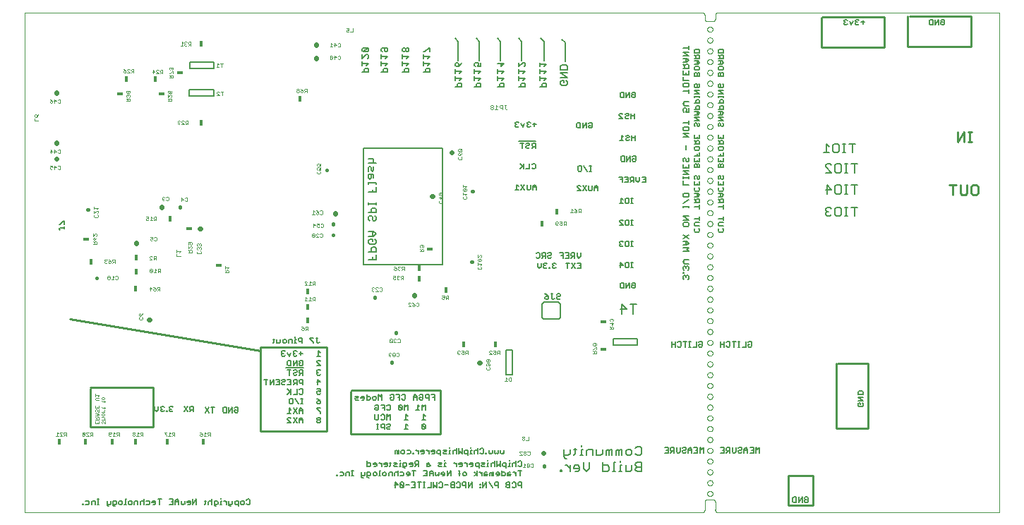
<source format=gbo>
G75*
%MOIN*%
%OFA0B0*%
%FSLAX25Y25*%
%IPPOS*%
%LPD*%
%AMOC8*
5,1,8,0,0,1.08239X$1,22.5*
%
%ADD10C,0.00000*%
%ADD11C,0.00600*%
%ADD12C,0.00500*%
%ADD13C,0.01000*%
%ADD14C,0.00300*%
%ADD15C,0.00800*%
%ADD16C,0.00900*%
%ADD17R,0.01600X0.02800*%
%ADD18R,0.02800X0.01600*%
%ADD19R,0.01800X0.03000*%
%ADD20C,0.02200*%
%ADD21C,0.01600*%
%ADD22R,0.03000X0.01800*%
%ADD23C,0.00400*%
D10*
X0032581Y0039566D02*
X0032581Y0275733D01*
X0352900Y0275733D01*
X0352963Y0275728D01*
X0353026Y0275719D01*
X0353088Y0275707D01*
X0353150Y0275690D01*
X0353210Y0275670D01*
X0353269Y0275647D01*
X0353326Y0275620D01*
X0353382Y0275589D01*
X0353436Y0275556D01*
X0353488Y0275519D01*
X0353537Y0275479D01*
X0353584Y0275436D01*
X0353628Y0275390D01*
X0353669Y0275342D01*
X0353707Y0275291D01*
X0353742Y0275238D01*
X0353774Y0275183D01*
X0353803Y0275127D01*
X0353828Y0275068D01*
X0353849Y0275009D01*
X0353867Y0274948D01*
X0353881Y0274886D01*
X0353892Y0274823D01*
X0353898Y0274760D01*
X0353901Y0274696D01*
X0353900Y0274633D01*
X0353900Y0272633D01*
X0353902Y0272573D01*
X0353907Y0272512D01*
X0353916Y0272453D01*
X0353929Y0272394D01*
X0353945Y0272335D01*
X0353965Y0272278D01*
X0353988Y0272223D01*
X0354015Y0272168D01*
X0354044Y0272116D01*
X0354077Y0272065D01*
X0354113Y0272016D01*
X0354151Y0271970D01*
X0354193Y0271926D01*
X0354237Y0271884D01*
X0354283Y0271846D01*
X0354332Y0271810D01*
X0354383Y0271777D01*
X0354435Y0271748D01*
X0354490Y0271721D01*
X0354545Y0271698D01*
X0354602Y0271678D01*
X0354661Y0271662D01*
X0354720Y0271649D01*
X0354779Y0271640D01*
X0354840Y0271635D01*
X0354900Y0271633D01*
X0357900Y0271633D01*
X0357960Y0271635D01*
X0358021Y0271640D01*
X0358080Y0271649D01*
X0358139Y0271662D01*
X0358198Y0271678D01*
X0358255Y0271698D01*
X0358310Y0271721D01*
X0358365Y0271748D01*
X0358417Y0271777D01*
X0358468Y0271810D01*
X0358517Y0271846D01*
X0358563Y0271884D01*
X0358607Y0271926D01*
X0358649Y0271970D01*
X0358687Y0272016D01*
X0358723Y0272065D01*
X0358756Y0272116D01*
X0358785Y0272168D01*
X0358812Y0272223D01*
X0358835Y0272278D01*
X0358855Y0272335D01*
X0358871Y0272394D01*
X0358884Y0272453D01*
X0358893Y0272512D01*
X0358898Y0272573D01*
X0358900Y0272633D01*
X0358900Y0274633D01*
X0358900Y0274634D02*
X0358904Y0274699D01*
X0358911Y0274764D01*
X0358922Y0274829D01*
X0358937Y0274893D01*
X0358955Y0274956D01*
X0358977Y0275018D01*
X0359003Y0275078D01*
X0359032Y0275137D01*
X0359065Y0275194D01*
X0359100Y0275248D01*
X0359139Y0275301D01*
X0359181Y0275352D01*
X0359226Y0275400D01*
X0359273Y0275445D01*
X0359323Y0275487D01*
X0359376Y0275527D01*
X0359430Y0275563D01*
X0359487Y0275596D01*
X0359545Y0275626D01*
X0359605Y0275652D01*
X0359667Y0275675D01*
X0359730Y0275694D01*
X0359793Y0275709D01*
X0359858Y0275721D01*
X0359923Y0275729D01*
X0359988Y0275733D01*
X0360054Y0275734D01*
X0360054Y0275733D02*
X0493211Y0275733D01*
X0493211Y0039566D01*
X0359967Y0039566D01*
X0359967Y0039567D02*
X0359899Y0039581D01*
X0359831Y0039600D01*
X0359764Y0039622D01*
X0359699Y0039647D01*
X0359635Y0039676D01*
X0359572Y0039708D01*
X0359512Y0039744D01*
X0359453Y0039782D01*
X0359397Y0039823D01*
X0359342Y0039868D01*
X0359290Y0039915D01*
X0359241Y0039965D01*
X0359194Y0040017D01*
X0359150Y0040072D01*
X0359109Y0040129D01*
X0359071Y0040188D01*
X0359037Y0040249D01*
X0359005Y0040311D01*
X0358977Y0040376D01*
X0358952Y0040441D01*
X0358931Y0040508D01*
X0358913Y0040576D01*
X0358898Y0040645D01*
X0358888Y0040714D01*
X0358881Y0040784D01*
X0358877Y0040854D01*
X0358878Y0040924D01*
X0358882Y0040994D01*
X0358889Y0041064D01*
X0358901Y0041133D01*
X0358900Y0041133D02*
X0358900Y0044633D01*
X0358885Y0044700D01*
X0358866Y0044767D01*
X0358843Y0044832D01*
X0358817Y0044896D01*
X0358788Y0044958D01*
X0358755Y0045019D01*
X0358719Y0045078D01*
X0358680Y0045135D01*
X0358637Y0045190D01*
X0358592Y0045242D01*
X0358544Y0045292D01*
X0358494Y0045339D01*
X0358441Y0045383D01*
X0358386Y0045424D01*
X0358328Y0045463D01*
X0358269Y0045498D01*
X0358208Y0045530D01*
X0358145Y0045558D01*
X0358080Y0045583D01*
X0358015Y0045605D01*
X0357948Y0045623D01*
X0357880Y0045637D01*
X0357812Y0045648D01*
X0357744Y0045655D01*
X0357675Y0045658D01*
X0357606Y0045657D01*
X0357537Y0045653D01*
X0357468Y0045645D01*
X0357400Y0045633D01*
X0355400Y0045633D01*
X0355332Y0045645D01*
X0355263Y0045653D01*
X0355194Y0045657D01*
X0355125Y0045658D01*
X0355056Y0045655D01*
X0354988Y0045648D01*
X0354920Y0045637D01*
X0354852Y0045623D01*
X0354785Y0045605D01*
X0354720Y0045583D01*
X0354655Y0045558D01*
X0354592Y0045530D01*
X0354531Y0045498D01*
X0354472Y0045463D01*
X0354414Y0045424D01*
X0354359Y0045383D01*
X0354306Y0045339D01*
X0354256Y0045292D01*
X0354208Y0045242D01*
X0354163Y0045190D01*
X0354120Y0045135D01*
X0354081Y0045078D01*
X0354045Y0045019D01*
X0354012Y0044958D01*
X0353983Y0044896D01*
X0353957Y0044832D01*
X0353934Y0044767D01*
X0353915Y0044700D01*
X0353900Y0044633D01*
X0353900Y0041133D01*
X0353912Y0041065D01*
X0353920Y0040996D01*
X0353924Y0040927D01*
X0353925Y0040858D01*
X0353922Y0040789D01*
X0353915Y0040721D01*
X0353904Y0040653D01*
X0353890Y0040585D01*
X0353872Y0040518D01*
X0353850Y0040453D01*
X0353825Y0040388D01*
X0353797Y0040325D01*
X0353765Y0040264D01*
X0353730Y0040205D01*
X0353691Y0040147D01*
X0353650Y0040092D01*
X0353606Y0040039D01*
X0353559Y0039989D01*
X0353509Y0039941D01*
X0353457Y0039896D01*
X0353402Y0039853D01*
X0353345Y0039814D01*
X0353286Y0039778D01*
X0353225Y0039745D01*
X0353163Y0039716D01*
X0353099Y0039690D01*
X0353034Y0039667D01*
X0352967Y0039648D01*
X0352900Y0039633D01*
X0032581Y0039566D01*
X0355150Y0048483D02*
X0355152Y0048553D01*
X0355158Y0048623D01*
X0355168Y0048692D01*
X0355181Y0048761D01*
X0355199Y0048829D01*
X0355220Y0048896D01*
X0355245Y0048961D01*
X0355274Y0049025D01*
X0355306Y0049088D01*
X0355342Y0049148D01*
X0355381Y0049206D01*
X0355423Y0049262D01*
X0355468Y0049316D01*
X0355516Y0049367D01*
X0355567Y0049415D01*
X0355621Y0049460D01*
X0355677Y0049502D01*
X0355735Y0049541D01*
X0355795Y0049577D01*
X0355858Y0049609D01*
X0355922Y0049638D01*
X0355987Y0049663D01*
X0356054Y0049684D01*
X0356122Y0049702D01*
X0356191Y0049715D01*
X0356260Y0049725D01*
X0356330Y0049731D01*
X0356400Y0049733D01*
X0356470Y0049731D01*
X0356540Y0049725D01*
X0356609Y0049715D01*
X0356678Y0049702D01*
X0356746Y0049684D01*
X0356813Y0049663D01*
X0356878Y0049638D01*
X0356942Y0049609D01*
X0357005Y0049577D01*
X0357065Y0049541D01*
X0357123Y0049502D01*
X0357179Y0049460D01*
X0357233Y0049415D01*
X0357284Y0049367D01*
X0357332Y0049316D01*
X0357377Y0049262D01*
X0357419Y0049206D01*
X0357458Y0049148D01*
X0357494Y0049088D01*
X0357526Y0049025D01*
X0357555Y0048961D01*
X0357580Y0048896D01*
X0357601Y0048829D01*
X0357619Y0048761D01*
X0357632Y0048692D01*
X0357642Y0048623D01*
X0357648Y0048553D01*
X0357650Y0048483D01*
X0357648Y0048413D01*
X0357642Y0048343D01*
X0357632Y0048274D01*
X0357619Y0048205D01*
X0357601Y0048137D01*
X0357580Y0048070D01*
X0357555Y0048005D01*
X0357526Y0047941D01*
X0357494Y0047878D01*
X0357458Y0047818D01*
X0357419Y0047760D01*
X0357377Y0047704D01*
X0357332Y0047650D01*
X0357284Y0047599D01*
X0357233Y0047551D01*
X0357179Y0047506D01*
X0357123Y0047464D01*
X0357065Y0047425D01*
X0357005Y0047389D01*
X0356942Y0047357D01*
X0356878Y0047328D01*
X0356813Y0047303D01*
X0356746Y0047282D01*
X0356678Y0047264D01*
X0356609Y0047251D01*
X0356540Y0047241D01*
X0356470Y0047235D01*
X0356400Y0047233D01*
X0356330Y0047235D01*
X0356260Y0047241D01*
X0356191Y0047251D01*
X0356122Y0047264D01*
X0356054Y0047282D01*
X0355987Y0047303D01*
X0355922Y0047328D01*
X0355858Y0047357D01*
X0355795Y0047389D01*
X0355735Y0047425D01*
X0355677Y0047464D01*
X0355621Y0047506D01*
X0355567Y0047551D01*
X0355516Y0047599D01*
X0355468Y0047650D01*
X0355423Y0047704D01*
X0355381Y0047760D01*
X0355342Y0047818D01*
X0355306Y0047878D01*
X0355274Y0047941D01*
X0355245Y0048005D01*
X0355220Y0048070D01*
X0355199Y0048137D01*
X0355181Y0048205D01*
X0355168Y0048274D01*
X0355158Y0048343D01*
X0355152Y0048413D01*
X0355150Y0048483D01*
X0355150Y0053583D02*
X0355152Y0053653D01*
X0355158Y0053723D01*
X0355168Y0053792D01*
X0355181Y0053861D01*
X0355199Y0053929D01*
X0355220Y0053996D01*
X0355245Y0054061D01*
X0355274Y0054125D01*
X0355306Y0054188D01*
X0355342Y0054248D01*
X0355381Y0054306D01*
X0355423Y0054362D01*
X0355468Y0054416D01*
X0355516Y0054467D01*
X0355567Y0054515D01*
X0355621Y0054560D01*
X0355677Y0054602D01*
X0355735Y0054641D01*
X0355795Y0054677D01*
X0355858Y0054709D01*
X0355922Y0054738D01*
X0355987Y0054763D01*
X0356054Y0054784D01*
X0356122Y0054802D01*
X0356191Y0054815D01*
X0356260Y0054825D01*
X0356330Y0054831D01*
X0356400Y0054833D01*
X0356470Y0054831D01*
X0356540Y0054825D01*
X0356609Y0054815D01*
X0356678Y0054802D01*
X0356746Y0054784D01*
X0356813Y0054763D01*
X0356878Y0054738D01*
X0356942Y0054709D01*
X0357005Y0054677D01*
X0357065Y0054641D01*
X0357123Y0054602D01*
X0357179Y0054560D01*
X0357233Y0054515D01*
X0357284Y0054467D01*
X0357332Y0054416D01*
X0357377Y0054362D01*
X0357419Y0054306D01*
X0357458Y0054248D01*
X0357494Y0054188D01*
X0357526Y0054125D01*
X0357555Y0054061D01*
X0357580Y0053996D01*
X0357601Y0053929D01*
X0357619Y0053861D01*
X0357632Y0053792D01*
X0357642Y0053723D01*
X0357648Y0053653D01*
X0357650Y0053583D01*
X0357648Y0053513D01*
X0357642Y0053443D01*
X0357632Y0053374D01*
X0357619Y0053305D01*
X0357601Y0053237D01*
X0357580Y0053170D01*
X0357555Y0053105D01*
X0357526Y0053041D01*
X0357494Y0052978D01*
X0357458Y0052918D01*
X0357419Y0052860D01*
X0357377Y0052804D01*
X0357332Y0052750D01*
X0357284Y0052699D01*
X0357233Y0052651D01*
X0357179Y0052606D01*
X0357123Y0052564D01*
X0357065Y0052525D01*
X0357005Y0052489D01*
X0356942Y0052457D01*
X0356878Y0052428D01*
X0356813Y0052403D01*
X0356746Y0052382D01*
X0356678Y0052364D01*
X0356609Y0052351D01*
X0356540Y0052341D01*
X0356470Y0052335D01*
X0356400Y0052333D01*
X0356330Y0052335D01*
X0356260Y0052341D01*
X0356191Y0052351D01*
X0356122Y0052364D01*
X0356054Y0052382D01*
X0355987Y0052403D01*
X0355922Y0052428D01*
X0355858Y0052457D01*
X0355795Y0052489D01*
X0355735Y0052525D01*
X0355677Y0052564D01*
X0355621Y0052606D01*
X0355567Y0052651D01*
X0355516Y0052699D01*
X0355468Y0052750D01*
X0355423Y0052804D01*
X0355381Y0052860D01*
X0355342Y0052918D01*
X0355306Y0052978D01*
X0355274Y0053041D01*
X0355245Y0053105D01*
X0355220Y0053170D01*
X0355199Y0053237D01*
X0355181Y0053305D01*
X0355168Y0053374D01*
X0355158Y0053443D01*
X0355152Y0053513D01*
X0355150Y0053583D01*
X0355150Y0058683D02*
X0355152Y0058753D01*
X0355158Y0058823D01*
X0355168Y0058892D01*
X0355181Y0058961D01*
X0355199Y0059029D01*
X0355220Y0059096D01*
X0355245Y0059161D01*
X0355274Y0059225D01*
X0355306Y0059288D01*
X0355342Y0059348D01*
X0355381Y0059406D01*
X0355423Y0059462D01*
X0355468Y0059516D01*
X0355516Y0059567D01*
X0355567Y0059615D01*
X0355621Y0059660D01*
X0355677Y0059702D01*
X0355735Y0059741D01*
X0355795Y0059777D01*
X0355858Y0059809D01*
X0355922Y0059838D01*
X0355987Y0059863D01*
X0356054Y0059884D01*
X0356122Y0059902D01*
X0356191Y0059915D01*
X0356260Y0059925D01*
X0356330Y0059931D01*
X0356400Y0059933D01*
X0356470Y0059931D01*
X0356540Y0059925D01*
X0356609Y0059915D01*
X0356678Y0059902D01*
X0356746Y0059884D01*
X0356813Y0059863D01*
X0356878Y0059838D01*
X0356942Y0059809D01*
X0357005Y0059777D01*
X0357065Y0059741D01*
X0357123Y0059702D01*
X0357179Y0059660D01*
X0357233Y0059615D01*
X0357284Y0059567D01*
X0357332Y0059516D01*
X0357377Y0059462D01*
X0357419Y0059406D01*
X0357458Y0059348D01*
X0357494Y0059288D01*
X0357526Y0059225D01*
X0357555Y0059161D01*
X0357580Y0059096D01*
X0357601Y0059029D01*
X0357619Y0058961D01*
X0357632Y0058892D01*
X0357642Y0058823D01*
X0357648Y0058753D01*
X0357650Y0058683D01*
X0357648Y0058613D01*
X0357642Y0058543D01*
X0357632Y0058474D01*
X0357619Y0058405D01*
X0357601Y0058337D01*
X0357580Y0058270D01*
X0357555Y0058205D01*
X0357526Y0058141D01*
X0357494Y0058078D01*
X0357458Y0058018D01*
X0357419Y0057960D01*
X0357377Y0057904D01*
X0357332Y0057850D01*
X0357284Y0057799D01*
X0357233Y0057751D01*
X0357179Y0057706D01*
X0357123Y0057664D01*
X0357065Y0057625D01*
X0357005Y0057589D01*
X0356942Y0057557D01*
X0356878Y0057528D01*
X0356813Y0057503D01*
X0356746Y0057482D01*
X0356678Y0057464D01*
X0356609Y0057451D01*
X0356540Y0057441D01*
X0356470Y0057435D01*
X0356400Y0057433D01*
X0356330Y0057435D01*
X0356260Y0057441D01*
X0356191Y0057451D01*
X0356122Y0057464D01*
X0356054Y0057482D01*
X0355987Y0057503D01*
X0355922Y0057528D01*
X0355858Y0057557D01*
X0355795Y0057589D01*
X0355735Y0057625D01*
X0355677Y0057664D01*
X0355621Y0057706D01*
X0355567Y0057751D01*
X0355516Y0057799D01*
X0355468Y0057850D01*
X0355423Y0057904D01*
X0355381Y0057960D01*
X0355342Y0058018D01*
X0355306Y0058078D01*
X0355274Y0058141D01*
X0355245Y0058205D01*
X0355220Y0058270D01*
X0355199Y0058337D01*
X0355181Y0058405D01*
X0355168Y0058474D01*
X0355158Y0058543D01*
X0355152Y0058613D01*
X0355150Y0058683D01*
X0355150Y0063783D02*
X0355152Y0063853D01*
X0355158Y0063923D01*
X0355168Y0063992D01*
X0355181Y0064061D01*
X0355199Y0064129D01*
X0355220Y0064196D01*
X0355245Y0064261D01*
X0355274Y0064325D01*
X0355306Y0064388D01*
X0355342Y0064448D01*
X0355381Y0064506D01*
X0355423Y0064562D01*
X0355468Y0064616D01*
X0355516Y0064667D01*
X0355567Y0064715D01*
X0355621Y0064760D01*
X0355677Y0064802D01*
X0355735Y0064841D01*
X0355795Y0064877D01*
X0355858Y0064909D01*
X0355922Y0064938D01*
X0355987Y0064963D01*
X0356054Y0064984D01*
X0356122Y0065002D01*
X0356191Y0065015D01*
X0356260Y0065025D01*
X0356330Y0065031D01*
X0356400Y0065033D01*
X0356470Y0065031D01*
X0356540Y0065025D01*
X0356609Y0065015D01*
X0356678Y0065002D01*
X0356746Y0064984D01*
X0356813Y0064963D01*
X0356878Y0064938D01*
X0356942Y0064909D01*
X0357005Y0064877D01*
X0357065Y0064841D01*
X0357123Y0064802D01*
X0357179Y0064760D01*
X0357233Y0064715D01*
X0357284Y0064667D01*
X0357332Y0064616D01*
X0357377Y0064562D01*
X0357419Y0064506D01*
X0357458Y0064448D01*
X0357494Y0064388D01*
X0357526Y0064325D01*
X0357555Y0064261D01*
X0357580Y0064196D01*
X0357601Y0064129D01*
X0357619Y0064061D01*
X0357632Y0063992D01*
X0357642Y0063923D01*
X0357648Y0063853D01*
X0357650Y0063783D01*
X0357648Y0063713D01*
X0357642Y0063643D01*
X0357632Y0063574D01*
X0357619Y0063505D01*
X0357601Y0063437D01*
X0357580Y0063370D01*
X0357555Y0063305D01*
X0357526Y0063241D01*
X0357494Y0063178D01*
X0357458Y0063118D01*
X0357419Y0063060D01*
X0357377Y0063004D01*
X0357332Y0062950D01*
X0357284Y0062899D01*
X0357233Y0062851D01*
X0357179Y0062806D01*
X0357123Y0062764D01*
X0357065Y0062725D01*
X0357005Y0062689D01*
X0356942Y0062657D01*
X0356878Y0062628D01*
X0356813Y0062603D01*
X0356746Y0062582D01*
X0356678Y0062564D01*
X0356609Y0062551D01*
X0356540Y0062541D01*
X0356470Y0062535D01*
X0356400Y0062533D01*
X0356330Y0062535D01*
X0356260Y0062541D01*
X0356191Y0062551D01*
X0356122Y0062564D01*
X0356054Y0062582D01*
X0355987Y0062603D01*
X0355922Y0062628D01*
X0355858Y0062657D01*
X0355795Y0062689D01*
X0355735Y0062725D01*
X0355677Y0062764D01*
X0355621Y0062806D01*
X0355567Y0062851D01*
X0355516Y0062899D01*
X0355468Y0062950D01*
X0355423Y0063004D01*
X0355381Y0063060D01*
X0355342Y0063118D01*
X0355306Y0063178D01*
X0355274Y0063241D01*
X0355245Y0063305D01*
X0355220Y0063370D01*
X0355199Y0063437D01*
X0355181Y0063505D01*
X0355168Y0063574D01*
X0355158Y0063643D01*
X0355152Y0063713D01*
X0355150Y0063783D01*
X0355150Y0068883D02*
X0355152Y0068953D01*
X0355158Y0069023D01*
X0355168Y0069092D01*
X0355181Y0069161D01*
X0355199Y0069229D01*
X0355220Y0069296D01*
X0355245Y0069361D01*
X0355274Y0069425D01*
X0355306Y0069488D01*
X0355342Y0069548D01*
X0355381Y0069606D01*
X0355423Y0069662D01*
X0355468Y0069716D01*
X0355516Y0069767D01*
X0355567Y0069815D01*
X0355621Y0069860D01*
X0355677Y0069902D01*
X0355735Y0069941D01*
X0355795Y0069977D01*
X0355858Y0070009D01*
X0355922Y0070038D01*
X0355987Y0070063D01*
X0356054Y0070084D01*
X0356122Y0070102D01*
X0356191Y0070115D01*
X0356260Y0070125D01*
X0356330Y0070131D01*
X0356400Y0070133D01*
X0356470Y0070131D01*
X0356540Y0070125D01*
X0356609Y0070115D01*
X0356678Y0070102D01*
X0356746Y0070084D01*
X0356813Y0070063D01*
X0356878Y0070038D01*
X0356942Y0070009D01*
X0357005Y0069977D01*
X0357065Y0069941D01*
X0357123Y0069902D01*
X0357179Y0069860D01*
X0357233Y0069815D01*
X0357284Y0069767D01*
X0357332Y0069716D01*
X0357377Y0069662D01*
X0357419Y0069606D01*
X0357458Y0069548D01*
X0357494Y0069488D01*
X0357526Y0069425D01*
X0357555Y0069361D01*
X0357580Y0069296D01*
X0357601Y0069229D01*
X0357619Y0069161D01*
X0357632Y0069092D01*
X0357642Y0069023D01*
X0357648Y0068953D01*
X0357650Y0068883D01*
X0357648Y0068813D01*
X0357642Y0068743D01*
X0357632Y0068674D01*
X0357619Y0068605D01*
X0357601Y0068537D01*
X0357580Y0068470D01*
X0357555Y0068405D01*
X0357526Y0068341D01*
X0357494Y0068278D01*
X0357458Y0068218D01*
X0357419Y0068160D01*
X0357377Y0068104D01*
X0357332Y0068050D01*
X0357284Y0067999D01*
X0357233Y0067951D01*
X0357179Y0067906D01*
X0357123Y0067864D01*
X0357065Y0067825D01*
X0357005Y0067789D01*
X0356942Y0067757D01*
X0356878Y0067728D01*
X0356813Y0067703D01*
X0356746Y0067682D01*
X0356678Y0067664D01*
X0356609Y0067651D01*
X0356540Y0067641D01*
X0356470Y0067635D01*
X0356400Y0067633D01*
X0356330Y0067635D01*
X0356260Y0067641D01*
X0356191Y0067651D01*
X0356122Y0067664D01*
X0356054Y0067682D01*
X0355987Y0067703D01*
X0355922Y0067728D01*
X0355858Y0067757D01*
X0355795Y0067789D01*
X0355735Y0067825D01*
X0355677Y0067864D01*
X0355621Y0067906D01*
X0355567Y0067951D01*
X0355516Y0067999D01*
X0355468Y0068050D01*
X0355423Y0068104D01*
X0355381Y0068160D01*
X0355342Y0068218D01*
X0355306Y0068278D01*
X0355274Y0068341D01*
X0355245Y0068405D01*
X0355220Y0068470D01*
X0355199Y0068537D01*
X0355181Y0068605D01*
X0355168Y0068674D01*
X0355158Y0068743D01*
X0355152Y0068813D01*
X0355150Y0068883D01*
X0355150Y0073983D02*
X0355152Y0074053D01*
X0355158Y0074123D01*
X0355168Y0074192D01*
X0355181Y0074261D01*
X0355199Y0074329D01*
X0355220Y0074396D01*
X0355245Y0074461D01*
X0355274Y0074525D01*
X0355306Y0074588D01*
X0355342Y0074648D01*
X0355381Y0074706D01*
X0355423Y0074762D01*
X0355468Y0074816D01*
X0355516Y0074867D01*
X0355567Y0074915D01*
X0355621Y0074960D01*
X0355677Y0075002D01*
X0355735Y0075041D01*
X0355795Y0075077D01*
X0355858Y0075109D01*
X0355922Y0075138D01*
X0355987Y0075163D01*
X0356054Y0075184D01*
X0356122Y0075202D01*
X0356191Y0075215D01*
X0356260Y0075225D01*
X0356330Y0075231D01*
X0356400Y0075233D01*
X0356470Y0075231D01*
X0356540Y0075225D01*
X0356609Y0075215D01*
X0356678Y0075202D01*
X0356746Y0075184D01*
X0356813Y0075163D01*
X0356878Y0075138D01*
X0356942Y0075109D01*
X0357005Y0075077D01*
X0357065Y0075041D01*
X0357123Y0075002D01*
X0357179Y0074960D01*
X0357233Y0074915D01*
X0357284Y0074867D01*
X0357332Y0074816D01*
X0357377Y0074762D01*
X0357419Y0074706D01*
X0357458Y0074648D01*
X0357494Y0074588D01*
X0357526Y0074525D01*
X0357555Y0074461D01*
X0357580Y0074396D01*
X0357601Y0074329D01*
X0357619Y0074261D01*
X0357632Y0074192D01*
X0357642Y0074123D01*
X0357648Y0074053D01*
X0357650Y0073983D01*
X0357648Y0073913D01*
X0357642Y0073843D01*
X0357632Y0073774D01*
X0357619Y0073705D01*
X0357601Y0073637D01*
X0357580Y0073570D01*
X0357555Y0073505D01*
X0357526Y0073441D01*
X0357494Y0073378D01*
X0357458Y0073318D01*
X0357419Y0073260D01*
X0357377Y0073204D01*
X0357332Y0073150D01*
X0357284Y0073099D01*
X0357233Y0073051D01*
X0357179Y0073006D01*
X0357123Y0072964D01*
X0357065Y0072925D01*
X0357005Y0072889D01*
X0356942Y0072857D01*
X0356878Y0072828D01*
X0356813Y0072803D01*
X0356746Y0072782D01*
X0356678Y0072764D01*
X0356609Y0072751D01*
X0356540Y0072741D01*
X0356470Y0072735D01*
X0356400Y0072733D01*
X0356330Y0072735D01*
X0356260Y0072741D01*
X0356191Y0072751D01*
X0356122Y0072764D01*
X0356054Y0072782D01*
X0355987Y0072803D01*
X0355922Y0072828D01*
X0355858Y0072857D01*
X0355795Y0072889D01*
X0355735Y0072925D01*
X0355677Y0072964D01*
X0355621Y0073006D01*
X0355567Y0073051D01*
X0355516Y0073099D01*
X0355468Y0073150D01*
X0355423Y0073204D01*
X0355381Y0073260D01*
X0355342Y0073318D01*
X0355306Y0073378D01*
X0355274Y0073441D01*
X0355245Y0073505D01*
X0355220Y0073570D01*
X0355199Y0073637D01*
X0355181Y0073705D01*
X0355168Y0073774D01*
X0355158Y0073843D01*
X0355152Y0073913D01*
X0355150Y0073983D01*
X0355150Y0079083D02*
X0355152Y0079153D01*
X0355158Y0079223D01*
X0355168Y0079292D01*
X0355181Y0079361D01*
X0355199Y0079429D01*
X0355220Y0079496D01*
X0355245Y0079561D01*
X0355274Y0079625D01*
X0355306Y0079688D01*
X0355342Y0079748D01*
X0355381Y0079806D01*
X0355423Y0079862D01*
X0355468Y0079916D01*
X0355516Y0079967D01*
X0355567Y0080015D01*
X0355621Y0080060D01*
X0355677Y0080102D01*
X0355735Y0080141D01*
X0355795Y0080177D01*
X0355858Y0080209D01*
X0355922Y0080238D01*
X0355987Y0080263D01*
X0356054Y0080284D01*
X0356122Y0080302D01*
X0356191Y0080315D01*
X0356260Y0080325D01*
X0356330Y0080331D01*
X0356400Y0080333D01*
X0356470Y0080331D01*
X0356540Y0080325D01*
X0356609Y0080315D01*
X0356678Y0080302D01*
X0356746Y0080284D01*
X0356813Y0080263D01*
X0356878Y0080238D01*
X0356942Y0080209D01*
X0357005Y0080177D01*
X0357065Y0080141D01*
X0357123Y0080102D01*
X0357179Y0080060D01*
X0357233Y0080015D01*
X0357284Y0079967D01*
X0357332Y0079916D01*
X0357377Y0079862D01*
X0357419Y0079806D01*
X0357458Y0079748D01*
X0357494Y0079688D01*
X0357526Y0079625D01*
X0357555Y0079561D01*
X0357580Y0079496D01*
X0357601Y0079429D01*
X0357619Y0079361D01*
X0357632Y0079292D01*
X0357642Y0079223D01*
X0357648Y0079153D01*
X0357650Y0079083D01*
X0357648Y0079013D01*
X0357642Y0078943D01*
X0357632Y0078874D01*
X0357619Y0078805D01*
X0357601Y0078737D01*
X0357580Y0078670D01*
X0357555Y0078605D01*
X0357526Y0078541D01*
X0357494Y0078478D01*
X0357458Y0078418D01*
X0357419Y0078360D01*
X0357377Y0078304D01*
X0357332Y0078250D01*
X0357284Y0078199D01*
X0357233Y0078151D01*
X0357179Y0078106D01*
X0357123Y0078064D01*
X0357065Y0078025D01*
X0357005Y0077989D01*
X0356942Y0077957D01*
X0356878Y0077928D01*
X0356813Y0077903D01*
X0356746Y0077882D01*
X0356678Y0077864D01*
X0356609Y0077851D01*
X0356540Y0077841D01*
X0356470Y0077835D01*
X0356400Y0077833D01*
X0356330Y0077835D01*
X0356260Y0077841D01*
X0356191Y0077851D01*
X0356122Y0077864D01*
X0356054Y0077882D01*
X0355987Y0077903D01*
X0355922Y0077928D01*
X0355858Y0077957D01*
X0355795Y0077989D01*
X0355735Y0078025D01*
X0355677Y0078064D01*
X0355621Y0078106D01*
X0355567Y0078151D01*
X0355516Y0078199D01*
X0355468Y0078250D01*
X0355423Y0078304D01*
X0355381Y0078360D01*
X0355342Y0078418D01*
X0355306Y0078478D01*
X0355274Y0078541D01*
X0355245Y0078605D01*
X0355220Y0078670D01*
X0355199Y0078737D01*
X0355181Y0078805D01*
X0355168Y0078874D01*
X0355158Y0078943D01*
X0355152Y0079013D01*
X0355150Y0079083D01*
X0355150Y0084183D02*
X0355152Y0084253D01*
X0355158Y0084323D01*
X0355168Y0084392D01*
X0355181Y0084461D01*
X0355199Y0084529D01*
X0355220Y0084596D01*
X0355245Y0084661D01*
X0355274Y0084725D01*
X0355306Y0084788D01*
X0355342Y0084848D01*
X0355381Y0084906D01*
X0355423Y0084962D01*
X0355468Y0085016D01*
X0355516Y0085067D01*
X0355567Y0085115D01*
X0355621Y0085160D01*
X0355677Y0085202D01*
X0355735Y0085241D01*
X0355795Y0085277D01*
X0355858Y0085309D01*
X0355922Y0085338D01*
X0355987Y0085363D01*
X0356054Y0085384D01*
X0356122Y0085402D01*
X0356191Y0085415D01*
X0356260Y0085425D01*
X0356330Y0085431D01*
X0356400Y0085433D01*
X0356470Y0085431D01*
X0356540Y0085425D01*
X0356609Y0085415D01*
X0356678Y0085402D01*
X0356746Y0085384D01*
X0356813Y0085363D01*
X0356878Y0085338D01*
X0356942Y0085309D01*
X0357005Y0085277D01*
X0357065Y0085241D01*
X0357123Y0085202D01*
X0357179Y0085160D01*
X0357233Y0085115D01*
X0357284Y0085067D01*
X0357332Y0085016D01*
X0357377Y0084962D01*
X0357419Y0084906D01*
X0357458Y0084848D01*
X0357494Y0084788D01*
X0357526Y0084725D01*
X0357555Y0084661D01*
X0357580Y0084596D01*
X0357601Y0084529D01*
X0357619Y0084461D01*
X0357632Y0084392D01*
X0357642Y0084323D01*
X0357648Y0084253D01*
X0357650Y0084183D01*
X0357648Y0084113D01*
X0357642Y0084043D01*
X0357632Y0083974D01*
X0357619Y0083905D01*
X0357601Y0083837D01*
X0357580Y0083770D01*
X0357555Y0083705D01*
X0357526Y0083641D01*
X0357494Y0083578D01*
X0357458Y0083518D01*
X0357419Y0083460D01*
X0357377Y0083404D01*
X0357332Y0083350D01*
X0357284Y0083299D01*
X0357233Y0083251D01*
X0357179Y0083206D01*
X0357123Y0083164D01*
X0357065Y0083125D01*
X0357005Y0083089D01*
X0356942Y0083057D01*
X0356878Y0083028D01*
X0356813Y0083003D01*
X0356746Y0082982D01*
X0356678Y0082964D01*
X0356609Y0082951D01*
X0356540Y0082941D01*
X0356470Y0082935D01*
X0356400Y0082933D01*
X0356330Y0082935D01*
X0356260Y0082941D01*
X0356191Y0082951D01*
X0356122Y0082964D01*
X0356054Y0082982D01*
X0355987Y0083003D01*
X0355922Y0083028D01*
X0355858Y0083057D01*
X0355795Y0083089D01*
X0355735Y0083125D01*
X0355677Y0083164D01*
X0355621Y0083206D01*
X0355567Y0083251D01*
X0355516Y0083299D01*
X0355468Y0083350D01*
X0355423Y0083404D01*
X0355381Y0083460D01*
X0355342Y0083518D01*
X0355306Y0083578D01*
X0355274Y0083641D01*
X0355245Y0083705D01*
X0355220Y0083770D01*
X0355199Y0083837D01*
X0355181Y0083905D01*
X0355168Y0083974D01*
X0355158Y0084043D01*
X0355152Y0084113D01*
X0355150Y0084183D01*
X0355150Y0089283D02*
X0355152Y0089353D01*
X0355158Y0089423D01*
X0355168Y0089492D01*
X0355181Y0089561D01*
X0355199Y0089629D01*
X0355220Y0089696D01*
X0355245Y0089761D01*
X0355274Y0089825D01*
X0355306Y0089888D01*
X0355342Y0089948D01*
X0355381Y0090006D01*
X0355423Y0090062D01*
X0355468Y0090116D01*
X0355516Y0090167D01*
X0355567Y0090215D01*
X0355621Y0090260D01*
X0355677Y0090302D01*
X0355735Y0090341D01*
X0355795Y0090377D01*
X0355858Y0090409D01*
X0355922Y0090438D01*
X0355987Y0090463D01*
X0356054Y0090484D01*
X0356122Y0090502D01*
X0356191Y0090515D01*
X0356260Y0090525D01*
X0356330Y0090531D01*
X0356400Y0090533D01*
X0356470Y0090531D01*
X0356540Y0090525D01*
X0356609Y0090515D01*
X0356678Y0090502D01*
X0356746Y0090484D01*
X0356813Y0090463D01*
X0356878Y0090438D01*
X0356942Y0090409D01*
X0357005Y0090377D01*
X0357065Y0090341D01*
X0357123Y0090302D01*
X0357179Y0090260D01*
X0357233Y0090215D01*
X0357284Y0090167D01*
X0357332Y0090116D01*
X0357377Y0090062D01*
X0357419Y0090006D01*
X0357458Y0089948D01*
X0357494Y0089888D01*
X0357526Y0089825D01*
X0357555Y0089761D01*
X0357580Y0089696D01*
X0357601Y0089629D01*
X0357619Y0089561D01*
X0357632Y0089492D01*
X0357642Y0089423D01*
X0357648Y0089353D01*
X0357650Y0089283D01*
X0357648Y0089213D01*
X0357642Y0089143D01*
X0357632Y0089074D01*
X0357619Y0089005D01*
X0357601Y0088937D01*
X0357580Y0088870D01*
X0357555Y0088805D01*
X0357526Y0088741D01*
X0357494Y0088678D01*
X0357458Y0088618D01*
X0357419Y0088560D01*
X0357377Y0088504D01*
X0357332Y0088450D01*
X0357284Y0088399D01*
X0357233Y0088351D01*
X0357179Y0088306D01*
X0357123Y0088264D01*
X0357065Y0088225D01*
X0357005Y0088189D01*
X0356942Y0088157D01*
X0356878Y0088128D01*
X0356813Y0088103D01*
X0356746Y0088082D01*
X0356678Y0088064D01*
X0356609Y0088051D01*
X0356540Y0088041D01*
X0356470Y0088035D01*
X0356400Y0088033D01*
X0356330Y0088035D01*
X0356260Y0088041D01*
X0356191Y0088051D01*
X0356122Y0088064D01*
X0356054Y0088082D01*
X0355987Y0088103D01*
X0355922Y0088128D01*
X0355858Y0088157D01*
X0355795Y0088189D01*
X0355735Y0088225D01*
X0355677Y0088264D01*
X0355621Y0088306D01*
X0355567Y0088351D01*
X0355516Y0088399D01*
X0355468Y0088450D01*
X0355423Y0088504D01*
X0355381Y0088560D01*
X0355342Y0088618D01*
X0355306Y0088678D01*
X0355274Y0088741D01*
X0355245Y0088805D01*
X0355220Y0088870D01*
X0355199Y0088937D01*
X0355181Y0089005D01*
X0355168Y0089074D01*
X0355158Y0089143D01*
X0355152Y0089213D01*
X0355150Y0089283D01*
X0355150Y0094383D02*
X0355152Y0094453D01*
X0355158Y0094523D01*
X0355168Y0094592D01*
X0355181Y0094661D01*
X0355199Y0094729D01*
X0355220Y0094796D01*
X0355245Y0094861D01*
X0355274Y0094925D01*
X0355306Y0094988D01*
X0355342Y0095048D01*
X0355381Y0095106D01*
X0355423Y0095162D01*
X0355468Y0095216D01*
X0355516Y0095267D01*
X0355567Y0095315D01*
X0355621Y0095360D01*
X0355677Y0095402D01*
X0355735Y0095441D01*
X0355795Y0095477D01*
X0355858Y0095509D01*
X0355922Y0095538D01*
X0355987Y0095563D01*
X0356054Y0095584D01*
X0356122Y0095602D01*
X0356191Y0095615D01*
X0356260Y0095625D01*
X0356330Y0095631D01*
X0356400Y0095633D01*
X0356470Y0095631D01*
X0356540Y0095625D01*
X0356609Y0095615D01*
X0356678Y0095602D01*
X0356746Y0095584D01*
X0356813Y0095563D01*
X0356878Y0095538D01*
X0356942Y0095509D01*
X0357005Y0095477D01*
X0357065Y0095441D01*
X0357123Y0095402D01*
X0357179Y0095360D01*
X0357233Y0095315D01*
X0357284Y0095267D01*
X0357332Y0095216D01*
X0357377Y0095162D01*
X0357419Y0095106D01*
X0357458Y0095048D01*
X0357494Y0094988D01*
X0357526Y0094925D01*
X0357555Y0094861D01*
X0357580Y0094796D01*
X0357601Y0094729D01*
X0357619Y0094661D01*
X0357632Y0094592D01*
X0357642Y0094523D01*
X0357648Y0094453D01*
X0357650Y0094383D01*
X0357648Y0094313D01*
X0357642Y0094243D01*
X0357632Y0094174D01*
X0357619Y0094105D01*
X0357601Y0094037D01*
X0357580Y0093970D01*
X0357555Y0093905D01*
X0357526Y0093841D01*
X0357494Y0093778D01*
X0357458Y0093718D01*
X0357419Y0093660D01*
X0357377Y0093604D01*
X0357332Y0093550D01*
X0357284Y0093499D01*
X0357233Y0093451D01*
X0357179Y0093406D01*
X0357123Y0093364D01*
X0357065Y0093325D01*
X0357005Y0093289D01*
X0356942Y0093257D01*
X0356878Y0093228D01*
X0356813Y0093203D01*
X0356746Y0093182D01*
X0356678Y0093164D01*
X0356609Y0093151D01*
X0356540Y0093141D01*
X0356470Y0093135D01*
X0356400Y0093133D01*
X0356330Y0093135D01*
X0356260Y0093141D01*
X0356191Y0093151D01*
X0356122Y0093164D01*
X0356054Y0093182D01*
X0355987Y0093203D01*
X0355922Y0093228D01*
X0355858Y0093257D01*
X0355795Y0093289D01*
X0355735Y0093325D01*
X0355677Y0093364D01*
X0355621Y0093406D01*
X0355567Y0093451D01*
X0355516Y0093499D01*
X0355468Y0093550D01*
X0355423Y0093604D01*
X0355381Y0093660D01*
X0355342Y0093718D01*
X0355306Y0093778D01*
X0355274Y0093841D01*
X0355245Y0093905D01*
X0355220Y0093970D01*
X0355199Y0094037D01*
X0355181Y0094105D01*
X0355168Y0094174D01*
X0355158Y0094243D01*
X0355152Y0094313D01*
X0355150Y0094383D01*
X0355150Y0099483D02*
X0355152Y0099553D01*
X0355158Y0099623D01*
X0355168Y0099692D01*
X0355181Y0099761D01*
X0355199Y0099829D01*
X0355220Y0099896D01*
X0355245Y0099961D01*
X0355274Y0100025D01*
X0355306Y0100088D01*
X0355342Y0100148D01*
X0355381Y0100206D01*
X0355423Y0100262D01*
X0355468Y0100316D01*
X0355516Y0100367D01*
X0355567Y0100415D01*
X0355621Y0100460D01*
X0355677Y0100502D01*
X0355735Y0100541D01*
X0355795Y0100577D01*
X0355858Y0100609D01*
X0355922Y0100638D01*
X0355987Y0100663D01*
X0356054Y0100684D01*
X0356122Y0100702D01*
X0356191Y0100715D01*
X0356260Y0100725D01*
X0356330Y0100731D01*
X0356400Y0100733D01*
X0356470Y0100731D01*
X0356540Y0100725D01*
X0356609Y0100715D01*
X0356678Y0100702D01*
X0356746Y0100684D01*
X0356813Y0100663D01*
X0356878Y0100638D01*
X0356942Y0100609D01*
X0357005Y0100577D01*
X0357065Y0100541D01*
X0357123Y0100502D01*
X0357179Y0100460D01*
X0357233Y0100415D01*
X0357284Y0100367D01*
X0357332Y0100316D01*
X0357377Y0100262D01*
X0357419Y0100206D01*
X0357458Y0100148D01*
X0357494Y0100088D01*
X0357526Y0100025D01*
X0357555Y0099961D01*
X0357580Y0099896D01*
X0357601Y0099829D01*
X0357619Y0099761D01*
X0357632Y0099692D01*
X0357642Y0099623D01*
X0357648Y0099553D01*
X0357650Y0099483D01*
X0357648Y0099413D01*
X0357642Y0099343D01*
X0357632Y0099274D01*
X0357619Y0099205D01*
X0357601Y0099137D01*
X0357580Y0099070D01*
X0357555Y0099005D01*
X0357526Y0098941D01*
X0357494Y0098878D01*
X0357458Y0098818D01*
X0357419Y0098760D01*
X0357377Y0098704D01*
X0357332Y0098650D01*
X0357284Y0098599D01*
X0357233Y0098551D01*
X0357179Y0098506D01*
X0357123Y0098464D01*
X0357065Y0098425D01*
X0357005Y0098389D01*
X0356942Y0098357D01*
X0356878Y0098328D01*
X0356813Y0098303D01*
X0356746Y0098282D01*
X0356678Y0098264D01*
X0356609Y0098251D01*
X0356540Y0098241D01*
X0356470Y0098235D01*
X0356400Y0098233D01*
X0356330Y0098235D01*
X0356260Y0098241D01*
X0356191Y0098251D01*
X0356122Y0098264D01*
X0356054Y0098282D01*
X0355987Y0098303D01*
X0355922Y0098328D01*
X0355858Y0098357D01*
X0355795Y0098389D01*
X0355735Y0098425D01*
X0355677Y0098464D01*
X0355621Y0098506D01*
X0355567Y0098551D01*
X0355516Y0098599D01*
X0355468Y0098650D01*
X0355423Y0098704D01*
X0355381Y0098760D01*
X0355342Y0098818D01*
X0355306Y0098878D01*
X0355274Y0098941D01*
X0355245Y0099005D01*
X0355220Y0099070D01*
X0355199Y0099137D01*
X0355181Y0099205D01*
X0355168Y0099274D01*
X0355158Y0099343D01*
X0355152Y0099413D01*
X0355150Y0099483D01*
X0355150Y0104583D02*
X0355152Y0104653D01*
X0355158Y0104723D01*
X0355168Y0104792D01*
X0355181Y0104861D01*
X0355199Y0104929D01*
X0355220Y0104996D01*
X0355245Y0105061D01*
X0355274Y0105125D01*
X0355306Y0105188D01*
X0355342Y0105248D01*
X0355381Y0105306D01*
X0355423Y0105362D01*
X0355468Y0105416D01*
X0355516Y0105467D01*
X0355567Y0105515D01*
X0355621Y0105560D01*
X0355677Y0105602D01*
X0355735Y0105641D01*
X0355795Y0105677D01*
X0355858Y0105709D01*
X0355922Y0105738D01*
X0355987Y0105763D01*
X0356054Y0105784D01*
X0356122Y0105802D01*
X0356191Y0105815D01*
X0356260Y0105825D01*
X0356330Y0105831D01*
X0356400Y0105833D01*
X0356470Y0105831D01*
X0356540Y0105825D01*
X0356609Y0105815D01*
X0356678Y0105802D01*
X0356746Y0105784D01*
X0356813Y0105763D01*
X0356878Y0105738D01*
X0356942Y0105709D01*
X0357005Y0105677D01*
X0357065Y0105641D01*
X0357123Y0105602D01*
X0357179Y0105560D01*
X0357233Y0105515D01*
X0357284Y0105467D01*
X0357332Y0105416D01*
X0357377Y0105362D01*
X0357419Y0105306D01*
X0357458Y0105248D01*
X0357494Y0105188D01*
X0357526Y0105125D01*
X0357555Y0105061D01*
X0357580Y0104996D01*
X0357601Y0104929D01*
X0357619Y0104861D01*
X0357632Y0104792D01*
X0357642Y0104723D01*
X0357648Y0104653D01*
X0357650Y0104583D01*
X0357648Y0104513D01*
X0357642Y0104443D01*
X0357632Y0104374D01*
X0357619Y0104305D01*
X0357601Y0104237D01*
X0357580Y0104170D01*
X0357555Y0104105D01*
X0357526Y0104041D01*
X0357494Y0103978D01*
X0357458Y0103918D01*
X0357419Y0103860D01*
X0357377Y0103804D01*
X0357332Y0103750D01*
X0357284Y0103699D01*
X0357233Y0103651D01*
X0357179Y0103606D01*
X0357123Y0103564D01*
X0357065Y0103525D01*
X0357005Y0103489D01*
X0356942Y0103457D01*
X0356878Y0103428D01*
X0356813Y0103403D01*
X0356746Y0103382D01*
X0356678Y0103364D01*
X0356609Y0103351D01*
X0356540Y0103341D01*
X0356470Y0103335D01*
X0356400Y0103333D01*
X0356330Y0103335D01*
X0356260Y0103341D01*
X0356191Y0103351D01*
X0356122Y0103364D01*
X0356054Y0103382D01*
X0355987Y0103403D01*
X0355922Y0103428D01*
X0355858Y0103457D01*
X0355795Y0103489D01*
X0355735Y0103525D01*
X0355677Y0103564D01*
X0355621Y0103606D01*
X0355567Y0103651D01*
X0355516Y0103699D01*
X0355468Y0103750D01*
X0355423Y0103804D01*
X0355381Y0103860D01*
X0355342Y0103918D01*
X0355306Y0103978D01*
X0355274Y0104041D01*
X0355245Y0104105D01*
X0355220Y0104170D01*
X0355199Y0104237D01*
X0355181Y0104305D01*
X0355168Y0104374D01*
X0355158Y0104443D01*
X0355152Y0104513D01*
X0355150Y0104583D01*
X0355150Y0109683D02*
X0355152Y0109753D01*
X0355158Y0109823D01*
X0355168Y0109892D01*
X0355181Y0109961D01*
X0355199Y0110029D01*
X0355220Y0110096D01*
X0355245Y0110161D01*
X0355274Y0110225D01*
X0355306Y0110288D01*
X0355342Y0110348D01*
X0355381Y0110406D01*
X0355423Y0110462D01*
X0355468Y0110516D01*
X0355516Y0110567D01*
X0355567Y0110615D01*
X0355621Y0110660D01*
X0355677Y0110702D01*
X0355735Y0110741D01*
X0355795Y0110777D01*
X0355858Y0110809D01*
X0355922Y0110838D01*
X0355987Y0110863D01*
X0356054Y0110884D01*
X0356122Y0110902D01*
X0356191Y0110915D01*
X0356260Y0110925D01*
X0356330Y0110931D01*
X0356400Y0110933D01*
X0356470Y0110931D01*
X0356540Y0110925D01*
X0356609Y0110915D01*
X0356678Y0110902D01*
X0356746Y0110884D01*
X0356813Y0110863D01*
X0356878Y0110838D01*
X0356942Y0110809D01*
X0357005Y0110777D01*
X0357065Y0110741D01*
X0357123Y0110702D01*
X0357179Y0110660D01*
X0357233Y0110615D01*
X0357284Y0110567D01*
X0357332Y0110516D01*
X0357377Y0110462D01*
X0357419Y0110406D01*
X0357458Y0110348D01*
X0357494Y0110288D01*
X0357526Y0110225D01*
X0357555Y0110161D01*
X0357580Y0110096D01*
X0357601Y0110029D01*
X0357619Y0109961D01*
X0357632Y0109892D01*
X0357642Y0109823D01*
X0357648Y0109753D01*
X0357650Y0109683D01*
X0357648Y0109613D01*
X0357642Y0109543D01*
X0357632Y0109474D01*
X0357619Y0109405D01*
X0357601Y0109337D01*
X0357580Y0109270D01*
X0357555Y0109205D01*
X0357526Y0109141D01*
X0357494Y0109078D01*
X0357458Y0109018D01*
X0357419Y0108960D01*
X0357377Y0108904D01*
X0357332Y0108850D01*
X0357284Y0108799D01*
X0357233Y0108751D01*
X0357179Y0108706D01*
X0357123Y0108664D01*
X0357065Y0108625D01*
X0357005Y0108589D01*
X0356942Y0108557D01*
X0356878Y0108528D01*
X0356813Y0108503D01*
X0356746Y0108482D01*
X0356678Y0108464D01*
X0356609Y0108451D01*
X0356540Y0108441D01*
X0356470Y0108435D01*
X0356400Y0108433D01*
X0356330Y0108435D01*
X0356260Y0108441D01*
X0356191Y0108451D01*
X0356122Y0108464D01*
X0356054Y0108482D01*
X0355987Y0108503D01*
X0355922Y0108528D01*
X0355858Y0108557D01*
X0355795Y0108589D01*
X0355735Y0108625D01*
X0355677Y0108664D01*
X0355621Y0108706D01*
X0355567Y0108751D01*
X0355516Y0108799D01*
X0355468Y0108850D01*
X0355423Y0108904D01*
X0355381Y0108960D01*
X0355342Y0109018D01*
X0355306Y0109078D01*
X0355274Y0109141D01*
X0355245Y0109205D01*
X0355220Y0109270D01*
X0355199Y0109337D01*
X0355181Y0109405D01*
X0355168Y0109474D01*
X0355158Y0109543D01*
X0355152Y0109613D01*
X0355150Y0109683D01*
X0355150Y0114783D02*
X0355152Y0114853D01*
X0355158Y0114923D01*
X0355168Y0114992D01*
X0355181Y0115061D01*
X0355199Y0115129D01*
X0355220Y0115196D01*
X0355245Y0115261D01*
X0355274Y0115325D01*
X0355306Y0115388D01*
X0355342Y0115448D01*
X0355381Y0115506D01*
X0355423Y0115562D01*
X0355468Y0115616D01*
X0355516Y0115667D01*
X0355567Y0115715D01*
X0355621Y0115760D01*
X0355677Y0115802D01*
X0355735Y0115841D01*
X0355795Y0115877D01*
X0355858Y0115909D01*
X0355922Y0115938D01*
X0355987Y0115963D01*
X0356054Y0115984D01*
X0356122Y0116002D01*
X0356191Y0116015D01*
X0356260Y0116025D01*
X0356330Y0116031D01*
X0356400Y0116033D01*
X0356470Y0116031D01*
X0356540Y0116025D01*
X0356609Y0116015D01*
X0356678Y0116002D01*
X0356746Y0115984D01*
X0356813Y0115963D01*
X0356878Y0115938D01*
X0356942Y0115909D01*
X0357005Y0115877D01*
X0357065Y0115841D01*
X0357123Y0115802D01*
X0357179Y0115760D01*
X0357233Y0115715D01*
X0357284Y0115667D01*
X0357332Y0115616D01*
X0357377Y0115562D01*
X0357419Y0115506D01*
X0357458Y0115448D01*
X0357494Y0115388D01*
X0357526Y0115325D01*
X0357555Y0115261D01*
X0357580Y0115196D01*
X0357601Y0115129D01*
X0357619Y0115061D01*
X0357632Y0114992D01*
X0357642Y0114923D01*
X0357648Y0114853D01*
X0357650Y0114783D01*
X0357648Y0114713D01*
X0357642Y0114643D01*
X0357632Y0114574D01*
X0357619Y0114505D01*
X0357601Y0114437D01*
X0357580Y0114370D01*
X0357555Y0114305D01*
X0357526Y0114241D01*
X0357494Y0114178D01*
X0357458Y0114118D01*
X0357419Y0114060D01*
X0357377Y0114004D01*
X0357332Y0113950D01*
X0357284Y0113899D01*
X0357233Y0113851D01*
X0357179Y0113806D01*
X0357123Y0113764D01*
X0357065Y0113725D01*
X0357005Y0113689D01*
X0356942Y0113657D01*
X0356878Y0113628D01*
X0356813Y0113603D01*
X0356746Y0113582D01*
X0356678Y0113564D01*
X0356609Y0113551D01*
X0356540Y0113541D01*
X0356470Y0113535D01*
X0356400Y0113533D01*
X0356330Y0113535D01*
X0356260Y0113541D01*
X0356191Y0113551D01*
X0356122Y0113564D01*
X0356054Y0113582D01*
X0355987Y0113603D01*
X0355922Y0113628D01*
X0355858Y0113657D01*
X0355795Y0113689D01*
X0355735Y0113725D01*
X0355677Y0113764D01*
X0355621Y0113806D01*
X0355567Y0113851D01*
X0355516Y0113899D01*
X0355468Y0113950D01*
X0355423Y0114004D01*
X0355381Y0114060D01*
X0355342Y0114118D01*
X0355306Y0114178D01*
X0355274Y0114241D01*
X0355245Y0114305D01*
X0355220Y0114370D01*
X0355199Y0114437D01*
X0355181Y0114505D01*
X0355168Y0114574D01*
X0355158Y0114643D01*
X0355152Y0114713D01*
X0355150Y0114783D01*
X0355150Y0119883D02*
X0355152Y0119953D01*
X0355158Y0120023D01*
X0355168Y0120092D01*
X0355181Y0120161D01*
X0355199Y0120229D01*
X0355220Y0120296D01*
X0355245Y0120361D01*
X0355274Y0120425D01*
X0355306Y0120488D01*
X0355342Y0120548D01*
X0355381Y0120606D01*
X0355423Y0120662D01*
X0355468Y0120716D01*
X0355516Y0120767D01*
X0355567Y0120815D01*
X0355621Y0120860D01*
X0355677Y0120902D01*
X0355735Y0120941D01*
X0355795Y0120977D01*
X0355858Y0121009D01*
X0355922Y0121038D01*
X0355987Y0121063D01*
X0356054Y0121084D01*
X0356122Y0121102D01*
X0356191Y0121115D01*
X0356260Y0121125D01*
X0356330Y0121131D01*
X0356400Y0121133D01*
X0356470Y0121131D01*
X0356540Y0121125D01*
X0356609Y0121115D01*
X0356678Y0121102D01*
X0356746Y0121084D01*
X0356813Y0121063D01*
X0356878Y0121038D01*
X0356942Y0121009D01*
X0357005Y0120977D01*
X0357065Y0120941D01*
X0357123Y0120902D01*
X0357179Y0120860D01*
X0357233Y0120815D01*
X0357284Y0120767D01*
X0357332Y0120716D01*
X0357377Y0120662D01*
X0357419Y0120606D01*
X0357458Y0120548D01*
X0357494Y0120488D01*
X0357526Y0120425D01*
X0357555Y0120361D01*
X0357580Y0120296D01*
X0357601Y0120229D01*
X0357619Y0120161D01*
X0357632Y0120092D01*
X0357642Y0120023D01*
X0357648Y0119953D01*
X0357650Y0119883D01*
X0357648Y0119813D01*
X0357642Y0119743D01*
X0357632Y0119674D01*
X0357619Y0119605D01*
X0357601Y0119537D01*
X0357580Y0119470D01*
X0357555Y0119405D01*
X0357526Y0119341D01*
X0357494Y0119278D01*
X0357458Y0119218D01*
X0357419Y0119160D01*
X0357377Y0119104D01*
X0357332Y0119050D01*
X0357284Y0118999D01*
X0357233Y0118951D01*
X0357179Y0118906D01*
X0357123Y0118864D01*
X0357065Y0118825D01*
X0357005Y0118789D01*
X0356942Y0118757D01*
X0356878Y0118728D01*
X0356813Y0118703D01*
X0356746Y0118682D01*
X0356678Y0118664D01*
X0356609Y0118651D01*
X0356540Y0118641D01*
X0356470Y0118635D01*
X0356400Y0118633D01*
X0356330Y0118635D01*
X0356260Y0118641D01*
X0356191Y0118651D01*
X0356122Y0118664D01*
X0356054Y0118682D01*
X0355987Y0118703D01*
X0355922Y0118728D01*
X0355858Y0118757D01*
X0355795Y0118789D01*
X0355735Y0118825D01*
X0355677Y0118864D01*
X0355621Y0118906D01*
X0355567Y0118951D01*
X0355516Y0118999D01*
X0355468Y0119050D01*
X0355423Y0119104D01*
X0355381Y0119160D01*
X0355342Y0119218D01*
X0355306Y0119278D01*
X0355274Y0119341D01*
X0355245Y0119405D01*
X0355220Y0119470D01*
X0355199Y0119537D01*
X0355181Y0119605D01*
X0355168Y0119674D01*
X0355158Y0119743D01*
X0355152Y0119813D01*
X0355150Y0119883D01*
X0355150Y0124983D02*
X0355152Y0125053D01*
X0355158Y0125123D01*
X0355168Y0125192D01*
X0355181Y0125261D01*
X0355199Y0125329D01*
X0355220Y0125396D01*
X0355245Y0125461D01*
X0355274Y0125525D01*
X0355306Y0125588D01*
X0355342Y0125648D01*
X0355381Y0125706D01*
X0355423Y0125762D01*
X0355468Y0125816D01*
X0355516Y0125867D01*
X0355567Y0125915D01*
X0355621Y0125960D01*
X0355677Y0126002D01*
X0355735Y0126041D01*
X0355795Y0126077D01*
X0355858Y0126109D01*
X0355922Y0126138D01*
X0355987Y0126163D01*
X0356054Y0126184D01*
X0356122Y0126202D01*
X0356191Y0126215D01*
X0356260Y0126225D01*
X0356330Y0126231D01*
X0356400Y0126233D01*
X0356470Y0126231D01*
X0356540Y0126225D01*
X0356609Y0126215D01*
X0356678Y0126202D01*
X0356746Y0126184D01*
X0356813Y0126163D01*
X0356878Y0126138D01*
X0356942Y0126109D01*
X0357005Y0126077D01*
X0357065Y0126041D01*
X0357123Y0126002D01*
X0357179Y0125960D01*
X0357233Y0125915D01*
X0357284Y0125867D01*
X0357332Y0125816D01*
X0357377Y0125762D01*
X0357419Y0125706D01*
X0357458Y0125648D01*
X0357494Y0125588D01*
X0357526Y0125525D01*
X0357555Y0125461D01*
X0357580Y0125396D01*
X0357601Y0125329D01*
X0357619Y0125261D01*
X0357632Y0125192D01*
X0357642Y0125123D01*
X0357648Y0125053D01*
X0357650Y0124983D01*
X0357648Y0124913D01*
X0357642Y0124843D01*
X0357632Y0124774D01*
X0357619Y0124705D01*
X0357601Y0124637D01*
X0357580Y0124570D01*
X0357555Y0124505D01*
X0357526Y0124441D01*
X0357494Y0124378D01*
X0357458Y0124318D01*
X0357419Y0124260D01*
X0357377Y0124204D01*
X0357332Y0124150D01*
X0357284Y0124099D01*
X0357233Y0124051D01*
X0357179Y0124006D01*
X0357123Y0123964D01*
X0357065Y0123925D01*
X0357005Y0123889D01*
X0356942Y0123857D01*
X0356878Y0123828D01*
X0356813Y0123803D01*
X0356746Y0123782D01*
X0356678Y0123764D01*
X0356609Y0123751D01*
X0356540Y0123741D01*
X0356470Y0123735D01*
X0356400Y0123733D01*
X0356330Y0123735D01*
X0356260Y0123741D01*
X0356191Y0123751D01*
X0356122Y0123764D01*
X0356054Y0123782D01*
X0355987Y0123803D01*
X0355922Y0123828D01*
X0355858Y0123857D01*
X0355795Y0123889D01*
X0355735Y0123925D01*
X0355677Y0123964D01*
X0355621Y0124006D01*
X0355567Y0124051D01*
X0355516Y0124099D01*
X0355468Y0124150D01*
X0355423Y0124204D01*
X0355381Y0124260D01*
X0355342Y0124318D01*
X0355306Y0124378D01*
X0355274Y0124441D01*
X0355245Y0124505D01*
X0355220Y0124570D01*
X0355199Y0124637D01*
X0355181Y0124705D01*
X0355168Y0124774D01*
X0355158Y0124843D01*
X0355152Y0124913D01*
X0355150Y0124983D01*
X0355150Y0130083D02*
X0355152Y0130153D01*
X0355158Y0130223D01*
X0355168Y0130292D01*
X0355181Y0130361D01*
X0355199Y0130429D01*
X0355220Y0130496D01*
X0355245Y0130561D01*
X0355274Y0130625D01*
X0355306Y0130688D01*
X0355342Y0130748D01*
X0355381Y0130806D01*
X0355423Y0130862D01*
X0355468Y0130916D01*
X0355516Y0130967D01*
X0355567Y0131015D01*
X0355621Y0131060D01*
X0355677Y0131102D01*
X0355735Y0131141D01*
X0355795Y0131177D01*
X0355858Y0131209D01*
X0355922Y0131238D01*
X0355987Y0131263D01*
X0356054Y0131284D01*
X0356122Y0131302D01*
X0356191Y0131315D01*
X0356260Y0131325D01*
X0356330Y0131331D01*
X0356400Y0131333D01*
X0356470Y0131331D01*
X0356540Y0131325D01*
X0356609Y0131315D01*
X0356678Y0131302D01*
X0356746Y0131284D01*
X0356813Y0131263D01*
X0356878Y0131238D01*
X0356942Y0131209D01*
X0357005Y0131177D01*
X0357065Y0131141D01*
X0357123Y0131102D01*
X0357179Y0131060D01*
X0357233Y0131015D01*
X0357284Y0130967D01*
X0357332Y0130916D01*
X0357377Y0130862D01*
X0357419Y0130806D01*
X0357458Y0130748D01*
X0357494Y0130688D01*
X0357526Y0130625D01*
X0357555Y0130561D01*
X0357580Y0130496D01*
X0357601Y0130429D01*
X0357619Y0130361D01*
X0357632Y0130292D01*
X0357642Y0130223D01*
X0357648Y0130153D01*
X0357650Y0130083D01*
X0357648Y0130013D01*
X0357642Y0129943D01*
X0357632Y0129874D01*
X0357619Y0129805D01*
X0357601Y0129737D01*
X0357580Y0129670D01*
X0357555Y0129605D01*
X0357526Y0129541D01*
X0357494Y0129478D01*
X0357458Y0129418D01*
X0357419Y0129360D01*
X0357377Y0129304D01*
X0357332Y0129250D01*
X0357284Y0129199D01*
X0357233Y0129151D01*
X0357179Y0129106D01*
X0357123Y0129064D01*
X0357065Y0129025D01*
X0357005Y0128989D01*
X0356942Y0128957D01*
X0356878Y0128928D01*
X0356813Y0128903D01*
X0356746Y0128882D01*
X0356678Y0128864D01*
X0356609Y0128851D01*
X0356540Y0128841D01*
X0356470Y0128835D01*
X0356400Y0128833D01*
X0356330Y0128835D01*
X0356260Y0128841D01*
X0356191Y0128851D01*
X0356122Y0128864D01*
X0356054Y0128882D01*
X0355987Y0128903D01*
X0355922Y0128928D01*
X0355858Y0128957D01*
X0355795Y0128989D01*
X0355735Y0129025D01*
X0355677Y0129064D01*
X0355621Y0129106D01*
X0355567Y0129151D01*
X0355516Y0129199D01*
X0355468Y0129250D01*
X0355423Y0129304D01*
X0355381Y0129360D01*
X0355342Y0129418D01*
X0355306Y0129478D01*
X0355274Y0129541D01*
X0355245Y0129605D01*
X0355220Y0129670D01*
X0355199Y0129737D01*
X0355181Y0129805D01*
X0355168Y0129874D01*
X0355158Y0129943D01*
X0355152Y0130013D01*
X0355150Y0130083D01*
X0355150Y0135183D02*
X0355152Y0135253D01*
X0355158Y0135323D01*
X0355168Y0135392D01*
X0355181Y0135461D01*
X0355199Y0135529D01*
X0355220Y0135596D01*
X0355245Y0135661D01*
X0355274Y0135725D01*
X0355306Y0135788D01*
X0355342Y0135848D01*
X0355381Y0135906D01*
X0355423Y0135962D01*
X0355468Y0136016D01*
X0355516Y0136067D01*
X0355567Y0136115D01*
X0355621Y0136160D01*
X0355677Y0136202D01*
X0355735Y0136241D01*
X0355795Y0136277D01*
X0355858Y0136309D01*
X0355922Y0136338D01*
X0355987Y0136363D01*
X0356054Y0136384D01*
X0356122Y0136402D01*
X0356191Y0136415D01*
X0356260Y0136425D01*
X0356330Y0136431D01*
X0356400Y0136433D01*
X0356470Y0136431D01*
X0356540Y0136425D01*
X0356609Y0136415D01*
X0356678Y0136402D01*
X0356746Y0136384D01*
X0356813Y0136363D01*
X0356878Y0136338D01*
X0356942Y0136309D01*
X0357005Y0136277D01*
X0357065Y0136241D01*
X0357123Y0136202D01*
X0357179Y0136160D01*
X0357233Y0136115D01*
X0357284Y0136067D01*
X0357332Y0136016D01*
X0357377Y0135962D01*
X0357419Y0135906D01*
X0357458Y0135848D01*
X0357494Y0135788D01*
X0357526Y0135725D01*
X0357555Y0135661D01*
X0357580Y0135596D01*
X0357601Y0135529D01*
X0357619Y0135461D01*
X0357632Y0135392D01*
X0357642Y0135323D01*
X0357648Y0135253D01*
X0357650Y0135183D01*
X0357648Y0135113D01*
X0357642Y0135043D01*
X0357632Y0134974D01*
X0357619Y0134905D01*
X0357601Y0134837D01*
X0357580Y0134770D01*
X0357555Y0134705D01*
X0357526Y0134641D01*
X0357494Y0134578D01*
X0357458Y0134518D01*
X0357419Y0134460D01*
X0357377Y0134404D01*
X0357332Y0134350D01*
X0357284Y0134299D01*
X0357233Y0134251D01*
X0357179Y0134206D01*
X0357123Y0134164D01*
X0357065Y0134125D01*
X0357005Y0134089D01*
X0356942Y0134057D01*
X0356878Y0134028D01*
X0356813Y0134003D01*
X0356746Y0133982D01*
X0356678Y0133964D01*
X0356609Y0133951D01*
X0356540Y0133941D01*
X0356470Y0133935D01*
X0356400Y0133933D01*
X0356330Y0133935D01*
X0356260Y0133941D01*
X0356191Y0133951D01*
X0356122Y0133964D01*
X0356054Y0133982D01*
X0355987Y0134003D01*
X0355922Y0134028D01*
X0355858Y0134057D01*
X0355795Y0134089D01*
X0355735Y0134125D01*
X0355677Y0134164D01*
X0355621Y0134206D01*
X0355567Y0134251D01*
X0355516Y0134299D01*
X0355468Y0134350D01*
X0355423Y0134404D01*
X0355381Y0134460D01*
X0355342Y0134518D01*
X0355306Y0134578D01*
X0355274Y0134641D01*
X0355245Y0134705D01*
X0355220Y0134770D01*
X0355199Y0134837D01*
X0355181Y0134905D01*
X0355168Y0134974D01*
X0355158Y0135043D01*
X0355152Y0135113D01*
X0355150Y0135183D01*
X0355150Y0140283D02*
X0355152Y0140353D01*
X0355158Y0140423D01*
X0355168Y0140492D01*
X0355181Y0140561D01*
X0355199Y0140629D01*
X0355220Y0140696D01*
X0355245Y0140761D01*
X0355274Y0140825D01*
X0355306Y0140888D01*
X0355342Y0140948D01*
X0355381Y0141006D01*
X0355423Y0141062D01*
X0355468Y0141116D01*
X0355516Y0141167D01*
X0355567Y0141215D01*
X0355621Y0141260D01*
X0355677Y0141302D01*
X0355735Y0141341D01*
X0355795Y0141377D01*
X0355858Y0141409D01*
X0355922Y0141438D01*
X0355987Y0141463D01*
X0356054Y0141484D01*
X0356122Y0141502D01*
X0356191Y0141515D01*
X0356260Y0141525D01*
X0356330Y0141531D01*
X0356400Y0141533D01*
X0356470Y0141531D01*
X0356540Y0141525D01*
X0356609Y0141515D01*
X0356678Y0141502D01*
X0356746Y0141484D01*
X0356813Y0141463D01*
X0356878Y0141438D01*
X0356942Y0141409D01*
X0357005Y0141377D01*
X0357065Y0141341D01*
X0357123Y0141302D01*
X0357179Y0141260D01*
X0357233Y0141215D01*
X0357284Y0141167D01*
X0357332Y0141116D01*
X0357377Y0141062D01*
X0357419Y0141006D01*
X0357458Y0140948D01*
X0357494Y0140888D01*
X0357526Y0140825D01*
X0357555Y0140761D01*
X0357580Y0140696D01*
X0357601Y0140629D01*
X0357619Y0140561D01*
X0357632Y0140492D01*
X0357642Y0140423D01*
X0357648Y0140353D01*
X0357650Y0140283D01*
X0357648Y0140213D01*
X0357642Y0140143D01*
X0357632Y0140074D01*
X0357619Y0140005D01*
X0357601Y0139937D01*
X0357580Y0139870D01*
X0357555Y0139805D01*
X0357526Y0139741D01*
X0357494Y0139678D01*
X0357458Y0139618D01*
X0357419Y0139560D01*
X0357377Y0139504D01*
X0357332Y0139450D01*
X0357284Y0139399D01*
X0357233Y0139351D01*
X0357179Y0139306D01*
X0357123Y0139264D01*
X0357065Y0139225D01*
X0357005Y0139189D01*
X0356942Y0139157D01*
X0356878Y0139128D01*
X0356813Y0139103D01*
X0356746Y0139082D01*
X0356678Y0139064D01*
X0356609Y0139051D01*
X0356540Y0139041D01*
X0356470Y0139035D01*
X0356400Y0139033D01*
X0356330Y0139035D01*
X0356260Y0139041D01*
X0356191Y0139051D01*
X0356122Y0139064D01*
X0356054Y0139082D01*
X0355987Y0139103D01*
X0355922Y0139128D01*
X0355858Y0139157D01*
X0355795Y0139189D01*
X0355735Y0139225D01*
X0355677Y0139264D01*
X0355621Y0139306D01*
X0355567Y0139351D01*
X0355516Y0139399D01*
X0355468Y0139450D01*
X0355423Y0139504D01*
X0355381Y0139560D01*
X0355342Y0139618D01*
X0355306Y0139678D01*
X0355274Y0139741D01*
X0355245Y0139805D01*
X0355220Y0139870D01*
X0355199Y0139937D01*
X0355181Y0140005D01*
X0355168Y0140074D01*
X0355158Y0140143D01*
X0355152Y0140213D01*
X0355150Y0140283D01*
X0355150Y0145383D02*
X0355152Y0145453D01*
X0355158Y0145523D01*
X0355168Y0145592D01*
X0355181Y0145661D01*
X0355199Y0145729D01*
X0355220Y0145796D01*
X0355245Y0145861D01*
X0355274Y0145925D01*
X0355306Y0145988D01*
X0355342Y0146048D01*
X0355381Y0146106D01*
X0355423Y0146162D01*
X0355468Y0146216D01*
X0355516Y0146267D01*
X0355567Y0146315D01*
X0355621Y0146360D01*
X0355677Y0146402D01*
X0355735Y0146441D01*
X0355795Y0146477D01*
X0355858Y0146509D01*
X0355922Y0146538D01*
X0355987Y0146563D01*
X0356054Y0146584D01*
X0356122Y0146602D01*
X0356191Y0146615D01*
X0356260Y0146625D01*
X0356330Y0146631D01*
X0356400Y0146633D01*
X0356470Y0146631D01*
X0356540Y0146625D01*
X0356609Y0146615D01*
X0356678Y0146602D01*
X0356746Y0146584D01*
X0356813Y0146563D01*
X0356878Y0146538D01*
X0356942Y0146509D01*
X0357005Y0146477D01*
X0357065Y0146441D01*
X0357123Y0146402D01*
X0357179Y0146360D01*
X0357233Y0146315D01*
X0357284Y0146267D01*
X0357332Y0146216D01*
X0357377Y0146162D01*
X0357419Y0146106D01*
X0357458Y0146048D01*
X0357494Y0145988D01*
X0357526Y0145925D01*
X0357555Y0145861D01*
X0357580Y0145796D01*
X0357601Y0145729D01*
X0357619Y0145661D01*
X0357632Y0145592D01*
X0357642Y0145523D01*
X0357648Y0145453D01*
X0357650Y0145383D01*
X0357648Y0145313D01*
X0357642Y0145243D01*
X0357632Y0145174D01*
X0357619Y0145105D01*
X0357601Y0145037D01*
X0357580Y0144970D01*
X0357555Y0144905D01*
X0357526Y0144841D01*
X0357494Y0144778D01*
X0357458Y0144718D01*
X0357419Y0144660D01*
X0357377Y0144604D01*
X0357332Y0144550D01*
X0357284Y0144499D01*
X0357233Y0144451D01*
X0357179Y0144406D01*
X0357123Y0144364D01*
X0357065Y0144325D01*
X0357005Y0144289D01*
X0356942Y0144257D01*
X0356878Y0144228D01*
X0356813Y0144203D01*
X0356746Y0144182D01*
X0356678Y0144164D01*
X0356609Y0144151D01*
X0356540Y0144141D01*
X0356470Y0144135D01*
X0356400Y0144133D01*
X0356330Y0144135D01*
X0356260Y0144141D01*
X0356191Y0144151D01*
X0356122Y0144164D01*
X0356054Y0144182D01*
X0355987Y0144203D01*
X0355922Y0144228D01*
X0355858Y0144257D01*
X0355795Y0144289D01*
X0355735Y0144325D01*
X0355677Y0144364D01*
X0355621Y0144406D01*
X0355567Y0144451D01*
X0355516Y0144499D01*
X0355468Y0144550D01*
X0355423Y0144604D01*
X0355381Y0144660D01*
X0355342Y0144718D01*
X0355306Y0144778D01*
X0355274Y0144841D01*
X0355245Y0144905D01*
X0355220Y0144970D01*
X0355199Y0145037D01*
X0355181Y0145105D01*
X0355168Y0145174D01*
X0355158Y0145243D01*
X0355152Y0145313D01*
X0355150Y0145383D01*
X0355150Y0150483D02*
X0355152Y0150553D01*
X0355158Y0150623D01*
X0355168Y0150692D01*
X0355181Y0150761D01*
X0355199Y0150829D01*
X0355220Y0150896D01*
X0355245Y0150961D01*
X0355274Y0151025D01*
X0355306Y0151088D01*
X0355342Y0151148D01*
X0355381Y0151206D01*
X0355423Y0151262D01*
X0355468Y0151316D01*
X0355516Y0151367D01*
X0355567Y0151415D01*
X0355621Y0151460D01*
X0355677Y0151502D01*
X0355735Y0151541D01*
X0355795Y0151577D01*
X0355858Y0151609D01*
X0355922Y0151638D01*
X0355987Y0151663D01*
X0356054Y0151684D01*
X0356122Y0151702D01*
X0356191Y0151715D01*
X0356260Y0151725D01*
X0356330Y0151731D01*
X0356400Y0151733D01*
X0356470Y0151731D01*
X0356540Y0151725D01*
X0356609Y0151715D01*
X0356678Y0151702D01*
X0356746Y0151684D01*
X0356813Y0151663D01*
X0356878Y0151638D01*
X0356942Y0151609D01*
X0357005Y0151577D01*
X0357065Y0151541D01*
X0357123Y0151502D01*
X0357179Y0151460D01*
X0357233Y0151415D01*
X0357284Y0151367D01*
X0357332Y0151316D01*
X0357377Y0151262D01*
X0357419Y0151206D01*
X0357458Y0151148D01*
X0357494Y0151088D01*
X0357526Y0151025D01*
X0357555Y0150961D01*
X0357580Y0150896D01*
X0357601Y0150829D01*
X0357619Y0150761D01*
X0357632Y0150692D01*
X0357642Y0150623D01*
X0357648Y0150553D01*
X0357650Y0150483D01*
X0357648Y0150413D01*
X0357642Y0150343D01*
X0357632Y0150274D01*
X0357619Y0150205D01*
X0357601Y0150137D01*
X0357580Y0150070D01*
X0357555Y0150005D01*
X0357526Y0149941D01*
X0357494Y0149878D01*
X0357458Y0149818D01*
X0357419Y0149760D01*
X0357377Y0149704D01*
X0357332Y0149650D01*
X0357284Y0149599D01*
X0357233Y0149551D01*
X0357179Y0149506D01*
X0357123Y0149464D01*
X0357065Y0149425D01*
X0357005Y0149389D01*
X0356942Y0149357D01*
X0356878Y0149328D01*
X0356813Y0149303D01*
X0356746Y0149282D01*
X0356678Y0149264D01*
X0356609Y0149251D01*
X0356540Y0149241D01*
X0356470Y0149235D01*
X0356400Y0149233D01*
X0356330Y0149235D01*
X0356260Y0149241D01*
X0356191Y0149251D01*
X0356122Y0149264D01*
X0356054Y0149282D01*
X0355987Y0149303D01*
X0355922Y0149328D01*
X0355858Y0149357D01*
X0355795Y0149389D01*
X0355735Y0149425D01*
X0355677Y0149464D01*
X0355621Y0149506D01*
X0355567Y0149551D01*
X0355516Y0149599D01*
X0355468Y0149650D01*
X0355423Y0149704D01*
X0355381Y0149760D01*
X0355342Y0149818D01*
X0355306Y0149878D01*
X0355274Y0149941D01*
X0355245Y0150005D01*
X0355220Y0150070D01*
X0355199Y0150137D01*
X0355181Y0150205D01*
X0355168Y0150274D01*
X0355158Y0150343D01*
X0355152Y0150413D01*
X0355150Y0150483D01*
X0355150Y0155583D02*
X0355152Y0155653D01*
X0355158Y0155723D01*
X0355168Y0155792D01*
X0355181Y0155861D01*
X0355199Y0155929D01*
X0355220Y0155996D01*
X0355245Y0156061D01*
X0355274Y0156125D01*
X0355306Y0156188D01*
X0355342Y0156248D01*
X0355381Y0156306D01*
X0355423Y0156362D01*
X0355468Y0156416D01*
X0355516Y0156467D01*
X0355567Y0156515D01*
X0355621Y0156560D01*
X0355677Y0156602D01*
X0355735Y0156641D01*
X0355795Y0156677D01*
X0355858Y0156709D01*
X0355922Y0156738D01*
X0355987Y0156763D01*
X0356054Y0156784D01*
X0356122Y0156802D01*
X0356191Y0156815D01*
X0356260Y0156825D01*
X0356330Y0156831D01*
X0356400Y0156833D01*
X0356470Y0156831D01*
X0356540Y0156825D01*
X0356609Y0156815D01*
X0356678Y0156802D01*
X0356746Y0156784D01*
X0356813Y0156763D01*
X0356878Y0156738D01*
X0356942Y0156709D01*
X0357005Y0156677D01*
X0357065Y0156641D01*
X0357123Y0156602D01*
X0357179Y0156560D01*
X0357233Y0156515D01*
X0357284Y0156467D01*
X0357332Y0156416D01*
X0357377Y0156362D01*
X0357419Y0156306D01*
X0357458Y0156248D01*
X0357494Y0156188D01*
X0357526Y0156125D01*
X0357555Y0156061D01*
X0357580Y0155996D01*
X0357601Y0155929D01*
X0357619Y0155861D01*
X0357632Y0155792D01*
X0357642Y0155723D01*
X0357648Y0155653D01*
X0357650Y0155583D01*
X0357648Y0155513D01*
X0357642Y0155443D01*
X0357632Y0155374D01*
X0357619Y0155305D01*
X0357601Y0155237D01*
X0357580Y0155170D01*
X0357555Y0155105D01*
X0357526Y0155041D01*
X0357494Y0154978D01*
X0357458Y0154918D01*
X0357419Y0154860D01*
X0357377Y0154804D01*
X0357332Y0154750D01*
X0357284Y0154699D01*
X0357233Y0154651D01*
X0357179Y0154606D01*
X0357123Y0154564D01*
X0357065Y0154525D01*
X0357005Y0154489D01*
X0356942Y0154457D01*
X0356878Y0154428D01*
X0356813Y0154403D01*
X0356746Y0154382D01*
X0356678Y0154364D01*
X0356609Y0154351D01*
X0356540Y0154341D01*
X0356470Y0154335D01*
X0356400Y0154333D01*
X0356330Y0154335D01*
X0356260Y0154341D01*
X0356191Y0154351D01*
X0356122Y0154364D01*
X0356054Y0154382D01*
X0355987Y0154403D01*
X0355922Y0154428D01*
X0355858Y0154457D01*
X0355795Y0154489D01*
X0355735Y0154525D01*
X0355677Y0154564D01*
X0355621Y0154606D01*
X0355567Y0154651D01*
X0355516Y0154699D01*
X0355468Y0154750D01*
X0355423Y0154804D01*
X0355381Y0154860D01*
X0355342Y0154918D01*
X0355306Y0154978D01*
X0355274Y0155041D01*
X0355245Y0155105D01*
X0355220Y0155170D01*
X0355199Y0155237D01*
X0355181Y0155305D01*
X0355168Y0155374D01*
X0355158Y0155443D01*
X0355152Y0155513D01*
X0355150Y0155583D01*
X0355150Y0160683D02*
X0355152Y0160753D01*
X0355158Y0160823D01*
X0355168Y0160892D01*
X0355181Y0160961D01*
X0355199Y0161029D01*
X0355220Y0161096D01*
X0355245Y0161161D01*
X0355274Y0161225D01*
X0355306Y0161288D01*
X0355342Y0161348D01*
X0355381Y0161406D01*
X0355423Y0161462D01*
X0355468Y0161516D01*
X0355516Y0161567D01*
X0355567Y0161615D01*
X0355621Y0161660D01*
X0355677Y0161702D01*
X0355735Y0161741D01*
X0355795Y0161777D01*
X0355858Y0161809D01*
X0355922Y0161838D01*
X0355987Y0161863D01*
X0356054Y0161884D01*
X0356122Y0161902D01*
X0356191Y0161915D01*
X0356260Y0161925D01*
X0356330Y0161931D01*
X0356400Y0161933D01*
X0356470Y0161931D01*
X0356540Y0161925D01*
X0356609Y0161915D01*
X0356678Y0161902D01*
X0356746Y0161884D01*
X0356813Y0161863D01*
X0356878Y0161838D01*
X0356942Y0161809D01*
X0357005Y0161777D01*
X0357065Y0161741D01*
X0357123Y0161702D01*
X0357179Y0161660D01*
X0357233Y0161615D01*
X0357284Y0161567D01*
X0357332Y0161516D01*
X0357377Y0161462D01*
X0357419Y0161406D01*
X0357458Y0161348D01*
X0357494Y0161288D01*
X0357526Y0161225D01*
X0357555Y0161161D01*
X0357580Y0161096D01*
X0357601Y0161029D01*
X0357619Y0160961D01*
X0357632Y0160892D01*
X0357642Y0160823D01*
X0357648Y0160753D01*
X0357650Y0160683D01*
X0357648Y0160613D01*
X0357642Y0160543D01*
X0357632Y0160474D01*
X0357619Y0160405D01*
X0357601Y0160337D01*
X0357580Y0160270D01*
X0357555Y0160205D01*
X0357526Y0160141D01*
X0357494Y0160078D01*
X0357458Y0160018D01*
X0357419Y0159960D01*
X0357377Y0159904D01*
X0357332Y0159850D01*
X0357284Y0159799D01*
X0357233Y0159751D01*
X0357179Y0159706D01*
X0357123Y0159664D01*
X0357065Y0159625D01*
X0357005Y0159589D01*
X0356942Y0159557D01*
X0356878Y0159528D01*
X0356813Y0159503D01*
X0356746Y0159482D01*
X0356678Y0159464D01*
X0356609Y0159451D01*
X0356540Y0159441D01*
X0356470Y0159435D01*
X0356400Y0159433D01*
X0356330Y0159435D01*
X0356260Y0159441D01*
X0356191Y0159451D01*
X0356122Y0159464D01*
X0356054Y0159482D01*
X0355987Y0159503D01*
X0355922Y0159528D01*
X0355858Y0159557D01*
X0355795Y0159589D01*
X0355735Y0159625D01*
X0355677Y0159664D01*
X0355621Y0159706D01*
X0355567Y0159751D01*
X0355516Y0159799D01*
X0355468Y0159850D01*
X0355423Y0159904D01*
X0355381Y0159960D01*
X0355342Y0160018D01*
X0355306Y0160078D01*
X0355274Y0160141D01*
X0355245Y0160205D01*
X0355220Y0160270D01*
X0355199Y0160337D01*
X0355181Y0160405D01*
X0355168Y0160474D01*
X0355158Y0160543D01*
X0355152Y0160613D01*
X0355150Y0160683D01*
X0355150Y0165783D02*
X0355152Y0165853D01*
X0355158Y0165923D01*
X0355168Y0165992D01*
X0355181Y0166061D01*
X0355199Y0166129D01*
X0355220Y0166196D01*
X0355245Y0166261D01*
X0355274Y0166325D01*
X0355306Y0166388D01*
X0355342Y0166448D01*
X0355381Y0166506D01*
X0355423Y0166562D01*
X0355468Y0166616D01*
X0355516Y0166667D01*
X0355567Y0166715D01*
X0355621Y0166760D01*
X0355677Y0166802D01*
X0355735Y0166841D01*
X0355795Y0166877D01*
X0355858Y0166909D01*
X0355922Y0166938D01*
X0355987Y0166963D01*
X0356054Y0166984D01*
X0356122Y0167002D01*
X0356191Y0167015D01*
X0356260Y0167025D01*
X0356330Y0167031D01*
X0356400Y0167033D01*
X0356470Y0167031D01*
X0356540Y0167025D01*
X0356609Y0167015D01*
X0356678Y0167002D01*
X0356746Y0166984D01*
X0356813Y0166963D01*
X0356878Y0166938D01*
X0356942Y0166909D01*
X0357005Y0166877D01*
X0357065Y0166841D01*
X0357123Y0166802D01*
X0357179Y0166760D01*
X0357233Y0166715D01*
X0357284Y0166667D01*
X0357332Y0166616D01*
X0357377Y0166562D01*
X0357419Y0166506D01*
X0357458Y0166448D01*
X0357494Y0166388D01*
X0357526Y0166325D01*
X0357555Y0166261D01*
X0357580Y0166196D01*
X0357601Y0166129D01*
X0357619Y0166061D01*
X0357632Y0165992D01*
X0357642Y0165923D01*
X0357648Y0165853D01*
X0357650Y0165783D01*
X0357648Y0165713D01*
X0357642Y0165643D01*
X0357632Y0165574D01*
X0357619Y0165505D01*
X0357601Y0165437D01*
X0357580Y0165370D01*
X0357555Y0165305D01*
X0357526Y0165241D01*
X0357494Y0165178D01*
X0357458Y0165118D01*
X0357419Y0165060D01*
X0357377Y0165004D01*
X0357332Y0164950D01*
X0357284Y0164899D01*
X0357233Y0164851D01*
X0357179Y0164806D01*
X0357123Y0164764D01*
X0357065Y0164725D01*
X0357005Y0164689D01*
X0356942Y0164657D01*
X0356878Y0164628D01*
X0356813Y0164603D01*
X0356746Y0164582D01*
X0356678Y0164564D01*
X0356609Y0164551D01*
X0356540Y0164541D01*
X0356470Y0164535D01*
X0356400Y0164533D01*
X0356330Y0164535D01*
X0356260Y0164541D01*
X0356191Y0164551D01*
X0356122Y0164564D01*
X0356054Y0164582D01*
X0355987Y0164603D01*
X0355922Y0164628D01*
X0355858Y0164657D01*
X0355795Y0164689D01*
X0355735Y0164725D01*
X0355677Y0164764D01*
X0355621Y0164806D01*
X0355567Y0164851D01*
X0355516Y0164899D01*
X0355468Y0164950D01*
X0355423Y0165004D01*
X0355381Y0165060D01*
X0355342Y0165118D01*
X0355306Y0165178D01*
X0355274Y0165241D01*
X0355245Y0165305D01*
X0355220Y0165370D01*
X0355199Y0165437D01*
X0355181Y0165505D01*
X0355168Y0165574D01*
X0355158Y0165643D01*
X0355152Y0165713D01*
X0355150Y0165783D01*
X0355150Y0170883D02*
X0355152Y0170953D01*
X0355158Y0171023D01*
X0355168Y0171092D01*
X0355181Y0171161D01*
X0355199Y0171229D01*
X0355220Y0171296D01*
X0355245Y0171361D01*
X0355274Y0171425D01*
X0355306Y0171488D01*
X0355342Y0171548D01*
X0355381Y0171606D01*
X0355423Y0171662D01*
X0355468Y0171716D01*
X0355516Y0171767D01*
X0355567Y0171815D01*
X0355621Y0171860D01*
X0355677Y0171902D01*
X0355735Y0171941D01*
X0355795Y0171977D01*
X0355858Y0172009D01*
X0355922Y0172038D01*
X0355987Y0172063D01*
X0356054Y0172084D01*
X0356122Y0172102D01*
X0356191Y0172115D01*
X0356260Y0172125D01*
X0356330Y0172131D01*
X0356400Y0172133D01*
X0356470Y0172131D01*
X0356540Y0172125D01*
X0356609Y0172115D01*
X0356678Y0172102D01*
X0356746Y0172084D01*
X0356813Y0172063D01*
X0356878Y0172038D01*
X0356942Y0172009D01*
X0357005Y0171977D01*
X0357065Y0171941D01*
X0357123Y0171902D01*
X0357179Y0171860D01*
X0357233Y0171815D01*
X0357284Y0171767D01*
X0357332Y0171716D01*
X0357377Y0171662D01*
X0357419Y0171606D01*
X0357458Y0171548D01*
X0357494Y0171488D01*
X0357526Y0171425D01*
X0357555Y0171361D01*
X0357580Y0171296D01*
X0357601Y0171229D01*
X0357619Y0171161D01*
X0357632Y0171092D01*
X0357642Y0171023D01*
X0357648Y0170953D01*
X0357650Y0170883D01*
X0357648Y0170813D01*
X0357642Y0170743D01*
X0357632Y0170674D01*
X0357619Y0170605D01*
X0357601Y0170537D01*
X0357580Y0170470D01*
X0357555Y0170405D01*
X0357526Y0170341D01*
X0357494Y0170278D01*
X0357458Y0170218D01*
X0357419Y0170160D01*
X0357377Y0170104D01*
X0357332Y0170050D01*
X0357284Y0169999D01*
X0357233Y0169951D01*
X0357179Y0169906D01*
X0357123Y0169864D01*
X0357065Y0169825D01*
X0357005Y0169789D01*
X0356942Y0169757D01*
X0356878Y0169728D01*
X0356813Y0169703D01*
X0356746Y0169682D01*
X0356678Y0169664D01*
X0356609Y0169651D01*
X0356540Y0169641D01*
X0356470Y0169635D01*
X0356400Y0169633D01*
X0356330Y0169635D01*
X0356260Y0169641D01*
X0356191Y0169651D01*
X0356122Y0169664D01*
X0356054Y0169682D01*
X0355987Y0169703D01*
X0355922Y0169728D01*
X0355858Y0169757D01*
X0355795Y0169789D01*
X0355735Y0169825D01*
X0355677Y0169864D01*
X0355621Y0169906D01*
X0355567Y0169951D01*
X0355516Y0169999D01*
X0355468Y0170050D01*
X0355423Y0170104D01*
X0355381Y0170160D01*
X0355342Y0170218D01*
X0355306Y0170278D01*
X0355274Y0170341D01*
X0355245Y0170405D01*
X0355220Y0170470D01*
X0355199Y0170537D01*
X0355181Y0170605D01*
X0355168Y0170674D01*
X0355158Y0170743D01*
X0355152Y0170813D01*
X0355150Y0170883D01*
X0355150Y0175983D02*
X0355152Y0176053D01*
X0355158Y0176123D01*
X0355168Y0176192D01*
X0355181Y0176261D01*
X0355199Y0176329D01*
X0355220Y0176396D01*
X0355245Y0176461D01*
X0355274Y0176525D01*
X0355306Y0176588D01*
X0355342Y0176648D01*
X0355381Y0176706D01*
X0355423Y0176762D01*
X0355468Y0176816D01*
X0355516Y0176867D01*
X0355567Y0176915D01*
X0355621Y0176960D01*
X0355677Y0177002D01*
X0355735Y0177041D01*
X0355795Y0177077D01*
X0355858Y0177109D01*
X0355922Y0177138D01*
X0355987Y0177163D01*
X0356054Y0177184D01*
X0356122Y0177202D01*
X0356191Y0177215D01*
X0356260Y0177225D01*
X0356330Y0177231D01*
X0356400Y0177233D01*
X0356470Y0177231D01*
X0356540Y0177225D01*
X0356609Y0177215D01*
X0356678Y0177202D01*
X0356746Y0177184D01*
X0356813Y0177163D01*
X0356878Y0177138D01*
X0356942Y0177109D01*
X0357005Y0177077D01*
X0357065Y0177041D01*
X0357123Y0177002D01*
X0357179Y0176960D01*
X0357233Y0176915D01*
X0357284Y0176867D01*
X0357332Y0176816D01*
X0357377Y0176762D01*
X0357419Y0176706D01*
X0357458Y0176648D01*
X0357494Y0176588D01*
X0357526Y0176525D01*
X0357555Y0176461D01*
X0357580Y0176396D01*
X0357601Y0176329D01*
X0357619Y0176261D01*
X0357632Y0176192D01*
X0357642Y0176123D01*
X0357648Y0176053D01*
X0357650Y0175983D01*
X0357648Y0175913D01*
X0357642Y0175843D01*
X0357632Y0175774D01*
X0357619Y0175705D01*
X0357601Y0175637D01*
X0357580Y0175570D01*
X0357555Y0175505D01*
X0357526Y0175441D01*
X0357494Y0175378D01*
X0357458Y0175318D01*
X0357419Y0175260D01*
X0357377Y0175204D01*
X0357332Y0175150D01*
X0357284Y0175099D01*
X0357233Y0175051D01*
X0357179Y0175006D01*
X0357123Y0174964D01*
X0357065Y0174925D01*
X0357005Y0174889D01*
X0356942Y0174857D01*
X0356878Y0174828D01*
X0356813Y0174803D01*
X0356746Y0174782D01*
X0356678Y0174764D01*
X0356609Y0174751D01*
X0356540Y0174741D01*
X0356470Y0174735D01*
X0356400Y0174733D01*
X0356330Y0174735D01*
X0356260Y0174741D01*
X0356191Y0174751D01*
X0356122Y0174764D01*
X0356054Y0174782D01*
X0355987Y0174803D01*
X0355922Y0174828D01*
X0355858Y0174857D01*
X0355795Y0174889D01*
X0355735Y0174925D01*
X0355677Y0174964D01*
X0355621Y0175006D01*
X0355567Y0175051D01*
X0355516Y0175099D01*
X0355468Y0175150D01*
X0355423Y0175204D01*
X0355381Y0175260D01*
X0355342Y0175318D01*
X0355306Y0175378D01*
X0355274Y0175441D01*
X0355245Y0175505D01*
X0355220Y0175570D01*
X0355199Y0175637D01*
X0355181Y0175705D01*
X0355168Y0175774D01*
X0355158Y0175843D01*
X0355152Y0175913D01*
X0355150Y0175983D01*
X0355150Y0181083D02*
X0355152Y0181153D01*
X0355158Y0181223D01*
X0355168Y0181292D01*
X0355181Y0181361D01*
X0355199Y0181429D01*
X0355220Y0181496D01*
X0355245Y0181561D01*
X0355274Y0181625D01*
X0355306Y0181688D01*
X0355342Y0181748D01*
X0355381Y0181806D01*
X0355423Y0181862D01*
X0355468Y0181916D01*
X0355516Y0181967D01*
X0355567Y0182015D01*
X0355621Y0182060D01*
X0355677Y0182102D01*
X0355735Y0182141D01*
X0355795Y0182177D01*
X0355858Y0182209D01*
X0355922Y0182238D01*
X0355987Y0182263D01*
X0356054Y0182284D01*
X0356122Y0182302D01*
X0356191Y0182315D01*
X0356260Y0182325D01*
X0356330Y0182331D01*
X0356400Y0182333D01*
X0356470Y0182331D01*
X0356540Y0182325D01*
X0356609Y0182315D01*
X0356678Y0182302D01*
X0356746Y0182284D01*
X0356813Y0182263D01*
X0356878Y0182238D01*
X0356942Y0182209D01*
X0357005Y0182177D01*
X0357065Y0182141D01*
X0357123Y0182102D01*
X0357179Y0182060D01*
X0357233Y0182015D01*
X0357284Y0181967D01*
X0357332Y0181916D01*
X0357377Y0181862D01*
X0357419Y0181806D01*
X0357458Y0181748D01*
X0357494Y0181688D01*
X0357526Y0181625D01*
X0357555Y0181561D01*
X0357580Y0181496D01*
X0357601Y0181429D01*
X0357619Y0181361D01*
X0357632Y0181292D01*
X0357642Y0181223D01*
X0357648Y0181153D01*
X0357650Y0181083D01*
X0357648Y0181013D01*
X0357642Y0180943D01*
X0357632Y0180874D01*
X0357619Y0180805D01*
X0357601Y0180737D01*
X0357580Y0180670D01*
X0357555Y0180605D01*
X0357526Y0180541D01*
X0357494Y0180478D01*
X0357458Y0180418D01*
X0357419Y0180360D01*
X0357377Y0180304D01*
X0357332Y0180250D01*
X0357284Y0180199D01*
X0357233Y0180151D01*
X0357179Y0180106D01*
X0357123Y0180064D01*
X0357065Y0180025D01*
X0357005Y0179989D01*
X0356942Y0179957D01*
X0356878Y0179928D01*
X0356813Y0179903D01*
X0356746Y0179882D01*
X0356678Y0179864D01*
X0356609Y0179851D01*
X0356540Y0179841D01*
X0356470Y0179835D01*
X0356400Y0179833D01*
X0356330Y0179835D01*
X0356260Y0179841D01*
X0356191Y0179851D01*
X0356122Y0179864D01*
X0356054Y0179882D01*
X0355987Y0179903D01*
X0355922Y0179928D01*
X0355858Y0179957D01*
X0355795Y0179989D01*
X0355735Y0180025D01*
X0355677Y0180064D01*
X0355621Y0180106D01*
X0355567Y0180151D01*
X0355516Y0180199D01*
X0355468Y0180250D01*
X0355423Y0180304D01*
X0355381Y0180360D01*
X0355342Y0180418D01*
X0355306Y0180478D01*
X0355274Y0180541D01*
X0355245Y0180605D01*
X0355220Y0180670D01*
X0355199Y0180737D01*
X0355181Y0180805D01*
X0355168Y0180874D01*
X0355158Y0180943D01*
X0355152Y0181013D01*
X0355150Y0181083D01*
X0355150Y0186183D02*
X0355152Y0186253D01*
X0355158Y0186323D01*
X0355168Y0186392D01*
X0355181Y0186461D01*
X0355199Y0186529D01*
X0355220Y0186596D01*
X0355245Y0186661D01*
X0355274Y0186725D01*
X0355306Y0186788D01*
X0355342Y0186848D01*
X0355381Y0186906D01*
X0355423Y0186962D01*
X0355468Y0187016D01*
X0355516Y0187067D01*
X0355567Y0187115D01*
X0355621Y0187160D01*
X0355677Y0187202D01*
X0355735Y0187241D01*
X0355795Y0187277D01*
X0355858Y0187309D01*
X0355922Y0187338D01*
X0355987Y0187363D01*
X0356054Y0187384D01*
X0356122Y0187402D01*
X0356191Y0187415D01*
X0356260Y0187425D01*
X0356330Y0187431D01*
X0356400Y0187433D01*
X0356470Y0187431D01*
X0356540Y0187425D01*
X0356609Y0187415D01*
X0356678Y0187402D01*
X0356746Y0187384D01*
X0356813Y0187363D01*
X0356878Y0187338D01*
X0356942Y0187309D01*
X0357005Y0187277D01*
X0357065Y0187241D01*
X0357123Y0187202D01*
X0357179Y0187160D01*
X0357233Y0187115D01*
X0357284Y0187067D01*
X0357332Y0187016D01*
X0357377Y0186962D01*
X0357419Y0186906D01*
X0357458Y0186848D01*
X0357494Y0186788D01*
X0357526Y0186725D01*
X0357555Y0186661D01*
X0357580Y0186596D01*
X0357601Y0186529D01*
X0357619Y0186461D01*
X0357632Y0186392D01*
X0357642Y0186323D01*
X0357648Y0186253D01*
X0357650Y0186183D01*
X0357648Y0186113D01*
X0357642Y0186043D01*
X0357632Y0185974D01*
X0357619Y0185905D01*
X0357601Y0185837D01*
X0357580Y0185770D01*
X0357555Y0185705D01*
X0357526Y0185641D01*
X0357494Y0185578D01*
X0357458Y0185518D01*
X0357419Y0185460D01*
X0357377Y0185404D01*
X0357332Y0185350D01*
X0357284Y0185299D01*
X0357233Y0185251D01*
X0357179Y0185206D01*
X0357123Y0185164D01*
X0357065Y0185125D01*
X0357005Y0185089D01*
X0356942Y0185057D01*
X0356878Y0185028D01*
X0356813Y0185003D01*
X0356746Y0184982D01*
X0356678Y0184964D01*
X0356609Y0184951D01*
X0356540Y0184941D01*
X0356470Y0184935D01*
X0356400Y0184933D01*
X0356330Y0184935D01*
X0356260Y0184941D01*
X0356191Y0184951D01*
X0356122Y0184964D01*
X0356054Y0184982D01*
X0355987Y0185003D01*
X0355922Y0185028D01*
X0355858Y0185057D01*
X0355795Y0185089D01*
X0355735Y0185125D01*
X0355677Y0185164D01*
X0355621Y0185206D01*
X0355567Y0185251D01*
X0355516Y0185299D01*
X0355468Y0185350D01*
X0355423Y0185404D01*
X0355381Y0185460D01*
X0355342Y0185518D01*
X0355306Y0185578D01*
X0355274Y0185641D01*
X0355245Y0185705D01*
X0355220Y0185770D01*
X0355199Y0185837D01*
X0355181Y0185905D01*
X0355168Y0185974D01*
X0355158Y0186043D01*
X0355152Y0186113D01*
X0355150Y0186183D01*
X0355150Y0191283D02*
X0355152Y0191353D01*
X0355158Y0191423D01*
X0355168Y0191492D01*
X0355181Y0191561D01*
X0355199Y0191629D01*
X0355220Y0191696D01*
X0355245Y0191761D01*
X0355274Y0191825D01*
X0355306Y0191888D01*
X0355342Y0191948D01*
X0355381Y0192006D01*
X0355423Y0192062D01*
X0355468Y0192116D01*
X0355516Y0192167D01*
X0355567Y0192215D01*
X0355621Y0192260D01*
X0355677Y0192302D01*
X0355735Y0192341D01*
X0355795Y0192377D01*
X0355858Y0192409D01*
X0355922Y0192438D01*
X0355987Y0192463D01*
X0356054Y0192484D01*
X0356122Y0192502D01*
X0356191Y0192515D01*
X0356260Y0192525D01*
X0356330Y0192531D01*
X0356400Y0192533D01*
X0356470Y0192531D01*
X0356540Y0192525D01*
X0356609Y0192515D01*
X0356678Y0192502D01*
X0356746Y0192484D01*
X0356813Y0192463D01*
X0356878Y0192438D01*
X0356942Y0192409D01*
X0357005Y0192377D01*
X0357065Y0192341D01*
X0357123Y0192302D01*
X0357179Y0192260D01*
X0357233Y0192215D01*
X0357284Y0192167D01*
X0357332Y0192116D01*
X0357377Y0192062D01*
X0357419Y0192006D01*
X0357458Y0191948D01*
X0357494Y0191888D01*
X0357526Y0191825D01*
X0357555Y0191761D01*
X0357580Y0191696D01*
X0357601Y0191629D01*
X0357619Y0191561D01*
X0357632Y0191492D01*
X0357642Y0191423D01*
X0357648Y0191353D01*
X0357650Y0191283D01*
X0357648Y0191213D01*
X0357642Y0191143D01*
X0357632Y0191074D01*
X0357619Y0191005D01*
X0357601Y0190937D01*
X0357580Y0190870D01*
X0357555Y0190805D01*
X0357526Y0190741D01*
X0357494Y0190678D01*
X0357458Y0190618D01*
X0357419Y0190560D01*
X0357377Y0190504D01*
X0357332Y0190450D01*
X0357284Y0190399D01*
X0357233Y0190351D01*
X0357179Y0190306D01*
X0357123Y0190264D01*
X0357065Y0190225D01*
X0357005Y0190189D01*
X0356942Y0190157D01*
X0356878Y0190128D01*
X0356813Y0190103D01*
X0356746Y0190082D01*
X0356678Y0190064D01*
X0356609Y0190051D01*
X0356540Y0190041D01*
X0356470Y0190035D01*
X0356400Y0190033D01*
X0356330Y0190035D01*
X0356260Y0190041D01*
X0356191Y0190051D01*
X0356122Y0190064D01*
X0356054Y0190082D01*
X0355987Y0190103D01*
X0355922Y0190128D01*
X0355858Y0190157D01*
X0355795Y0190189D01*
X0355735Y0190225D01*
X0355677Y0190264D01*
X0355621Y0190306D01*
X0355567Y0190351D01*
X0355516Y0190399D01*
X0355468Y0190450D01*
X0355423Y0190504D01*
X0355381Y0190560D01*
X0355342Y0190618D01*
X0355306Y0190678D01*
X0355274Y0190741D01*
X0355245Y0190805D01*
X0355220Y0190870D01*
X0355199Y0190937D01*
X0355181Y0191005D01*
X0355168Y0191074D01*
X0355158Y0191143D01*
X0355152Y0191213D01*
X0355150Y0191283D01*
X0355150Y0196383D02*
X0355152Y0196453D01*
X0355158Y0196523D01*
X0355168Y0196592D01*
X0355181Y0196661D01*
X0355199Y0196729D01*
X0355220Y0196796D01*
X0355245Y0196861D01*
X0355274Y0196925D01*
X0355306Y0196988D01*
X0355342Y0197048D01*
X0355381Y0197106D01*
X0355423Y0197162D01*
X0355468Y0197216D01*
X0355516Y0197267D01*
X0355567Y0197315D01*
X0355621Y0197360D01*
X0355677Y0197402D01*
X0355735Y0197441D01*
X0355795Y0197477D01*
X0355858Y0197509D01*
X0355922Y0197538D01*
X0355987Y0197563D01*
X0356054Y0197584D01*
X0356122Y0197602D01*
X0356191Y0197615D01*
X0356260Y0197625D01*
X0356330Y0197631D01*
X0356400Y0197633D01*
X0356470Y0197631D01*
X0356540Y0197625D01*
X0356609Y0197615D01*
X0356678Y0197602D01*
X0356746Y0197584D01*
X0356813Y0197563D01*
X0356878Y0197538D01*
X0356942Y0197509D01*
X0357005Y0197477D01*
X0357065Y0197441D01*
X0357123Y0197402D01*
X0357179Y0197360D01*
X0357233Y0197315D01*
X0357284Y0197267D01*
X0357332Y0197216D01*
X0357377Y0197162D01*
X0357419Y0197106D01*
X0357458Y0197048D01*
X0357494Y0196988D01*
X0357526Y0196925D01*
X0357555Y0196861D01*
X0357580Y0196796D01*
X0357601Y0196729D01*
X0357619Y0196661D01*
X0357632Y0196592D01*
X0357642Y0196523D01*
X0357648Y0196453D01*
X0357650Y0196383D01*
X0357648Y0196313D01*
X0357642Y0196243D01*
X0357632Y0196174D01*
X0357619Y0196105D01*
X0357601Y0196037D01*
X0357580Y0195970D01*
X0357555Y0195905D01*
X0357526Y0195841D01*
X0357494Y0195778D01*
X0357458Y0195718D01*
X0357419Y0195660D01*
X0357377Y0195604D01*
X0357332Y0195550D01*
X0357284Y0195499D01*
X0357233Y0195451D01*
X0357179Y0195406D01*
X0357123Y0195364D01*
X0357065Y0195325D01*
X0357005Y0195289D01*
X0356942Y0195257D01*
X0356878Y0195228D01*
X0356813Y0195203D01*
X0356746Y0195182D01*
X0356678Y0195164D01*
X0356609Y0195151D01*
X0356540Y0195141D01*
X0356470Y0195135D01*
X0356400Y0195133D01*
X0356330Y0195135D01*
X0356260Y0195141D01*
X0356191Y0195151D01*
X0356122Y0195164D01*
X0356054Y0195182D01*
X0355987Y0195203D01*
X0355922Y0195228D01*
X0355858Y0195257D01*
X0355795Y0195289D01*
X0355735Y0195325D01*
X0355677Y0195364D01*
X0355621Y0195406D01*
X0355567Y0195451D01*
X0355516Y0195499D01*
X0355468Y0195550D01*
X0355423Y0195604D01*
X0355381Y0195660D01*
X0355342Y0195718D01*
X0355306Y0195778D01*
X0355274Y0195841D01*
X0355245Y0195905D01*
X0355220Y0195970D01*
X0355199Y0196037D01*
X0355181Y0196105D01*
X0355168Y0196174D01*
X0355158Y0196243D01*
X0355152Y0196313D01*
X0355150Y0196383D01*
X0355150Y0201483D02*
X0355152Y0201553D01*
X0355158Y0201623D01*
X0355168Y0201692D01*
X0355181Y0201761D01*
X0355199Y0201829D01*
X0355220Y0201896D01*
X0355245Y0201961D01*
X0355274Y0202025D01*
X0355306Y0202088D01*
X0355342Y0202148D01*
X0355381Y0202206D01*
X0355423Y0202262D01*
X0355468Y0202316D01*
X0355516Y0202367D01*
X0355567Y0202415D01*
X0355621Y0202460D01*
X0355677Y0202502D01*
X0355735Y0202541D01*
X0355795Y0202577D01*
X0355858Y0202609D01*
X0355922Y0202638D01*
X0355987Y0202663D01*
X0356054Y0202684D01*
X0356122Y0202702D01*
X0356191Y0202715D01*
X0356260Y0202725D01*
X0356330Y0202731D01*
X0356400Y0202733D01*
X0356470Y0202731D01*
X0356540Y0202725D01*
X0356609Y0202715D01*
X0356678Y0202702D01*
X0356746Y0202684D01*
X0356813Y0202663D01*
X0356878Y0202638D01*
X0356942Y0202609D01*
X0357005Y0202577D01*
X0357065Y0202541D01*
X0357123Y0202502D01*
X0357179Y0202460D01*
X0357233Y0202415D01*
X0357284Y0202367D01*
X0357332Y0202316D01*
X0357377Y0202262D01*
X0357419Y0202206D01*
X0357458Y0202148D01*
X0357494Y0202088D01*
X0357526Y0202025D01*
X0357555Y0201961D01*
X0357580Y0201896D01*
X0357601Y0201829D01*
X0357619Y0201761D01*
X0357632Y0201692D01*
X0357642Y0201623D01*
X0357648Y0201553D01*
X0357650Y0201483D01*
X0357648Y0201413D01*
X0357642Y0201343D01*
X0357632Y0201274D01*
X0357619Y0201205D01*
X0357601Y0201137D01*
X0357580Y0201070D01*
X0357555Y0201005D01*
X0357526Y0200941D01*
X0357494Y0200878D01*
X0357458Y0200818D01*
X0357419Y0200760D01*
X0357377Y0200704D01*
X0357332Y0200650D01*
X0357284Y0200599D01*
X0357233Y0200551D01*
X0357179Y0200506D01*
X0357123Y0200464D01*
X0357065Y0200425D01*
X0357005Y0200389D01*
X0356942Y0200357D01*
X0356878Y0200328D01*
X0356813Y0200303D01*
X0356746Y0200282D01*
X0356678Y0200264D01*
X0356609Y0200251D01*
X0356540Y0200241D01*
X0356470Y0200235D01*
X0356400Y0200233D01*
X0356330Y0200235D01*
X0356260Y0200241D01*
X0356191Y0200251D01*
X0356122Y0200264D01*
X0356054Y0200282D01*
X0355987Y0200303D01*
X0355922Y0200328D01*
X0355858Y0200357D01*
X0355795Y0200389D01*
X0355735Y0200425D01*
X0355677Y0200464D01*
X0355621Y0200506D01*
X0355567Y0200551D01*
X0355516Y0200599D01*
X0355468Y0200650D01*
X0355423Y0200704D01*
X0355381Y0200760D01*
X0355342Y0200818D01*
X0355306Y0200878D01*
X0355274Y0200941D01*
X0355245Y0201005D01*
X0355220Y0201070D01*
X0355199Y0201137D01*
X0355181Y0201205D01*
X0355168Y0201274D01*
X0355158Y0201343D01*
X0355152Y0201413D01*
X0355150Y0201483D01*
X0355150Y0206583D02*
X0355152Y0206653D01*
X0355158Y0206723D01*
X0355168Y0206792D01*
X0355181Y0206861D01*
X0355199Y0206929D01*
X0355220Y0206996D01*
X0355245Y0207061D01*
X0355274Y0207125D01*
X0355306Y0207188D01*
X0355342Y0207248D01*
X0355381Y0207306D01*
X0355423Y0207362D01*
X0355468Y0207416D01*
X0355516Y0207467D01*
X0355567Y0207515D01*
X0355621Y0207560D01*
X0355677Y0207602D01*
X0355735Y0207641D01*
X0355795Y0207677D01*
X0355858Y0207709D01*
X0355922Y0207738D01*
X0355987Y0207763D01*
X0356054Y0207784D01*
X0356122Y0207802D01*
X0356191Y0207815D01*
X0356260Y0207825D01*
X0356330Y0207831D01*
X0356400Y0207833D01*
X0356470Y0207831D01*
X0356540Y0207825D01*
X0356609Y0207815D01*
X0356678Y0207802D01*
X0356746Y0207784D01*
X0356813Y0207763D01*
X0356878Y0207738D01*
X0356942Y0207709D01*
X0357005Y0207677D01*
X0357065Y0207641D01*
X0357123Y0207602D01*
X0357179Y0207560D01*
X0357233Y0207515D01*
X0357284Y0207467D01*
X0357332Y0207416D01*
X0357377Y0207362D01*
X0357419Y0207306D01*
X0357458Y0207248D01*
X0357494Y0207188D01*
X0357526Y0207125D01*
X0357555Y0207061D01*
X0357580Y0206996D01*
X0357601Y0206929D01*
X0357619Y0206861D01*
X0357632Y0206792D01*
X0357642Y0206723D01*
X0357648Y0206653D01*
X0357650Y0206583D01*
X0357648Y0206513D01*
X0357642Y0206443D01*
X0357632Y0206374D01*
X0357619Y0206305D01*
X0357601Y0206237D01*
X0357580Y0206170D01*
X0357555Y0206105D01*
X0357526Y0206041D01*
X0357494Y0205978D01*
X0357458Y0205918D01*
X0357419Y0205860D01*
X0357377Y0205804D01*
X0357332Y0205750D01*
X0357284Y0205699D01*
X0357233Y0205651D01*
X0357179Y0205606D01*
X0357123Y0205564D01*
X0357065Y0205525D01*
X0357005Y0205489D01*
X0356942Y0205457D01*
X0356878Y0205428D01*
X0356813Y0205403D01*
X0356746Y0205382D01*
X0356678Y0205364D01*
X0356609Y0205351D01*
X0356540Y0205341D01*
X0356470Y0205335D01*
X0356400Y0205333D01*
X0356330Y0205335D01*
X0356260Y0205341D01*
X0356191Y0205351D01*
X0356122Y0205364D01*
X0356054Y0205382D01*
X0355987Y0205403D01*
X0355922Y0205428D01*
X0355858Y0205457D01*
X0355795Y0205489D01*
X0355735Y0205525D01*
X0355677Y0205564D01*
X0355621Y0205606D01*
X0355567Y0205651D01*
X0355516Y0205699D01*
X0355468Y0205750D01*
X0355423Y0205804D01*
X0355381Y0205860D01*
X0355342Y0205918D01*
X0355306Y0205978D01*
X0355274Y0206041D01*
X0355245Y0206105D01*
X0355220Y0206170D01*
X0355199Y0206237D01*
X0355181Y0206305D01*
X0355168Y0206374D01*
X0355158Y0206443D01*
X0355152Y0206513D01*
X0355150Y0206583D01*
X0355150Y0211683D02*
X0355152Y0211753D01*
X0355158Y0211823D01*
X0355168Y0211892D01*
X0355181Y0211961D01*
X0355199Y0212029D01*
X0355220Y0212096D01*
X0355245Y0212161D01*
X0355274Y0212225D01*
X0355306Y0212288D01*
X0355342Y0212348D01*
X0355381Y0212406D01*
X0355423Y0212462D01*
X0355468Y0212516D01*
X0355516Y0212567D01*
X0355567Y0212615D01*
X0355621Y0212660D01*
X0355677Y0212702D01*
X0355735Y0212741D01*
X0355795Y0212777D01*
X0355858Y0212809D01*
X0355922Y0212838D01*
X0355987Y0212863D01*
X0356054Y0212884D01*
X0356122Y0212902D01*
X0356191Y0212915D01*
X0356260Y0212925D01*
X0356330Y0212931D01*
X0356400Y0212933D01*
X0356470Y0212931D01*
X0356540Y0212925D01*
X0356609Y0212915D01*
X0356678Y0212902D01*
X0356746Y0212884D01*
X0356813Y0212863D01*
X0356878Y0212838D01*
X0356942Y0212809D01*
X0357005Y0212777D01*
X0357065Y0212741D01*
X0357123Y0212702D01*
X0357179Y0212660D01*
X0357233Y0212615D01*
X0357284Y0212567D01*
X0357332Y0212516D01*
X0357377Y0212462D01*
X0357419Y0212406D01*
X0357458Y0212348D01*
X0357494Y0212288D01*
X0357526Y0212225D01*
X0357555Y0212161D01*
X0357580Y0212096D01*
X0357601Y0212029D01*
X0357619Y0211961D01*
X0357632Y0211892D01*
X0357642Y0211823D01*
X0357648Y0211753D01*
X0357650Y0211683D01*
X0357648Y0211613D01*
X0357642Y0211543D01*
X0357632Y0211474D01*
X0357619Y0211405D01*
X0357601Y0211337D01*
X0357580Y0211270D01*
X0357555Y0211205D01*
X0357526Y0211141D01*
X0357494Y0211078D01*
X0357458Y0211018D01*
X0357419Y0210960D01*
X0357377Y0210904D01*
X0357332Y0210850D01*
X0357284Y0210799D01*
X0357233Y0210751D01*
X0357179Y0210706D01*
X0357123Y0210664D01*
X0357065Y0210625D01*
X0357005Y0210589D01*
X0356942Y0210557D01*
X0356878Y0210528D01*
X0356813Y0210503D01*
X0356746Y0210482D01*
X0356678Y0210464D01*
X0356609Y0210451D01*
X0356540Y0210441D01*
X0356470Y0210435D01*
X0356400Y0210433D01*
X0356330Y0210435D01*
X0356260Y0210441D01*
X0356191Y0210451D01*
X0356122Y0210464D01*
X0356054Y0210482D01*
X0355987Y0210503D01*
X0355922Y0210528D01*
X0355858Y0210557D01*
X0355795Y0210589D01*
X0355735Y0210625D01*
X0355677Y0210664D01*
X0355621Y0210706D01*
X0355567Y0210751D01*
X0355516Y0210799D01*
X0355468Y0210850D01*
X0355423Y0210904D01*
X0355381Y0210960D01*
X0355342Y0211018D01*
X0355306Y0211078D01*
X0355274Y0211141D01*
X0355245Y0211205D01*
X0355220Y0211270D01*
X0355199Y0211337D01*
X0355181Y0211405D01*
X0355168Y0211474D01*
X0355158Y0211543D01*
X0355152Y0211613D01*
X0355150Y0211683D01*
X0355150Y0216783D02*
X0355152Y0216853D01*
X0355158Y0216923D01*
X0355168Y0216992D01*
X0355181Y0217061D01*
X0355199Y0217129D01*
X0355220Y0217196D01*
X0355245Y0217261D01*
X0355274Y0217325D01*
X0355306Y0217388D01*
X0355342Y0217448D01*
X0355381Y0217506D01*
X0355423Y0217562D01*
X0355468Y0217616D01*
X0355516Y0217667D01*
X0355567Y0217715D01*
X0355621Y0217760D01*
X0355677Y0217802D01*
X0355735Y0217841D01*
X0355795Y0217877D01*
X0355858Y0217909D01*
X0355922Y0217938D01*
X0355987Y0217963D01*
X0356054Y0217984D01*
X0356122Y0218002D01*
X0356191Y0218015D01*
X0356260Y0218025D01*
X0356330Y0218031D01*
X0356400Y0218033D01*
X0356470Y0218031D01*
X0356540Y0218025D01*
X0356609Y0218015D01*
X0356678Y0218002D01*
X0356746Y0217984D01*
X0356813Y0217963D01*
X0356878Y0217938D01*
X0356942Y0217909D01*
X0357005Y0217877D01*
X0357065Y0217841D01*
X0357123Y0217802D01*
X0357179Y0217760D01*
X0357233Y0217715D01*
X0357284Y0217667D01*
X0357332Y0217616D01*
X0357377Y0217562D01*
X0357419Y0217506D01*
X0357458Y0217448D01*
X0357494Y0217388D01*
X0357526Y0217325D01*
X0357555Y0217261D01*
X0357580Y0217196D01*
X0357601Y0217129D01*
X0357619Y0217061D01*
X0357632Y0216992D01*
X0357642Y0216923D01*
X0357648Y0216853D01*
X0357650Y0216783D01*
X0357648Y0216713D01*
X0357642Y0216643D01*
X0357632Y0216574D01*
X0357619Y0216505D01*
X0357601Y0216437D01*
X0357580Y0216370D01*
X0357555Y0216305D01*
X0357526Y0216241D01*
X0357494Y0216178D01*
X0357458Y0216118D01*
X0357419Y0216060D01*
X0357377Y0216004D01*
X0357332Y0215950D01*
X0357284Y0215899D01*
X0357233Y0215851D01*
X0357179Y0215806D01*
X0357123Y0215764D01*
X0357065Y0215725D01*
X0357005Y0215689D01*
X0356942Y0215657D01*
X0356878Y0215628D01*
X0356813Y0215603D01*
X0356746Y0215582D01*
X0356678Y0215564D01*
X0356609Y0215551D01*
X0356540Y0215541D01*
X0356470Y0215535D01*
X0356400Y0215533D01*
X0356330Y0215535D01*
X0356260Y0215541D01*
X0356191Y0215551D01*
X0356122Y0215564D01*
X0356054Y0215582D01*
X0355987Y0215603D01*
X0355922Y0215628D01*
X0355858Y0215657D01*
X0355795Y0215689D01*
X0355735Y0215725D01*
X0355677Y0215764D01*
X0355621Y0215806D01*
X0355567Y0215851D01*
X0355516Y0215899D01*
X0355468Y0215950D01*
X0355423Y0216004D01*
X0355381Y0216060D01*
X0355342Y0216118D01*
X0355306Y0216178D01*
X0355274Y0216241D01*
X0355245Y0216305D01*
X0355220Y0216370D01*
X0355199Y0216437D01*
X0355181Y0216505D01*
X0355168Y0216574D01*
X0355158Y0216643D01*
X0355152Y0216713D01*
X0355150Y0216783D01*
X0355150Y0221883D02*
X0355152Y0221953D01*
X0355158Y0222023D01*
X0355168Y0222092D01*
X0355181Y0222161D01*
X0355199Y0222229D01*
X0355220Y0222296D01*
X0355245Y0222361D01*
X0355274Y0222425D01*
X0355306Y0222488D01*
X0355342Y0222548D01*
X0355381Y0222606D01*
X0355423Y0222662D01*
X0355468Y0222716D01*
X0355516Y0222767D01*
X0355567Y0222815D01*
X0355621Y0222860D01*
X0355677Y0222902D01*
X0355735Y0222941D01*
X0355795Y0222977D01*
X0355858Y0223009D01*
X0355922Y0223038D01*
X0355987Y0223063D01*
X0356054Y0223084D01*
X0356122Y0223102D01*
X0356191Y0223115D01*
X0356260Y0223125D01*
X0356330Y0223131D01*
X0356400Y0223133D01*
X0356470Y0223131D01*
X0356540Y0223125D01*
X0356609Y0223115D01*
X0356678Y0223102D01*
X0356746Y0223084D01*
X0356813Y0223063D01*
X0356878Y0223038D01*
X0356942Y0223009D01*
X0357005Y0222977D01*
X0357065Y0222941D01*
X0357123Y0222902D01*
X0357179Y0222860D01*
X0357233Y0222815D01*
X0357284Y0222767D01*
X0357332Y0222716D01*
X0357377Y0222662D01*
X0357419Y0222606D01*
X0357458Y0222548D01*
X0357494Y0222488D01*
X0357526Y0222425D01*
X0357555Y0222361D01*
X0357580Y0222296D01*
X0357601Y0222229D01*
X0357619Y0222161D01*
X0357632Y0222092D01*
X0357642Y0222023D01*
X0357648Y0221953D01*
X0357650Y0221883D01*
X0357648Y0221813D01*
X0357642Y0221743D01*
X0357632Y0221674D01*
X0357619Y0221605D01*
X0357601Y0221537D01*
X0357580Y0221470D01*
X0357555Y0221405D01*
X0357526Y0221341D01*
X0357494Y0221278D01*
X0357458Y0221218D01*
X0357419Y0221160D01*
X0357377Y0221104D01*
X0357332Y0221050D01*
X0357284Y0220999D01*
X0357233Y0220951D01*
X0357179Y0220906D01*
X0357123Y0220864D01*
X0357065Y0220825D01*
X0357005Y0220789D01*
X0356942Y0220757D01*
X0356878Y0220728D01*
X0356813Y0220703D01*
X0356746Y0220682D01*
X0356678Y0220664D01*
X0356609Y0220651D01*
X0356540Y0220641D01*
X0356470Y0220635D01*
X0356400Y0220633D01*
X0356330Y0220635D01*
X0356260Y0220641D01*
X0356191Y0220651D01*
X0356122Y0220664D01*
X0356054Y0220682D01*
X0355987Y0220703D01*
X0355922Y0220728D01*
X0355858Y0220757D01*
X0355795Y0220789D01*
X0355735Y0220825D01*
X0355677Y0220864D01*
X0355621Y0220906D01*
X0355567Y0220951D01*
X0355516Y0220999D01*
X0355468Y0221050D01*
X0355423Y0221104D01*
X0355381Y0221160D01*
X0355342Y0221218D01*
X0355306Y0221278D01*
X0355274Y0221341D01*
X0355245Y0221405D01*
X0355220Y0221470D01*
X0355199Y0221537D01*
X0355181Y0221605D01*
X0355168Y0221674D01*
X0355158Y0221743D01*
X0355152Y0221813D01*
X0355150Y0221883D01*
X0355150Y0226983D02*
X0355152Y0227053D01*
X0355158Y0227123D01*
X0355168Y0227192D01*
X0355181Y0227261D01*
X0355199Y0227329D01*
X0355220Y0227396D01*
X0355245Y0227461D01*
X0355274Y0227525D01*
X0355306Y0227588D01*
X0355342Y0227648D01*
X0355381Y0227706D01*
X0355423Y0227762D01*
X0355468Y0227816D01*
X0355516Y0227867D01*
X0355567Y0227915D01*
X0355621Y0227960D01*
X0355677Y0228002D01*
X0355735Y0228041D01*
X0355795Y0228077D01*
X0355858Y0228109D01*
X0355922Y0228138D01*
X0355987Y0228163D01*
X0356054Y0228184D01*
X0356122Y0228202D01*
X0356191Y0228215D01*
X0356260Y0228225D01*
X0356330Y0228231D01*
X0356400Y0228233D01*
X0356470Y0228231D01*
X0356540Y0228225D01*
X0356609Y0228215D01*
X0356678Y0228202D01*
X0356746Y0228184D01*
X0356813Y0228163D01*
X0356878Y0228138D01*
X0356942Y0228109D01*
X0357005Y0228077D01*
X0357065Y0228041D01*
X0357123Y0228002D01*
X0357179Y0227960D01*
X0357233Y0227915D01*
X0357284Y0227867D01*
X0357332Y0227816D01*
X0357377Y0227762D01*
X0357419Y0227706D01*
X0357458Y0227648D01*
X0357494Y0227588D01*
X0357526Y0227525D01*
X0357555Y0227461D01*
X0357580Y0227396D01*
X0357601Y0227329D01*
X0357619Y0227261D01*
X0357632Y0227192D01*
X0357642Y0227123D01*
X0357648Y0227053D01*
X0357650Y0226983D01*
X0357648Y0226913D01*
X0357642Y0226843D01*
X0357632Y0226774D01*
X0357619Y0226705D01*
X0357601Y0226637D01*
X0357580Y0226570D01*
X0357555Y0226505D01*
X0357526Y0226441D01*
X0357494Y0226378D01*
X0357458Y0226318D01*
X0357419Y0226260D01*
X0357377Y0226204D01*
X0357332Y0226150D01*
X0357284Y0226099D01*
X0357233Y0226051D01*
X0357179Y0226006D01*
X0357123Y0225964D01*
X0357065Y0225925D01*
X0357005Y0225889D01*
X0356942Y0225857D01*
X0356878Y0225828D01*
X0356813Y0225803D01*
X0356746Y0225782D01*
X0356678Y0225764D01*
X0356609Y0225751D01*
X0356540Y0225741D01*
X0356470Y0225735D01*
X0356400Y0225733D01*
X0356330Y0225735D01*
X0356260Y0225741D01*
X0356191Y0225751D01*
X0356122Y0225764D01*
X0356054Y0225782D01*
X0355987Y0225803D01*
X0355922Y0225828D01*
X0355858Y0225857D01*
X0355795Y0225889D01*
X0355735Y0225925D01*
X0355677Y0225964D01*
X0355621Y0226006D01*
X0355567Y0226051D01*
X0355516Y0226099D01*
X0355468Y0226150D01*
X0355423Y0226204D01*
X0355381Y0226260D01*
X0355342Y0226318D01*
X0355306Y0226378D01*
X0355274Y0226441D01*
X0355245Y0226505D01*
X0355220Y0226570D01*
X0355199Y0226637D01*
X0355181Y0226705D01*
X0355168Y0226774D01*
X0355158Y0226843D01*
X0355152Y0226913D01*
X0355150Y0226983D01*
X0355150Y0232083D02*
X0355152Y0232153D01*
X0355158Y0232223D01*
X0355168Y0232292D01*
X0355181Y0232361D01*
X0355199Y0232429D01*
X0355220Y0232496D01*
X0355245Y0232561D01*
X0355274Y0232625D01*
X0355306Y0232688D01*
X0355342Y0232748D01*
X0355381Y0232806D01*
X0355423Y0232862D01*
X0355468Y0232916D01*
X0355516Y0232967D01*
X0355567Y0233015D01*
X0355621Y0233060D01*
X0355677Y0233102D01*
X0355735Y0233141D01*
X0355795Y0233177D01*
X0355858Y0233209D01*
X0355922Y0233238D01*
X0355987Y0233263D01*
X0356054Y0233284D01*
X0356122Y0233302D01*
X0356191Y0233315D01*
X0356260Y0233325D01*
X0356330Y0233331D01*
X0356400Y0233333D01*
X0356470Y0233331D01*
X0356540Y0233325D01*
X0356609Y0233315D01*
X0356678Y0233302D01*
X0356746Y0233284D01*
X0356813Y0233263D01*
X0356878Y0233238D01*
X0356942Y0233209D01*
X0357005Y0233177D01*
X0357065Y0233141D01*
X0357123Y0233102D01*
X0357179Y0233060D01*
X0357233Y0233015D01*
X0357284Y0232967D01*
X0357332Y0232916D01*
X0357377Y0232862D01*
X0357419Y0232806D01*
X0357458Y0232748D01*
X0357494Y0232688D01*
X0357526Y0232625D01*
X0357555Y0232561D01*
X0357580Y0232496D01*
X0357601Y0232429D01*
X0357619Y0232361D01*
X0357632Y0232292D01*
X0357642Y0232223D01*
X0357648Y0232153D01*
X0357650Y0232083D01*
X0357648Y0232013D01*
X0357642Y0231943D01*
X0357632Y0231874D01*
X0357619Y0231805D01*
X0357601Y0231737D01*
X0357580Y0231670D01*
X0357555Y0231605D01*
X0357526Y0231541D01*
X0357494Y0231478D01*
X0357458Y0231418D01*
X0357419Y0231360D01*
X0357377Y0231304D01*
X0357332Y0231250D01*
X0357284Y0231199D01*
X0357233Y0231151D01*
X0357179Y0231106D01*
X0357123Y0231064D01*
X0357065Y0231025D01*
X0357005Y0230989D01*
X0356942Y0230957D01*
X0356878Y0230928D01*
X0356813Y0230903D01*
X0356746Y0230882D01*
X0356678Y0230864D01*
X0356609Y0230851D01*
X0356540Y0230841D01*
X0356470Y0230835D01*
X0356400Y0230833D01*
X0356330Y0230835D01*
X0356260Y0230841D01*
X0356191Y0230851D01*
X0356122Y0230864D01*
X0356054Y0230882D01*
X0355987Y0230903D01*
X0355922Y0230928D01*
X0355858Y0230957D01*
X0355795Y0230989D01*
X0355735Y0231025D01*
X0355677Y0231064D01*
X0355621Y0231106D01*
X0355567Y0231151D01*
X0355516Y0231199D01*
X0355468Y0231250D01*
X0355423Y0231304D01*
X0355381Y0231360D01*
X0355342Y0231418D01*
X0355306Y0231478D01*
X0355274Y0231541D01*
X0355245Y0231605D01*
X0355220Y0231670D01*
X0355199Y0231737D01*
X0355181Y0231805D01*
X0355168Y0231874D01*
X0355158Y0231943D01*
X0355152Y0232013D01*
X0355150Y0232083D01*
X0355150Y0237183D02*
X0355152Y0237253D01*
X0355158Y0237323D01*
X0355168Y0237392D01*
X0355181Y0237461D01*
X0355199Y0237529D01*
X0355220Y0237596D01*
X0355245Y0237661D01*
X0355274Y0237725D01*
X0355306Y0237788D01*
X0355342Y0237848D01*
X0355381Y0237906D01*
X0355423Y0237962D01*
X0355468Y0238016D01*
X0355516Y0238067D01*
X0355567Y0238115D01*
X0355621Y0238160D01*
X0355677Y0238202D01*
X0355735Y0238241D01*
X0355795Y0238277D01*
X0355858Y0238309D01*
X0355922Y0238338D01*
X0355987Y0238363D01*
X0356054Y0238384D01*
X0356122Y0238402D01*
X0356191Y0238415D01*
X0356260Y0238425D01*
X0356330Y0238431D01*
X0356400Y0238433D01*
X0356470Y0238431D01*
X0356540Y0238425D01*
X0356609Y0238415D01*
X0356678Y0238402D01*
X0356746Y0238384D01*
X0356813Y0238363D01*
X0356878Y0238338D01*
X0356942Y0238309D01*
X0357005Y0238277D01*
X0357065Y0238241D01*
X0357123Y0238202D01*
X0357179Y0238160D01*
X0357233Y0238115D01*
X0357284Y0238067D01*
X0357332Y0238016D01*
X0357377Y0237962D01*
X0357419Y0237906D01*
X0357458Y0237848D01*
X0357494Y0237788D01*
X0357526Y0237725D01*
X0357555Y0237661D01*
X0357580Y0237596D01*
X0357601Y0237529D01*
X0357619Y0237461D01*
X0357632Y0237392D01*
X0357642Y0237323D01*
X0357648Y0237253D01*
X0357650Y0237183D01*
X0357648Y0237113D01*
X0357642Y0237043D01*
X0357632Y0236974D01*
X0357619Y0236905D01*
X0357601Y0236837D01*
X0357580Y0236770D01*
X0357555Y0236705D01*
X0357526Y0236641D01*
X0357494Y0236578D01*
X0357458Y0236518D01*
X0357419Y0236460D01*
X0357377Y0236404D01*
X0357332Y0236350D01*
X0357284Y0236299D01*
X0357233Y0236251D01*
X0357179Y0236206D01*
X0357123Y0236164D01*
X0357065Y0236125D01*
X0357005Y0236089D01*
X0356942Y0236057D01*
X0356878Y0236028D01*
X0356813Y0236003D01*
X0356746Y0235982D01*
X0356678Y0235964D01*
X0356609Y0235951D01*
X0356540Y0235941D01*
X0356470Y0235935D01*
X0356400Y0235933D01*
X0356330Y0235935D01*
X0356260Y0235941D01*
X0356191Y0235951D01*
X0356122Y0235964D01*
X0356054Y0235982D01*
X0355987Y0236003D01*
X0355922Y0236028D01*
X0355858Y0236057D01*
X0355795Y0236089D01*
X0355735Y0236125D01*
X0355677Y0236164D01*
X0355621Y0236206D01*
X0355567Y0236251D01*
X0355516Y0236299D01*
X0355468Y0236350D01*
X0355423Y0236404D01*
X0355381Y0236460D01*
X0355342Y0236518D01*
X0355306Y0236578D01*
X0355274Y0236641D01*
X0355245Y0236705D01*
X0355220Y0236770D01*
X0355199Y0236837D01*
X0355181Y0236905D01*
X0355168Y0236974D01*
X0355158Y0237043D01*
X0355152Y0237113D01*
X0355150Y0237183D01*
X0355150Y0242283D02*
X0355152Y0242353D01*
X0355158Y0242423D01*
X0355168Y0242492D01*
X0355181Y0242561D01*
X0355199Y0242629D01*
X0355220Y0242696D01*
X0355245Y0242761D01*
X0355274Y0242825D01*
X0355306Y0242888D01*
X0355342Y0242948D01*
X0355381Y0243006D01*
X0355423Y0243062D01*
X0355468Y0243116D01*
X0355516Y0243167D01*
X0355567Y0243215D01*
X0355621Y0243260D01*
X0355677Y0243302D01*
X0355735Y0243341D01*
X0355795Y0243377D01*
X0355858Y0243409D01*
X0355922Y0243438D01*
X0355987Y0243463D01*
X0356054Y0243484D01*
X0356122Y0243502D01*
X0356191Y0243515D01*
X0356260Y0243525D01*
X0356330Y0243531D01*
X0356400Y0243533D01*
X0356470Y0243531D01*
X0356540Y0243525D01*
X0356609Y0243515D01*
X0356678Y0243502D01*
X0356746Y0243484D01*
X0356813Y0243463D01*
X0356878Y0243438D01*
X0356942Y0243409D01*
X0357005Y0243377D01*
X0357065Y0243341D01*
X0357123Y0243302D01*
X0357179Y0243260D01*
X0357233Y0243215D01*
X0357284Y0243167D01*
X0357332Y0243116D01*
X0357377Y0243062D01*
X0357419Y0243006D01*
X0357458Y0242948D01*
X0357494Y0242888D01*
X0357526Y0242825D01*
X0357555Y0242761D01*
X0357580Y0242696D01*
X0357601Y0242629D01*
X0357619Y0242561D01*
X0357632Y0242492D01*
X0357642Y0242423D01*
X0357648Y0242353D01*
X0357650Y0242283D01*
X0357648Y0242213D01*
X0357642Y0242143D01*
X0357632Y0242074D01*
X0357619Y0242005D01*
X0357601Y0241937D01*
X0357580Y0241870D01*
X0357555Y0241805D01*
X0357526Y0241741D01*
X0357494Y0241678D01*
X0357458Y0241618D01*
X0357419Y0241560D01*
X0357377Y0241504D01*
X0357332Y0241450D01*
X0357284Y0241399D01*
X0357233Y0241351D01*
X0357179Y0241306D01*
X0357123Y0241264D01*
X0357065Y0241225D01*
X0357005Y0241189D01*
X0356942Y0241157D01*
X0356878Y0241128D01*
X0356813Y0241103D01*
X0356746Y0241082D01*
X0356678Y0241064D01*
X0356609Y0241051D01*
X0356540Y0241041D01*
X0356470Y0241035D01*
X0356400Y0241033D01*
X0356330Y0241035D01*
X0356260Y0241041D01*
X0356191Y0241051D01*
X0356122Y0241064D01*
X0356054Y0241082D01*
X0355987Y0241103D01*
X0355922Y0241128D01*
X0355858Y0241157D01*
X0355795Y0241189D01*
X0355735Y0241225D01*
X0355677Y0241264D01*
X0355621Y0241306D01*
X0355567Y0241351D01*
X0355516Y0241399D01*
X0355468Y0241450D01*
X0355423Y0241504D01*
X0355381Y0241560D01*
X0355342Y0241618D01*
X0355306Y0241678D01*
X0355274Y0241741D01*
X0355245Y0241805D01*
X0355220Y0241870D01*
X0355199Y0241937D01*
X0355181Y0242005D01*
X0355168Y0242074D01*
X0355158Y0242143D01*
X0355152Y0242213D01*
X0355150Y0242283D01*
X0355150Y0247383D02*
X0355152Y0247453D01*
X0355158Y0247523D01*
X0355168Y0247592D01*
X0355181Y0247661D01*
X0355199Y0247729D01*
X0355220Y0247796D01*
X0355245Y0247861D01*
X0355274Y0247925D01*
X0355306Y0247988D01*
X0355342Y0248048D01*
X0355381Y0248106D01*
X0355423Y0248162D01*
X0355468Y0248216D01*
X0355516Y0248267D01*
X0355567Y0248315D01*
X0355621Y0248360D01*
X0355677Y0248402D01*
X0355735Y0248441D01*
X0355795Y0248477D01*
X0355858Y0248509D01*
X0355922Y0248538D01*
X0355987Y0248563D01*
X0356054Y0248584D01*
X0356122Y0248602D01*
X0356191Y0248615D01*
X0356260Y0248625D01*
X0356330Y0248631D01*
X0356400Y0248633D01*
X0356470Y0248631D01*
X0356540Y0248625D01*
X0356609Y0248615D01*
X0356678Y0248602D01*
X0356746Y0248584D01*
X0356813Y0248563D01*
X0356878Y0248538D01*
X0356942Y0248509D01*
X0357005Y0248477D01*
X0357065Y0248441D01*
X0357123Y0248402D01*
X0357179Y0248360D01*
X0357233Y0248315D01*
X0357284Y0248267D01*
X0357332Y0248216D01*
X0357377Y0248162D01*
X0357419Y0248106D01*
X0357458Y0248048D01*
X0357494Y0247988D01*
X0357526Y0247925D01*
X0357555Y0247861D01*
X0357580Y0247796D01*
X0357601Y0247729D01*
X0357619Y0247661D01*
X0357632Y0247592D01*
X0357642Y0247523D01*
X0357648Y0247453D01*
X0357650Y0247383D01*
X0357648Y0247313D01*
X0357642Y0247243D01*
X0357632Y0247174D01*
X0357619Y0247105D01*
X0357601Y0247037D01*
X0357580Y0246970D01*
X0357555Y0246905D01*
X0357526Y0246841D01*
X0357494Y0246778D01*
X0357458Y0246718D01*
X0357419Y0246660D01*
X0357377Y0246604D01*
X0357332Y0246550D01*
X0357284Y0246499D01*
X0357233Y0246451D01*
X0357179Y0246406D01*
X0357123Y0246364D01*
X0357065Y0246325D01*
X0357005Y0246289D01*
X0356942Y0246257D01*
X0356878Y0246228D01*
X0356813Y0246203D01*
X0356746Y0246182D01*
X0356678Y0246164D01*
X0356609Y0246151D01*
X0356540Y0246141D01*
X0356470Y0246135D01*
X0356400Y0246133D01*
X0356330Y0246135D01*
X0356260Y0246141D01*
X0356191Y0246151D01*
X0356122Y0246164D01*
X0356054Y0246182D01*
X0355987Y0246203D01*
X0355922Y0246228D01*
X0355858Y0246257D01*
X0355795Y0246289D01*
X0355735Y0246325D01*
X0355677Y0246364D01*
X0355621Y0246406D01*
X0355567Y0246451D01*
X0355516Y0246499D01*
X0355468Y0246550D01*
X0355423Y0246604D01*
X0355381Y0246660D01*
X0355342Y0246718D01*
X0355306Y0246778D01*
X0355274Y0246841D01*
X0355245Y0246905D01*
X0355220Y0246970D01*
X0355199Y0247037D01*
X0355181Y0247105D01*
X0355168Y0247174D01*
X0355158Y0247243D01*
X0355152Y0247313D01*
X0355150Y0247383D01*
X0355150Y0252483D02*
X0355152Y0252553D01*
X0355158Y0252623D01*
X0355168Y0252692D01*
X0355181Y0252761D01*
X0355199Y0252829D01*
X0355220Y0252896D01*
X0355245Y0252961D01*
X0355274Y0253025D01*
X0355306Y0253088D01*
X0355342Y0253148D01*
X0355381Y0253206D01*
X0355423Y0253262D01*
X0355468Y0253316D01*
X0355516Y0253367D01*
X0355567Y0253415D01*
X0355621Y0253460D01*
X0355677Y0253502D01*
X0355735Y0253541D01*
X0355795Y0253577D01*
X0355858Y0253609D01*
X0355922Y0253638D01*
X0355987Y0253663D01*
X0356054Y0253684D01*
X0356122Y0253702D01*
X0356191Y0253715D01*
X0356260Y0253725D01*
X0356330Y0253731D01*
X0356400Y0253733D01*
X0356470Y0253731D01*
X0356540Y0253725D01*
X0356609Y0253715D01*
X0356678Y0253702D01*
X0356746Y0253684D01*
X0356813Y0253663D01*
X0356878Y0253638D01*
X0356942Y0253609D01*
X0357005Y0253577D01*
X0357065Y0253541D01*
X0357123Y0253502D01*
X0357179Y0253460D01*
X0357233Y0253415D01*
X0357284Y0253367D01*
X0357332Y0253316D01*
X0357377Y0253262D01*
X0357419Y0253206D01*
X0357458Y0253148D01*
X0357494Y0253088D01*
X0357526Y0253025D01*
X0357555Y0252961D01*
X0357580Y0252896D01*
X0357601Y0252829D01*
X0357619Y0252761D01*
X0357632Y0252692D01*
X0357642Y0252623D01*
X0357648Y0252553D01*
X0357650Y0252483D01*
X0357648Y0252413D01*
X0357642Y0252343D01*
X0357632Y0252274D01*
X0357619Y0252205D01*
X0357601Y0252137D01*
X0357580Y0252070D01*
X0357555Y0252005D01*
X0357526Y0251941D01*
X0357494Y0251878D01*
X0357458Y0251818D01*
X0357419Y0251760D01*
X0357377Y0251704D01*
X0357332Y0251650D01*
X0357284Y0251599D01*
X0357233Y0251551D01*
X0357179Y0251506D01*
X0357123Y0251464D01*
X0357065Y0251425D01*
X0357005Y0251389D01*
X0356942Y0251357D01*
X0356878Y0251328D01*
X0356813Y0251303D01*
X0356746Y0251282D01*
X0356678Y0251264D01*
X0356609Y0251251D01*
X0356540Y0251241D01*
X0356470Y0251235D01*
X0356400Y0251233D01*
X0356330Y0251235D01*
X0356260Y0251241D01*
X0356191Y0251251D01*
X0356122Y0251264D01*
X0356054Y0251282D01*
X0355987Y0251303D01*
X0355922Y0251328D01*
X0355858Y0251357D01*
X0355795Y0251389D01*
X0355735Y0251425D01*
X0355677Y0251464D01*
X0355621Y0251506D01*
X0355567Y0251551D01*
X0355516Y0251599D01*
X0355468Y0251650D01*
X0355423Y0251704D01*
X0355381Y0251760D01*
X0355342Y0251818D01*
X0355306Y0251878D01*
X0355274Y0251941D01*
X0355245Y0252005D01*
X0355220Y0252070D01*
X0355199Y0252137D01*
X0355181Y0252205D01*
X0355168Y0252274D01*
X0355158Y0252343D01*
X0355152Y0252413D01*
X0355150Y0252483D01*
X0355150Y0257583D02*
X0355152Y0257653D01*
X0355158Y0257723D01*
X0355168Y0257792D01*
X0355181Y0257861D01*
X0355199Y0257929D01*
X0355220Y0257996D01*
X0355245Y0258061D01*
X0355274Y0258125D01*
X0355306Y0258188D01*
X0355342Y0258248D01*
X0355381Y0258306D01*
X0355423Y0258362D01*
X0355468Y0258416D01*
X0355516Y0258467D01*
X0355567Y0258515D01*
X0355621Y0258560D01*
X0355677Y0258602D01*
X0355735Y0258641D01*
X0355795Y0258677D01*
X0355858Y0258709D01*
X0355922Y0258738D01*
X0355987Y0258763D01*
X0356054Y0258784D01*
X0356122Y0258802D01*
X0356191Y0258815D01*
X0356260Y0258825D01*
X0356330Y0258831D01*
X0356400Y0258833D01*
X0356470Y0258831D01*
X0356540Y0258825D01*
X0356609Y0258815D01*
X0356678Y0258802D01*
X0356746Y0258784D01*
X0356813Y0258763D01*
X0356878Y0258738D01*
X0356942Y0258709D01*
X0357005Y0258677D01*
X0357065Y0258641D01*
X0357123Y0258602D01*
X0357179Y0258560D01*
X0357233Y0258515D01*
X0357284Y0258467D01*
X0357332Y0258416D01*
X0357377Y0258362D01*
X0357419Y0258306D01*
X0357458Y0258248D01*
X0357494Y0258188D01*
X0357526Y0258125D01*
X0357555Y0258061D01*
X0357580Y0257996D01*
X0357601Y0257929D01*
X0357619Y0257861D01*
X0357632Y0257792D01*
X0357642Y0257723D01*
X0357648Y0257653D01*
X0357650Y0257583D01*
X0357648Y0257513D01*
X0357642Y0257443D01*
X0357632Y0257374D01*
X0357619Y0257305D01*
X0357601Y0257237D01*
X0357580Y0257170D01*
X0357555Y0257105D01*
X0357526Y0257041D01*
X0357494Y0256978D01*
X0357458Y0256918D01*
X0357419Y0256860D01*
X0357377Y0256804D01*
X0357332Y0256750D01*
X0357284Y0256699D01*
X0357233Y0256651D01*
X0357179Y0256606D01*
X0357123Y0256564D01*
X0357065Y0256525D01*
X0357005Y0256489D01*
X0356942Y0256457D01*
X0356878Y0256428D01*
X0356813Y0256403D01*
X0356746Y0256382D01*
X0356678Y0256364D01*
X0356609Y0256351D01*
X0356540Y0256341D01*
X0356470Y0256335D01*
X0356400Y0256333D01*
X0356330Y0256335D01*
X0356260Y0256341D01*
X0356191Y0256351D01*
X0356122Y0256364D01*
X0356054Y0256382D01*
X0355987Y0256403D01*
X0355922Y0256428D01*
X0355858Y0256457D01*
X0355795Y0256489D01*
X0355735Y0256525D01*
X0355677Y0256564D01*
X0355621Y0256606D01*
X0355567Y0256651D01*
X0355516Y0256699D01*
X0355468Y0256750D01*
X0355423Y0256804D01*
X0355381Y0256860D01*
X0355342Y0256918D01*
X0355306Y0256978D01*
X0355274Y0257041D01*
X0355245Y0257105D01*
X0355220Y0257170D01*
X0355199Y0257237D01*
X0355181Y0257305D01*
X0355168Y0257374D01*
X0355158Y0257443D01*
X0355152Y0257513D01*
X0355150Y0257583D01*
X0355150Y0262683D02*
X0355152Y0262753D01*
X0355158Y0262823D01*
X0355168Y0262892D01*
X0355181Y0262961D01*
X0355199Y0263029D01*
X0355220Y0263096D01*
X0355245Y0263161D01*
X0355274Y0263225D01*
X0355306Y0263288D01*
X0355342Y0263348D01*
X0355381Y0263406D01*
X0355423Y0263462D01*
X0355468Y0263516D01*
X0355516Y0263567D01*
X0355567Y0263615D01*
X0355621Y0263660D01*
X0355677Y0263702D01*
X0355735Y0263741D01*
X0355795Y0263777D01*
X0355858Y0263809D01*
X0355922Y0263838D01*
X0355987Y0263863D01*
X0356054Y0263884D01*
X0356122Y0263902D01*
X0356191Y0263915D01*
X0356260Y0263925D01*
X0356330Y0263931D01*
X0356400Y0263933D01*
X0356470Y0263931D01*
X0356540Y0263925D01*
X0356609Y0263915D01*
X0356678Y0263902D01*
X0356746Y0263884D01*
X0356813Y0263863D01*
X0356878Y0263838D01*
X0356942Y0263809D01*
X0357005Y0263777D01*
X0357065Y0263741D01*
X0357123Y0263702D01*
X0357179Y0263660D01*
X0357233Y0263615D01*
X0357284Y0263567D01*
X0357332Y0263516D01*
X0357377Y0263462D01*
X0357419Y0263406D01*
X0357458Y0263348D01*
X0357494Y0263288D01*
X0357526Y0263225D01*
X0357555Y0263161D01*
X0357580Y0263096D01*
X0357601Y0263029D01*
X0357619Y0262961D01*
X0357632Y0262892D01*
X0357642Y0262823D01*
X0357648Y0262753D01*
X0357650Y0262683D01*
X0357648Y0262613D01*
X0357642Y0262543D01*
X0357632Y0262474D01*
X0357619Y0262405D01*
X0357601Y0262337D01*
X0357580Y0262270D01*
X0357555Y0262205D01*
X0357526Y0262141D01*
X0357494Y0262078D01*
X0357458Y0262018D01*
X0357419Y0261960D01*
X0357377Y0261904D01*
X0357332Y0261850D01*
X0357284Y0261799D01*
X0357233Y0261751D01*
X0357179Y0261706D01*
X0357123Y0261664D01*
X0357065Y0261625D01*
X0357005Y0261589D01*
X0356942Y0261557D01*
X0356878Y0261528D01*
X0356813Y0261503D01*
X0356746Y0261482D01*
X0356678Y0261464D01*
X0356609Y0261451D01*
X0356540Y0261441D01*
X0356470Y0261435D01*
X0356400Y0261433D01*
X0356330Y0261435D01*
X0356260Y0261441D01*
X0356191Y0261451D01*
X0356122Y0261464D01*
X0356054Y0261482D01*
X0355987Y0261503D01*
X0355922Y0261528D01*
X0355858Y0261557D01*
X0355795Y0261589D01*
X0355735Y0261625D01*
X0355677Y0261664D01*
X0355621Y0261706D01*
X0355567Y0261751D01*
X0355516Y0261799D01*
X0355468Y0261850D01*
X0355423Y0261904D01*
X0355381Y0261960D01*
X0355342Y0262018D01*
X0355306Y0262078D01*
X0355274Y0262141D01*
X0355245Y0262205D01*
X0355220Y0262270D01*
X0355199Y0262337D01*
X0355181Y0262405D01*
X0355168Y0262474D01*
X0355158Y0262543D01*
X0355152Y0262613D01*
X0355150Y0262683D01*
X0355150Y0267783D02*
X0355152Y0267853D01*
X0355158Y0267923D01*
X0355168Y0267992D01*
X0355181Y0268061D01*
X0355199Y0268129D01*
X0355220Y0268196D01*
X0355245Y0268261D01*
X0355274Y0268325D01*
X0355306Y0268388D01*
X0355342Y0268448D01*
X0355381Y0268506D01*
X0355423Y0268562D01*
X0355468Y0268616D01*
X0355516Y0268667D01*
X0355567Y0268715D01*
X0355621Y0268760D01*
X0355677Y0268802D01*
X0355735Y0268841D01*
X0355795Y0268877D01*
X0355858Y0268909D01*
X0355922Y0268938D01*
X0355987Y0268963D01*
X0356054Y0268984D01*
X0356122Y0269002D01*
X0356191Y0269015D01*
X0356260Y0269025D01*
X0356330Y0269031D01*
X0356400Y0269033D01*
X0356470Y0269031D01*
X0356540Y0269025D01*
X0356609Y0269015D01*
X0356678Y0269002D01*
X0356746Y0268984D01*
X0356813Y0268963D01*
X0356878Y0268938D01*
X0356942Y0268909D01*
X0357005Y0268877D01*
X0357065Y0268841D01*
X0357123Y0268802D01*
X0357179Y0268760D01*
X0357233Y0268715D01*
X0357284Y0268667D01*
X0357332Y0268616D01*
X0357377Y0268562D01*
X0357419Y0268506D01*
X0357458Y0268448D01*
X0357494Y0268388D01*
X0357526Y0268325D01*
X0357555Y0268261D01*
X0357580Y0268196D01*
X0357601Y0268129D01*
X0357619Y0268061D01*
X0357632Y0267992D01*
X0357642Y0267923D01*
X0357648Y0267853D01*
X0357650Y0267783D01*
X0357648Y0267713D01*
X0357642Y0267643D01*
X0357632Y0267574D01*
X0357619Y0267505D01*
X0357601Y0267437D01*
X0357580Y0267370D01*
X0357555Y0267305D01*
X0357526Y0267241D01*
X0357494Y0267178D01*
X0357458Y0267118D01*
X0357419Y0267060D01*
X0357377Y0267004D01*
X0357332Y0266950D01*
X0357284Y0266899D01*
X0357233Y0266851D01*
X0357179Y0266806D01*
X0357123Y0266764D01*
X0357065Y0266725D01*
X0357005Y0266689D01*
X0356942Y0266657D01*
X0356878Y0266628D01*
X0356813Y0266603D01*
X0356746Y0266582D01*
X0356678Y0266564D01*
X0356609Y0266551D01*
X0356540Y0266541D01*
X0356470Y0266535D01*
X0356400Y0266533D01*
X0356330Y0266535D01*
X0356260Y0266541D01*
X0356191Y0266551D01*
X0356122Y0266564D01*
X0356054Y0266582D01*
X0355987Y0266603D01*
X0355922Y0266628D01*
X0355858Y0266657D01*
X0355795Y0266689D01*
X0355735Y0266725D01*
X0355677Y0266764D01*
X0355621Y0266806D01*
X0355567Y0266851D01*
X0355516Y0266899D01*
X0355468Y0266950D01*
X0355423Y0267004D01*
X0355381Y0267060D01*
X0355342Y0267118D01*
X0355306Y0267178D01*
X0355274Y0267241D01*
X0355245Y0267305D01*
X0355220Y0267370D01*
X0355199Y0267437D01*
X0355181Y0267505D01*
X0355168Y0267574D01*
X0355158Y0267643D01*
X0355152Y0267713D01*
X0355150Y0267783D01*
D11*
X0289103Y0250452D02*
X0289103Y0248750D01*
X0285700Y0248750D01*
X0285700Y0250452D01*
X0286267Y0251019D01*
X0288536Y0251019D01*
X0289103Y0250452D01*
X0289103Y0247336D02*
X0285700Y0247336D01*
X0289103Y0245067D01*
X0285700Y0245067D01*
X0286267Y0243652D02*
X0287401Y0243652D01*
X0287401Y0242518D01*
X0286267Y0241384D02*
X0285700Y0241951D01*
X0285700Y0243085D01*
X0286267Y0243652D01*
X0286267Y0241384D02*
X0288536Y0241384D01*
X0289103Y0241951D01*
X0289103Y0243085D01*
X0288536Y0243652D01*
X0279102Y0244733D02*
X0276200Y0244733D01*
X0276200Y0245700D02*
X0276200Y0243765D01*
X0278135Y0243765D02*
X0279102Y0244733D01*
X0278619Y0242477D02*
X0277651Y0242477D01*
X0277167Y0241994D01*
X0277167Y0240542D01*
X0276200Y0240542D02*
X0279102Y0240542D01*
X0279102Y0241994D01*
X0278619Y0242477D01*
X0278135Y0246988D02*
X0279102Y0247955D01*
X0276200Y0247955D01*
X0276200Y0246988D02*
X0276200Y0248923D01*
X0276200Y0250211D02*
X0276200Y0252146D01*
X0276200Y0251178D02*
X0279102Y0251178D01*
X0278135Y0250211D01*
X0269102Y0250694D02*
X0269102Y0251662D01*
X0268619Y0252146D01*
X0268135Y0252146D01*
X0266200Y0250211D01*
X0266200Y0252146D01*
X0268619Y0250211D02*
X0269102Y0250694D01*
X0269102Y0247955D02*
X0266200Y0247955D01*
X0266200Y0246988D02*
X0266200Y0248923D01*
X0268135Y0246988D02*
X0269102Y0247955D01*
X0269102Y0244733D02*
X0266200Y0244733D01*
X0266200Y0245700D02*
X0266200Y0243765D01*
X0268135Y0243765D02*
X0269102Y0244733D01*
X0268619Y0242477D02*
X0267651Y0242477D01*
X0267167Y0241994D01*
X0267167Y0240542D01*
X0266200Y0240542D02*
X0269102Y0240542D01*
X0269102Y0241994D01*
X0268619Y0242477D01*
X0259102Y0241994D02*
X0258619Y0242477D01*
X0257651Y0242477D01*
X0257167Y0241994D01*
X0257167Y0240542D01*
X0256200Y0240542D02*
X0259102Y0240542D01*
X0259102Y0241994D01*
X0258135Y0243765D02*
X0259102Y0244733D01*
X0256200Y0244733D01*
X0256200Y0245700D02*
X0256200Y0243765D01*
X0256200Y0246988D02*
X0256200Y0248923D01*
X0256200Y0247955D02*
X0259102Y0247955D01*
X0258135Y0246988D01*
X0257651Y0250211D02*
X0257651Y0252146D01*
X0256200Y0251662D02*
X0259102Y0251662D01*
X0257651Y0250211D01*
X0248102Y0250211D02*
X0248102Y0252146D01*
X0247135Y0251662D02*
X0246651Y0252146D01*
X0245684Y0252146D01*
X0245200Y0251662D01*
X0245200Y0250694D01*
X0245684Y0250211D01*
X0246651Y0250211D02*
X0247135Y0251178D01*
X0247135Y0251662D01*
X0246651Y0250211D02*
X0248102Y0250211D01*
X0248102Y0247955D02*
X0245200Y0247955D01*
X0245200Y0246988D02*
X0245200Y0248923D01*
X0247135Y0246988D02*
X0248102Y0247955D01*
X0248102Y0244733D02*
X0245200Y0244733D01*
X0245200Y0245700D02*
X0245200Y0243765D01*
X0247135Y0243765D02*
X0248102Y0244733D01*
X0247619Y0242477D02*
X0246651Y0242477D01*
X0246167Y0241994D01*
X0246167Y0240542D01*
X0245200Y0240542D02*
X0248102Y0240542D01*
X0248102Y0241994D01*
X0247619Y0242477D01*
X0239102Y0241994D02*
X0238619Y0242477D01*
X0237651Y0242477D01*
X0237167Y0241994D01*
X0237167Y0240542D01*
X0236200Y0240542D02*
X0239102Y0240542D01*
X0239102Y0241994D01*
X0238135Y0243765D02*
X0239102Y0244733D01*
X0236200Y0244733D01*
X0236200Y0245700D02*
X0236200Y0243765D01*
X0236200Y0246988D02*
X0236200Y0248923D01*
X0236200Y0247955D02*
X0239102Y0247955D01*
X0238135Y0246988D01*
X0237651Y0250211D02*
X0237651Y0251662D01*
X0237167Y0252146D01*
X0236684Y0252146D01*
X0236200Y0251662D01*
X0236200Y0250694D01*
X0236684Y0250211D01*
X0237651Y0250211D01*
X0238619Y0251178D01*
X0239102Y0252146D01*
X0224102Y0251733D02*
X0223135Y0250765D01*
X0224102Y0251733D02*
X0221200Y0251733D01*
X0221200Y0252700D02*
X0221200Y0250765D01*
X0222651Y0249477D02*
X0222167Y0248994D01*
X0222167Y0247542D01*
X0221200Y0247542D02*
X0224102Y0247542D01*
X0224102Y0248994D01*
X0223619Y0249477D01*
X0222651Y0249477D01*
X0223135Y0253988D02*
X0224102Y0254955D01*
X0221200Y0254955D01*
X0221200Y0253988D02*
X0221200Y0255923D01*
X0221200Y0257211D02*
X0221684Y0257211D01*
X0223619Y0259146D01*
X0224102Y0259146D01*
X0224102Y0257211D01*
X0214102Y0257694D02*
X0214102Y0258662D01*
X0213619Y0259146D01*
X0213135Y0259146D01*
X0212651Y0258662D01*
X0212651Y0257694D01*
X0213135Y0257211D01*
X0213619Y0257211D01*
X0214102Y0257694D01*
X0212651Y0257694D02*
X0212167Y0257211D01*
X0211684Y0257211D01*
X0211200Y0257694D01*
X0211200Y0258662D01*
X0211684Y0259146D01*
X0212167Y0259146D01*
X0212651Y0258662D01*
X0211200Y0255923D02*
X0211200Y0253988D01*
X0211200Y0254955D02*
X0214102Y0254955D01*
X0213135Y0253988D01*
X0211200Y0252700D02*
X0211200Y0250765D01*
X0211200Y0251733D02*
X0214102Y0251733D01*
X0213135Y0250765D01*
X0213619Y0249477D02*
X0212651Y0249477D01*
X0212167Y0248994D01*
X0212167Y0247542D01*
X0211200Y0247542D02*
X0214102Y0247542D01*
X0214102Y0248994D01*
X0213619Y0249477D01*
X0204102Y0248994D02*
X0203619Y0249477D01*
X0202651Y0249477D01*
X0202167Y0248994D01*
X0202167Y0247542D01*
X0201200Y0247542D02*
X0204102Y0247542D01*
X0204102Y0248994D01*
X0203135Y0250765D02*
X0204102Y0251733D01*
X0201200Y0251733D01*
X0201200Y0252700D02*
X0201200Y0250765D01*
X0201200Y0253988D02*
X0201200Y0255923D01*
X0201200Y0254955D02*
X0204102Y0254955D01*
X0203135Y0253988D01*
X0203135Y0257211D02*
X0202651Y0257694D01*
X0202651Y0259146D01*
X0201684Y0259146D02*
X0203619Y0259146D01*
X0204102Y0258662D01*
X0204102Y0257694D01*
X0203619Y0257211D01*
X0203135Y0257211D01*
X0201684Y0257211D02*
X0201200Y0257694D01*
X0201200Y0258662D01*
X0201684Y0259146D01*
X0195102Y0258662D02*
X0194619Y0259146D01*
X0192684Y0257211D01*
X0192200Y0257694D01*
X0192200Y0258662D01*
X0192684Y0259146D01*
X0194619Y0259146D01*
X0195102Y0258662D02*
X0195102Y0257694D01*
X0194619Y0257211D01*
X0192684Y0257211D01*
X0192200Y0255923D02*
X0192200Y0253988D01*
X0194135Y0255923D01*
X0194619Y0255923D01*
X0195102Y0255439D01*
X0195102Y0254472D01*
X0194619Y0253988D01*
X0195102Y0251733D02*
X0192200Y0251733D01*
X0192200Y0252700D02*
X0192200Y0250765D01*
X0194135Y0250765D02*
X0195102Y0251733D01*
X0194619Y0249477D02*
X0193651Y0249477D01*
X0193167Y0248994D01*
X0193167Y0247542D01*
X0192200Y0247542D02*
X0195102Y0247542D01*
X0195102Y0248994D01*
X0194619Y0249477D01*
X0122100Y0249383D02*
X0122100Y0252383D01*
X0110700Y0252383D01*
X0110700Y0249383D01*
X0122100Y0249383D01*
X0121900Y0239383D02*
X0110500Y0239383D01*
X0110500Y0236383D01*
X0121900Y0236383D01*
X0121900Y0239383D01*
X0192650Y0211633D02*
X0192650Y0156633D01*
X0230150Y0156633D01*
X0230150Y0211633D01*
X0192650Y0211633D01*
X0195200Y0206769D02*
X0196901Y0206769D01*
X0197469Y0206202D01*
X0197469Y0205067D01*
X0196901Y0204500D01*
X0197469Y0203086D02*
X0197469Y0201384D01*
X0196901Y0200817D01*
X0196334Y0201384D01*
X0196334Y0202518D01*
X0195767Y0203086D01*
X0195200Y0202518D01*
X0195200Y0200817D01*
X0195200Y0199402D02*
X0195200Y0197701D01*
X0195767Y0197134D01*
X0196334Y0197701D01*
X0196334Y0199402D01*
X0196901Y0199402D02*
X0195200Y0199402D01*
X0196901Y0199402D02*
X0197469Y0198835D01*
X0197469Y0197701D01*
X0198603Y0195246D02*
X0195200Y0195246D01*
X0195200Y0195813D02*
X0195200Y0194678D01*
X0196901Y0192130D02*
X0196901Y0190995D01*
X0195200Y0190995D02*
X0198603Y0190995D01*
X0198603Y0193264D01*
X0198603Y0194678D02*
X0198603Y0195246D01*
X0198603Y0204500D02*
X0195200Y0204500D01*
X0195200Y0185991D02*
X0195200Y0184857D01*
X0195200Y0185424D02*
X0198603Y0185424D01*
X0198603Y0184857D02*
X0198603Y0185991D01*
X0198036Y0183442D02*
X0196901Y0183442D01*
X0196334Y0182875D01*
X0196334Y0181174D01*
X0195200Y0181174D02*
X0198603Y0181174D01*
X0198603Y0182875D01*
X0198036Y0183442D01*
X0198036Y0179759D02*
X0198603Y0179192D01*
X0198603Y0178058D01*
X0198036Y0177490D01*
X0197469Y0177490D01*
X0196901Y0178058D01*
X0196901Y0179192D01*
X0196334Y0179759D01*
X0195767Y0179759D01*
X0195200Y0179192D01*
X0195200Y0178058D01*
X0195767Y0177490D01*
X0195200Y0172393D02*
X0197469Y0172393D01*
X0198603Y0171258D01*
X0197469Y0170124D01*
X0195200Y0170124D01*
X0195767Y0168710D02*
X0196901Y0168710D01*
X0196901Y0167575D01*
X0195767Y0166441D02*
X0195200Y0167008D01*
X0195200Y0168142D01*
X0195767Y0168710D01*
X0196901Y0170124D02*
X0196901Y0172393D01*
X0198036Y0168710D02*
X0198603Y0168142D01*
X0198603Y0167008D01*
X0198036Y0166441D01*
X0195767Y0166441D01*
X0196901Y0165026D02*
X0196334Y0164459D01*
X0196334Y0162758D01*
X0195200Y0162758D02*
X0198603Y0162758D01*
X0198603Y0164459D01*
X0198036Y0165026D01*
X0196901Y0165026D01*
X0198603Y0161343D02*
X0198603Y0159075D01*
X0195200Y0159075D01*
X0196901Y0159075D02*
X0196901Y0160209D01*
X0277069Y0137886D02*
X0277069Y0131981D01*
X0277077Y0131918D01*
X0277088Y0131856D01*
X0277103Y0131794D01*
X0277121Y0131734D01*
X0277143Y0131674D01*
X0277168Y0131616D01*
X0277197Y0131560D01*
X0277229Y0131505D01*
X0277264Y0131453D01*
X0277302Y0131402D01*
X0277342Y0131354D01*
X0277386Y0131308D01*
X0277432Y0131265D01*
X0277481Y0131224D01*
X0277532Y0131186D01*
X0277584Y0131152D01*
X0277639Y0131120D01*
X0277696Y0131092D01*
X0277754Y0131067D01*
X0277814Y0131046D01*
X0277874Y0131028D01*
X0277936Y0131014D01*
X0277998Y0131003D01*
X0278061Y0130996D01*
X0278124Y0130992D01*
X0278187Y0130993D01*
X0278250Y0130996D01*
X0284550Y0130996D01*
X0284613Y0130993D01*
X0284676Y0130992D01*
X0284739Y0130996D01*
X0284802Y0131003D01*
X0284864Y0131014D01*
X0284926Y0131028D01*
X0284986Y0131046D01*
X0285046Y0131067D01*
X0285104Y0131092D01*
X0285161Y0131120D01*
X0285216Y0131152D01*
X0285268Y0131186D01*
X0285319Y0131224D01*
X0285368Y0131265D01*
X0285414Y0131308D01*
X0285458Y0131354D01*
X0285498Y0131402D01*
X0285536Y0131453D01*
X0285571Y0131505D01*
X0285603Y0131560D01*
X0285632Y0131616D01*
X0285657Y0131674D01*
X0285679Y0131734D01*
X0285697Y0131794D01*
X0285712Y0131856D01*
X0285723Y0131918D01*
X0285731Y0131981D01*
X0285731Y0137886D01*
X0285723Y0137949D01*
X0285712Y0138011D01*
X0285697Y0138073D01*
X0285679Y0138133D01*
X0285657Y0138193D01*
X0285632Y0138251D01*
X0285603Y0138307D01*
X0285571Y0138362D01*
X0285536Y0138414D01*
X0285498Y0138465D01*
X0285458Y0138513D01*
X0285414Y0138559D01*
X0285368Y0138602D01*
X0285319Y0138643D01*
X0285268Y0138681D01*
X0285216Y0138715D01*
X0285161Y0138747D01*
X0285104Y0138775D01*
X0285046Y0138800D01*
X0284986Y0138821D01*
X0284926Y0138839D01*
X0284864Y0138853D01*
X0284802Y0138864D01*
X0284739Y0138871D01*
X0284676Y0138875D01*
X0284613Y0138874D01*
X0284550Y0138871D01*
X0284550Y0138870D02*
X0278250Y0138870D01*
X0278187Y0138874D01*
X0278124Y0138875D01*
X0278061Y0138871D01*
X0277998Y0138864D01*
X0277936Y0138853D01*
X0277874Y0138839D01*
X0277813Y0138821D01*
X0277754Y0138800D01*
X0277696Y0138775D01*
X0277639Y0138747D01*
X0277584Y0138715D01*
X0277531Y0138681D01*
X0277480Y0138643D01*
X0277432Y0138603D01*
X0277386Y0138559D01*
X0277342Y0138514D01*
X0277301Y0138465D01*
X0277263Y0138415D01*
X0277228Y0138362D01*
X0277197Y0138307D01*
X0277168Y0138251D01*
X0277143Y0138193D01*
X0277121Y0138133D01*
X0277103Y0138073D01*
X0277088Y0138011D01*
X0277077Y0137949D01*
X0277069Y0137886D01*
X0310600Y0121633D02*
X0310600Y0118633D01*
X0322000Y0118633D01*
X0322000Y0121633D01*
X0310600Y0121633D01*
X0262900Y0116183D02*
X0262900Y0104783D01*
X0259900Y0104783D01*
X0259900Y0116183D01*
X0262900Y0116183D01*
D12*
X0226350Y0095285D02*
X0224682Y0095285D01*
X0223588Y0095285D02*
X0222337Y0095285D01*
X0221920Y0094868D01*
X0221920Y0094034D01*
X0222337Y0093617D01*
X0223588Y0093617D01*
X0223588Y0092783D02*
X0223588Y0095285D01*
X0225516Y0094034D02*
X0226350Y0094034D01*
X0226350Y0092783D02*
X0226350Y0095285D01*
X0220825Y0094868D02*
X0220408Y0095285D01*
X0219574Y0095285D01*
X0219157Y0094868D01*
X0219157Y0094034D02*
X0219991Y0094034D01*
X0219157Y0094034D02*
X0219157Y0093200D01*
X0219574Y0092783D01*
X0220408Y0092783D01*
X0220825Y0093200D01*
X0220825Y0094868D01*
X0218063Y0094451D02*
X0217229Y0095285D01*
X0216395Y0094451D01*
X0216395Y0092783D01*
X0216395Y0094034D02*
X0218063Y0094034D01*
X0218063Y0094451D02*
X0218063Y0092783D01*
X0218354Y0090385D02*
X0218354Y0087883D01*
X0219188Y0087883D02*
X0217520Y0087883D01*
X0219188Y0089551D02*
X0218354Y0090385D01*
X0220282Y0090385D02*
X0220282Y0087883D01*
X0221950Y0087883D02*
X0221950Y0090385D01*
X0221116Y0089551D01*
X0220282Y0090385D01*
X0221116Y0085885D02*
X0221116Y0083383D01*
X0221950Y0083383D02*
X0220282Y0083383D01*
X0220699Y0081385D02*
X0220282Y0080968D01*
X0221950Y0079300D01*
X0221533Y0078883D01*
X0220699Y0078883D01*
X0220282Y0079300D01*
X0220282Y0080968D01*
X0220699Y0081385D02*
X0221533Y0081385D01*
X0221950Y0080968D01*
X0221950Y0079300D01*
X0213663Y0078883D02*
X0211995Y0078883D01*
X0212829Y0078883D02*
X0212829Y0081385D01*
X0213663Y0080551D01*
X0213663Y0083383D02*
X0211995Y0083383D01*
X0212829Y0083383D02*
X0212829Y0085885D01*
X0213663Y0085051D01*
X0213663Y0087883D02*
X0213663Y0090385D01*
X0212829Y0089551D01*
X0211995Y0090385D01*
X0211995Y0087883D01*
X0210901Y0088300D02*
X0209233Y0089968D01*
X0209233Y0088300D01*
X0209650Y0087883D01*
X0210484Y0087883D01*
X0210901Y0088300D01*
X0210901Y0089968D01*
X0210484Y0090385D01*
X0209650Y0090385D01*
X0209233Y0089968D01*
X0209776Y0092783D02*
X0209776Y0095285D01*
X0208108Y0095285D01*
X0207014Y0094868D02*
X0206597Y0095285D01*
X0205762Y0095285D01*
X0205345Y0094868D01*
X0205345Y0094034D02*
X0206179Y0094034D01*
X0205345Y0094034D02*
X0205345Y0093200D01*
X0205762Y0092783D01*
X0206597Y0092783D01*
X0207014Y0093200D01*
X0207014Y0094868D01*
X0208942Y0094034D02*
X0209776Y0094034D01*
X0210870Y0093200D02*
X0211287Y0092783D01*
X0212121Y0092783D01*
X0212538Y0093200D01*
X0212538Y0094868D01*
X0212121Y0095285D01*
X0211287Y0095285D01*
X0210870Y0094868D01*
X0205376Y0089968D02*
X0205376Y0088300D01*
X0204959Y0087883D01*
X0204125Y0087883D01*
X0203708Y0088300D01*
X0202614Y0087883D02*
X0202614Y0090385D01*
X0200945Y0090385D01*
X0199851Y0089968D02*
X0199851Y0088300D01*
X0199434Y0087883D01*
X0198600Y0087883D01*
X0198183Y0088300D01*
X0198183Y0089134D01*
X0199017Y0089134D01*
X0198183Y0089968D02*
X0198600Y0090385D01*
X0199434Y0090385D01*
X0199851Y0089968D01*
X0201779Y0089134D02*
X0202614Y0089134D01*
X0203708Y0089968D02*
X0204125Y0090385D01*
X0204959Y0090385D01*
X0205376Y0089968D01*
X0205376Y0085885D02*
X0204542Y0085051D01*
X0203708Y0085885D01*
X0203708Y0083383D01*
X0202614Y0083800D02*
X0202197Y0083383D01*
X0201362Y0083383D01*
X0200945Y0083800D01*
X0199851Y0083800D02*
X0199434Y0083383D01*
X0198600Y0083383D01*
X0198183Y0083800D01*
X0198183Y0085885D01*
X0199851Y0085885D02*
X0199851Y0083800D01*
X0200945Y0085468D02*
X0201362Y0085885D01*
X0202197Y0085885D01*
X0202614Y0085468D01*
X0202614Y0083800D01*
X0202614Y0081385D02*
X0201362Y0081385D01*
X0200945Y0080968D01*
X0200945Y0080134D01*
X0201362Y0079717D01*
X0202614Y0079717D01*
X0202614Y0078883D02*
X0202614Y0081385D01*
X0203708Y0080968D02*
X0204125Y0081385D01*
X0204959Y0081385D01*
X0205376Y0080968D01*
X0205376Y0080551D01*
X0204959Y0080134D01*
X0204125Y0080134D01*
X0203708Y0079717D01*
X0203708Y0079300D01*
X0204125Y0078883D01*
X0204959Y0078883D01*
X0205376Y0079300D01*
X0205376Y0083383D02*
X0205376Y0085885D01*
X0199851Y0081385D02*
X0199017Y0081385D01*
X0199434Y0081385D02*
X0199434Y0078883D01*
X0199851Y0078883D02*
X0199017Y0078883D01*
X0208177Y0069051D02*
X0207760Y0068634D01*
X0207760Y0067383D01*
X0208594Y0067383D02*
X0208594Y0068634D01*
X0208177Y0069051D01*
X0208594Y0068634D02*
X0209011Y0069051D01*
X0209428Y0069051D01*
X0209428Y0067383D01*
X0210522Y0067800D02*
X0210522Y0068634D01*
X0210939Y0069051D01*
X0211773Y0069051D01*
X0212190Y0068634D01*
X0212190Y0067800D01*
X0211773Y0067383D01*
X0210939Y0067383D01*
X0210522Y0067800D01*
X0213284Y0067383D02*
X0214535Y0067383D01*
X0214952Y0067800D01*
X0214952Y0068634D01*
X0214535Y0069051D01*
X0213284Y0069051D01*
X0215917Y0067800D02*
X0215917Y0067383D01*
X0216334Y0067383D01*
X0216334Y0067800D01*
X0215917Y0067800D01*
X0217384Y0069051D02*
X0217801Y0069051D01*
X0218635Y0068217D01*
X0218635Y0067383D02*
X0218635Y0069051D01*
X0219730Y0068634D02*
X0219730Y0068217D01*
X0221398Y0068217D01*
X0221398Y0067800D02*
X0221398Y0068634D01*
X0220981Y0069051D01*
X0220147Y0069051D01*
X0219730Y0068634D01*
X0220147Y0067383D02*
X0220981Y0067383D01*
X0221398Y0067800D01*
X0222449Y0069051D02*
X0222866Y0069051D01*
X0223700Y0068217D01*
X0223700Y0067383D02*
X0223700Y0069051D01*
X0224794Y0068634D02*
X0224794Y0068217D01*
X0226462Y0068217D01*
X0226462Y0067800D02*
X0226462Y0068634D01*
X0226045Y0069051D01*
X0225211Y0069051D01*
X0224794Y0068634D01*
X0225211Y0067383D02*
X0226045Y0067383D01*
X0226462Y0067800D01*
X0227556Y0067800D02*
X0227556Y0068634D01*
X0227973Y0069051D01*
X0229225Y0069051D01*
X0229225Y0066549D01*
X0229225Y0067383D02*
X0227973Y0067383D01*
X0227556Y0067800D01*
X0230319Y0067800D02*
X0230736Y0068217D01*
X0231570Y0068217D01*
X0231987Y0068634D01*
X0231570Y0069051D01*
X0230319Y0069051D01*
X0230319Y0067800D02*
X0230736Y0067383D01*
X0231987Y0067383D01*
X0232994Y0067383D02*
X0233828Y0067383D01*
X0233411Y0067383D02*
X0233411Y0069051D01*
X0233828Y0069051D01*
X0233411Y0069885D02*
X0233411Y0070302D01*
X0234923Y0068634D02*
X0234923Y0067383D01*
X0234923Y0068634D02*
X0235340Y0069051D01*
X0236174Y0069051D01*
X0236591Y0068634D01*
X0236591Y0069885D02*
X0236591Y0067383D01*
X0237685Y0067383D02*
X0237685Y0069885D01*
X0239353Y0069885D02*
X0239353Y0067383D01*
X0238519Y0068217D01*
X0237685Y0067383D01*
X0240447Y0067800D02*
X0240864Y0067383D01*
X0242115Y0067383D01*
X0242115Y0066549D02*
X0242115Y0069051D01*
X0240864Y0069051D01*
X0240447Y0068634D01*
X0240447Y0067800D01*
X0243123Y0067383D02*
X0243957Y0067383D01*
X0243540Y0067383D02*
X0243540Y0069051D01*
X0243957Y0069051D01*
X0243540Y0069885D02*
X0243540Y0070302D01*
X0245051Y0068634D02*
X0245051Y0067383D01*
X0245051Y0068634D02*
X0245468Y0069051D01*
X0246302Y0069051D01*
X0246719Y0068634D01*
X0246719Y0069885D02*
X0246719Y0067383D01*
X0247814Y0067800D02*
X0248231Y0067383D01*
X0249065Y0067383D01*
X0249482Y0067800D01*
X0249482Y0069468D01*
X0249065Y0069885D01*
X0248231Y0069885D01*
X0247814Y0069468D01*
X0250446Y0067800D02*
X0250446Y0067383D01*
X0250863Y0067383D01*
X0250863Y0067800D01*
X0250446Y0067800D01*
X0251957Y0067800D02*
X0251957Y0069051D01*
X0251957Y0067800D02*
X0252374Y0067383D01*
X0252791Y0067800D01*
X0253208Y0067383D01*
X0253625Y0067800D01*
X0253625Y0069051D01*
X0254720Y0069051D02*
X0254720Y0067800D01*
X0255137Y0067383D01*
X0255554Y0067800D01*
X0255971Y0067383D01*
X0256388Y0067800D01*
X0256388Y0069051D01*
X0257482Y0069051D02*
X0257482Y0067800D01*
X0257899Y0067383D01*
X0258316Y0067800D01*
X0258733Y0067383D01*
X0259150Y0067800D01*
X0259150Y0069051D01*
X0261604Y0064302D02*
X0261604Y0063885D01*
X0261604Y0063051D02*
X0261604Y0061383D01*
X0262021Y0061383D02*
X0261187Y0061383D01*
X0260179Y0061383D02*
X0258928Y0061383D01*
X0258511Y0061800D01*
X0258511Y0062634D01*
X0258928Y0063051D01*
X0260179Y0063051D01*
X0260179Y0060549D01*
X0259302Y0058551D02*
X0258051Y0058551D01*
X0258051Y0059385D02*
X0258051Y0056883D01*
X0259302Y0056883D01*
X0259719Y0057300D01*
X0259719Y0058134D01*
X0259302Y0058551D01*
X0260813Y0058134D02*
X0260813Y0056883D01*
X0262064Y0056883D01*
X0262481Y0057300D01*
X0262064Y0057717D01*
X0260813Y0057717D01*
X0260813Y0058134D02*
X0261230Y0058551D01*
X0262064Y0058551D01*
X0263532Y0058551D02*
X0263949Y0058551D01*
X0264783Y0057717D01*
X0264783Y0056883D02*
X0264783Y0058551D01*
X0265877Y0059385D02*
X0267546Y0059385D01*
X0266712Y0059385D02*
X0266712Y0056883D01*
X0266131Y0053885D02*
X0265714Y0053468D01*
X0265714Y0052634D01*
X0266131Y0052217D01*
X0267382Y0052217D01*
X0267382Y0051383D02*
X0267382Y0053885D01*
X0266131Y0053885D01*
X0264620Y0053468D02*
X0264620Y0051800D01*
X0264203Y0051383D01*
X0263369Y0051383D01*
X0262952Y0051800D01*
X0261858Y0051383D02*
X0260607Y0051383D01*
X0260190Y0051800D01*
X0260190Y0052217D01*
X0260607Y0052634D01*
X0261858Y0052634D01*
X0261858Y0051383D02*
X0261858Y0053885D01*
X0260607Y0053885D01*
X0260190Y0053468D01*
X0260190Y0053051D01*
X0260607Y0052634D01*
X0262952Y0053468D02*
X0263369Y0053885D01*
X0264203Y0053885D01*
X0264620Y0053468D01*
X0256333Y0053885D02*
X0256333Y0051383D01*
X0256333Y0052217D02*
X0255082Y0052217D01*
X0254665Y0052634D01*
X0254665Y0053468D01*
X0255082Y0053885D01*
X0256333Y0053885D01*
X0256540Y0056883D02*
X0256957Y0057300D01*
X0256957Y0058134D01*
X0256540Y0058551D01*
X0255705Y0058551D01*
X0255288Y0058134D01*
X0255288Y0057717D01*
X0256957Y0057717D01*
X0256540Y0056883D02*
X0255705Y0056883D01*
X0254194Y0056883D02*
X0254194Y0058551D01*
X0253777Y0058551D01*
X0253360Y0058134D01*
X0252943Y0058551D01*
X0252526Y0058134D01*
X0252526Y0056883D01*
X0253360Y0056883D02*
X0253360Y0058134D01*
X0251432Y0057300D02*
X0251015Y0056883D01*
X0249764Y0056883D01*
X0249764Y0058134D01*
X0250181Y0058551D01*
X0251015Y0058551D01*
X0251015Y0057717D02*
X0249764Y0057717D01*
X0248669Y0057717D02*
X0247835Y0058551D01*
X0247418Y0058551D01*
X0248669Y0058551D02*
X0248669Y0056883D01*
X0246368Y0056883D02*
X0246368Y0059385D01*
X0247288Y0060549D02*
X0247288Y0063051D01*
X0246037Y0063051D01*
X0245620Y0062634D01*
X0245620Y0061800D01*
X0246037Y0061383D01*
X0247288Y0061383D01*
X0248383Y0061800D02*
X0248800Y0062217D01*
X0249634Y0062217D01*
X0250051Y0062634D01*
X0249634Y0063051D01*
X0248383Y0063051D01*
X0248383Y0061800D02*
X0248800Y0061383D01*
X0250051Y0061383D01*
X0251058Y0061383D02*
X0251892Y0061383D01*
X0251475Y0061383D02*
X0251475Y0063051D01*
X0251892Y0063051D01*
X0251475Y0063885D02*
X0251475Y0064302D01*
X0252986Y0062634D02*
X0252986Y0061383D01*
X0252986Y0062634D02*
X0253404Y0063051D01*
X0254238Y0063051D01*
X0254655Y0062634D01*
X0254655Y0063885D02*
X0254655Y0061383D01*
X0255749Y0061383D02*
X0255749Y0063885D01*
X0257417Y0063885D02*
X0257417Y0061383D01*
X0256583Y0062217D01*
X0255749Y0061383D01*
X0251432Y0057300D02*
X0251015Y0057717D01*
X0250808Y0053885D02*
X0249140Y0051383D01*
X0249140Y0053885D01*
X0248046Y0053051D02*
X0248046Y0052634D01*
X0247629Y0052634D01*
X0247629Y0053051D01*
X0248046Y0053051D01*
X0248046Y0051800D02*
X0248046Y0051383D01*
X0247629Y0051383D01*
X0247629Y0051800D01*
X0248046Y0051800D01*
X0250808Y0051383D02*
X0250808Y0053885D01*
X0251902Y0053885D02*
X0253571Y0051383D01*
X0246368Y0057717D02*
X0245116Y0056883D01*
X0246368Y0057717D02*
X0245116Y0058551D01*
X0244109Y0061383D02*
X0243275Y0061383D01*
X0244109Y0061383D02*
X0244526Y0061800D01*
X0244526Y0062634D01*
X0244109Y0063051D01*
X0243275Y0063051D01*
X0242858Y0062634D01*
X0242858Y0062217D01*
X0244526Y0062217D01*
X0241764Y0062217D02*
X0240930Y0063051D01*
X0240513Y0063051D01*
X0239462Y0062634D02*
X0239045Y0063051D01*
X0238211Y0063051D01*
X0237794Y0062634D01*
X0237794Y0062217D01*
X0239462Y0062217D01*
X0239462Y0061800D02*
X0239462Y0062634D01*
X0239462Y0061800D02*
X0239045Y0061383D01*
X0238211Y0061383D01*
X0236699Y0061383D02*
X0236699Y0063051D01*
X0236699Y0062217D02*
X0235865Y0063051D01*
X0235448Y0063051D01*
X0231635Y0063051D02*
X0231218Y0063051D01*
X0231218Y0061383D01*
X0231635Y0061383D02*
X0230801Y0061383D01*
X0229793Y0061383D02*
X0228542Y0061383D01*
X0228125Y0061800D01*
X0228542Y0062217D01*
X0229376Y0062217D01*
X0229793Y0062634D01*
X0229376Y0063051D01*
X0228125Y0063051D01*
X0231218Y0063885D02*
X0231218Y0064302D01*
X0232269Y0059385D02*
X0232269Y0056883D01*
X0233937Y0059385D01*
X0233937Y0056883D01*
X0231175Y0057300D02*
X0230758Y0056883D01*
X0229924Y0056883D01*
X0229506Y0057717D02*
X0231175Y0057717D01*
X0231175Y0057300D02*
X0231175Y0058134D01*
X0230758Y0058551D01*
X0229924Y0058551D01*
X0229506Y0058134D01*
X0229506Y0057717D01*
X0228412Y0057300D02*
X0227995Y0056883D01*
X0227578Y0057300D01*
X0227161Y0056883D01*
X0226744Y0057300D01*
X0226744Y0058551D01*
X0225650Y0058551D02*
X0225650Y0056883D01*
X0225650Y0058134D02*
X0223982Y0058134D01*
X0223982Y0058551D02*
X0223982Y0056883D01*
X0222888Y0056883D02*
X0221219Y0056883D01*
X0222053Y0058134D02*
X0222888Y0058134D01*
X0223982Y0058551D02*
X0224816Y0059385D01*
X0225650Y0058551D01*
X0228412Y0058551D02*
X0228412Y0057300D01*
X0228840Y0053885D02*
X0229674Y0053885D01*
X0230091Y0053468D01*
X0230091Y0051800D01*
X0229674Y0051383D01*
X0228840Y0051383D01*
X0228422Y0051800D01*
X0227328Y0051383D02*
X0226494Y0052217D01*
X0225660Y0051383D01*
X0225660Y0053885D01*
X0224566Y0053885D02*
X0224566Y0051383D01*
X0222898Y0051383D01*
X0221804Y0051383D02*
X0220969Y0051383D01*
X0221387Y0051383D02*
X0221387Y0053885D01*
X0221804Y0053885D02*
X0220969Y0053885D01*
X0219962Y0053885D02*
X0218294Y0053885D01*
X0219128Y0053885D02*
X0219128Y0051383D01*
X0217200Y0051383D02*
X0217200Y0053885D01*
X0215532Y0053885D01*
X0216366Y0052634D02*
X0217200Y0052634D01*
X0217200Y0051383D02*
X0215532Y0051383D01*
X0214437Y0052634D02*
X0212769Y0052634D01*
X0211675Y0051800D02*
X0210007Y0053468D01*
X0210007Y0051800D01*
X0210424Y0051383D01*
X0211258Y0051383D01*
X0211675Y0051800D01*
X0211675Y0053468D01*
X0211258Y0053885D01*
X0210424Y0053885D01*
X0210007Y0053468D01*
X0208913Y0052634D02*
X0207244Y0052634D01*
X0207661Y0051383D02*
X0207661Y0053885D01*
X0208913Y0052634D01*
X0209076Y0056883D02*
X0209076Y0059385D01*
X0208659Y0058551D02*
X0207825Y0058551D01*
X0207408Y0058134D01*
X0207408Y0056883D01*
X0206313Y0056883D02*
X0206313Y0058551D01*
X0205062Y0058551D01*
X0204645Y0058134D01*
X0204645Y0056883D01*
X0203551Y0057300D02*
X0203134Y0056883D01*
X0202300Y0056883D01*
X0201883Y0057300D01*
X0201883Y0058134D01*
X0202300Y0058551D01*
X0203134Y0058551D01*
X0203551Y0058134D01*
X0203551Y0057300D01*
X0200789Y0056883D02*
X0199955Y0056883D01*
X0200372Y0056883D02*
X0200372Y0059385D01*
X0200789Y0059385D01*
X0201249Y0061383D02*
X0201249Y0063051D01*
X0201249Y0062217D02*
X0200415Y0063051D01*
X0199998Y0063051D01*
X0198947Y0062634D02*
X0198530Y0063051D01*
X0197696Y0063051D01*
X0197279Y0062634D01*
X0197279Y0062217D01*
X0198947Y0062217D01*
X0198947Y0061800D02*
X0198947Y0062634D01*
X0198947Y0061800D02*
X0198530Y0061383D01*
X0197696Y0061383D01*
X0196185Y0061800D02*
X0196185Y0062634D01*
X0195768Y0063051D01*
X0194517Y0063051D01*
X0194517Y0063885D02*
X0194517Y0061383D01*
X0195768Y0061383D01*
X0196185Y0061800D01*
X0195768Y0058551D02*
X0196185Y0058134D01*
X0196185Y0057300D01*
X0195768Y0056883D01*
X0194517Y0056883D01*
X0194517Y0056466D02*
X0194517Y0058551D01*
X0195768Y0058551D01*
X0197279Y0058134D02*
X0197696Y0058551D01*
X0198530Y0058551D01*
X0198947Y0058134D01*
X0198947Y0057300D01*
X0198530Y0056883D01*
X0197696Y0056883D01*
X0197279Y0057300D01*
X0197279Y0058134D01*
X0195351Y0056049D02*
X0194934Y0056049D01*
X0194517Y0056466D01*
X0193422Y0057300D02*
X0193005Y0056883D01*
X0191754Y0056883D01*
X0191754Y0056466D02*
X0192171Y0056049D01*
X0192588Y0056049D01*
X0191754Y0056466D02*
X0191754Y0058551D01*
X0193422Y0058551D02*
X0193422Y0057300D01*
X0187898Y0056883D02*
X0187064Y0056883D01*
X0187481Y0056883D02*
X0187481Y0059385D01*
X0187898Y0059385D02*
X0187064Y0059385D01*
X0186056Y0058551D02*
X0184805Y0058551D01*
X0184388Y0058134D01*
X0184388Y0056883D01*
X0183294Y0057300D02*
X0182877Y0056883D01*
X0181626Y0056883D01*
X0180531Y0056883D02*
X0180114Y0056883D01*
X0180114Y0057300D01*
X0180531Y0057300D01*
X0180531Y0056883D01*
X0181626Y0058551D02*
X0182877Y0058551D01*
X0183294Y0058134D01*
X0183294Y0057300D01*
X0186056Y0056883D02*
X0186056Y0058551D01*
X0202343Y0062217D02*
X0204011Y0062217D01*
X0204011Y0061800D02*
X0204011Y0062634D01*
X0203594Y0063051D01*
X0202760Y0063051D01*
X0202343Y0062634D01*
X0202343Y0062217D01*
X0202760Y0061383D02*
X0203594Y0061383D01*
X0204011Y0061800D01*
X0205019Y0061383D02*
X0205436Y0061800D01*
X0205436Y0063468D01*
X0205853Y0063051D02*
X0205019Y0063051D01*
X0206947Y0063051D02*
X0208198Y0063051D01*
X0208615Y0062634D01*
X0208198Y0062217D01*
X0207364Y0062217D01*
X0206947Y0061800D01*
X0207364Y0061383D01*
X0208615Y0061383D01*
X0209623Y0061383D02*
X0210457Y0061383D01*
X0210040Y0061383D02*
X0210040Y0063051D01*
X0210457Y0063051D01*
X0210040Y0063885D02*
X0210040Y0064302D01*
X0211551Y0063051D02*
X0212802Y0063051D01*
X0213219Y0062634D01*
X0213219Y0061800D01*
X0212802Y0061383D01*
X0211551Y0061383D01*
X0211551Y0060966D02*
X0211551Y0063051D01*
X0211551Y0060966D02*
X0211968Y0060549D01*
X0212385Y0060549D01*
X0211421Y0058551D02*
X0211838Y0058134D01*
X0211838Y0057300D01*
X0211421Y0056883D01*
X0210170Y0056883D01*
X0209076Y0058134D02*
X0208659Y0058551D01*
X0210170Y0058551D02*
X0211421Y0058551D01*
X0212932Y0058134D02*
X0212932Y0057717D01*
X0214600Y0057717D01*
X0214600Y0057300D02*
X0214600Y0058134D01*
X0214183Y0058551D01*
X0213349Y0058551D01*
X0212932Y0058134D01*
X0213349Y0056883D02*
X0214183Y0056883D01*
X0214600Y0057300D01*
X0216529Y0056883D02*
X0216529Y0059385D01*
X0217363Y0059385D02*
X0215695Y0059385D01*
X0215565Y0061383D02*
X0215982Y0061800D01*
X0215982Y0062634D01*
X0215565Y0063051D01*
X0214731Y0063051D01*
X0214314Y0062634D01*
X0214314Y0062217D01*
X0215982Y0062217D01*
X0215565Y0061383D02*
X0214731Y0061383D01*
X0217076Y0061383D02*
X0217910Y0062217D01*
X0217493Y0062217D02*
X0218744Y0062217D01*
X0218744Y0061383D02*
X0218744Y0063885D01*
X0217493Y0063885D01*
X0217076Y0063468D01*
X0217076Y0062634D01*
X0217493Y0062217D01*
X0221219Y0059385D02*
X0222888Y0059385D01*
X0222888Y0056883D01*
X0227328Y0053885D02*
X0227328Y0051383D01*
X0228422Y0053468D02*
X0228840Y0053885D01*
X0231185Y0052634D02*
X0232853Y0052634D01*
X0233947Y0052217D02*
X0233947Y0051800D01*
X0234364Y0051383D01*
X0235615Y0051383D01*
X0235615Y0053885D01*
X0234364Y0053885D01*
X0233947Y0053468D01*
X0233947Y0053051D01*
X0234364Y0052634D01*
X0235615Y0052634D01*
X0234364Y0052634D02*
X0233947Y0052217D01*
X0236710Y0051800D02*
X0237127Y0051383D01*
X0237961Y0051383D01*
X0238378Y0051800D01*
X0238378Y0053468D01*
X0237961Y0053885D01*
X0237127Y0053885D01*
X0236710Y0053468D01*
X0239472Y0053468D02*
X0239472Y0052634D01*
X0239889Y0052217D01*
X0241140Y0052217D01*
X0241140Y0051383D02*
X0241140Y0053885D01*
X0239889Y0053885D01*
X0239472Y0053468D01*
X0242234Y0053885D02*
X0242234Y0051383D01*
X0243902Y0053885D01*
X0243902Y0051383D01*
X0240886Y0056883D02*
X0241303Y0057300D01*
X0241303Y0058134D01*
X0240886Y0058551D01*
X0240052Y0058551D01*
X0239635Y0058134D01*
X0239635Y0057300D01*
X0240052Y0056883D01*
X0240886Y0056883D01*
X0238541Y0058134D02*
X0237707Y0058134D01*
X0238124Y0058968D02*
X0237707Y0059385D01*
X0238124Y0058968D02*
X0238124Y0056883D01*
X0241764Y0061383D02*
X0241764Y0063051D01*
X0224269Y0061800D02*
X0223852Y0062217D01*
X0222601Y0062217D01*
X0222601Y0062634D02*
X0222601Y0061383D01*
X0223852Y0061383D01*
X0224269Y0061800D01*
X0223852Y0063051D02*
X0223018Y0063051D01*
X0222601Y0062634D01*
X0261604Y0063051D02*
X0262021Y0063051D01*
X0263115Y0062634D02*
X0263115Y0061383D01*
X0263115Y0062634D02*
X0263532Y0063051D01*
X0264366Y0063051D01*
X0264783Y0062634D01*
X0264783Y0063885D02*
X0264783Y0061383D01*
X0265877Y0061800D02*
X0266294Y0061383D01*
X0267129Y0061383D01*
X0267546Y0061800D01*
X0267546Y0063468D01*
X0267129Y0063885D01*
X0266294Y0063885D01*
X0265877Y0063468D01*
X0221950Y0085051D02*
X0221116Y0085885D01*
X0201489Y0092783D02*
X0201489Y0095285D01*
X0200655Y0094451D01*
X0199821Y0095285D01*
X0199821Y0092783D01*
X0198726Y0093200D02*
X0198309Y0092783D01*
X0197475Y0092783D01*
X0197058Y0093200D01*
X0197058Y0094034D01*
X0197475Y0094451D01*
X0198309Y0094451D01*
X0198726Y0094034D01*
X0198726Y0093200D01*
X0195964Y0093200D02*
X0195964Y0094034D01*
X0195547Y0094451D01*
X0194296Y0094451D01*
X0194296Y0095285D02*
X0194296Y0092783D01*
X0195547Y0092783D01*
X0195964Y0093200D01*
X0193202Y0093200D02*
X0193202Y0094034D01*
X0192785Y0094451D01*
X0191951Y0094451D01*
X0191534Y0094034D01*
X0191534Y0093617D01*
X0193202Y0093617D01*
X0193202Y0093200D02*
X0192785Y0092783D01*
X0191951Y0092783D01*
X0190439Y0092783D02*
X0189188Y0092783D01*
X0188771Y0093200D01*
X0189188Y0093617D01*
X0190022Y0093617D01*
X0190439Y0094034D01*
X0190022Y0094451D01*
X0188771Y0094451D01*
X0172350Y0095900D02*
X0171933Y0095483D01*
X0171099Y0095483D01*
X0170682Y0095900D01*
X0170682Y0096734D01*
X0171099Y0097151D01*
X0171516Y0097151D01*
X0172350Y0096734D01*
X0172350Y0097985D01*
X0170682Y0097985D01*
X0171099Y0099983D02*
X0171099Y0102485D01*
X0172350Y0101234D01*
X0170682Y0101234D01*
X0171099Y0104483D02*
X0171933Y0104483D01*
X0172350Y0104900D01*
X0171516Y0105734D02*
X0171099Y0105734D01*
X0170682Y0105317D01*
X0170682Y0104900D01*
X0171099Y0104483D01*
X0171099Y0105734D02*
X0170682Y0106151D01*
X0170682Y0106568D01*
X0171099Y0106985D01*
X0171933Y0106985D01*
X0172350Y0106568D01*
X0172350Y0108983D02*
X0170682Y0110651D01*
X0170682Y0111068D01*
X0171099Y0111485D01*
X0171933Y0111485D01*
X0172350Y0111068D01*
X0172350Y0108983D02*
X0170682Y0108983D01*
X0170682Y0113483D02*
X0172350Y0113483D01*
X0171516Y0113483D02*
X0171516Y0115985D01*
X0172350Y0115151D01*
X0171533Y0119583D02*
X0171116Y0119583D01*
X0170699Y0120000D01*
X0170699Y0122085D01*
X0171116Y0122085D02*
X0170282Y0122085D01*
X0169188Y0122085D02*
X0167520Y0122085D01*
X0167520Y0121668D01*
X0169188Y0120000D01*
X0169188Y0119583D01*
X0171533Y0119583D02*
X0171950Y0120000D01*
X0163663Y0119583D02*
X0163663Y0122085D01*
X0162412Y0122085D01*
X0161995Y0121668D01*
X0161995Y0120834D01*
X0162412Y0120417D01*
X0163663Y0120417D01*
X0160901Y0119583D02*
X0160067Y0119583D01*
X0160484Y0119583D02*
X0160484Y0121251D01*
X0160901Y0121251D01*
X0160484Y0122085D02*
X0160484Y0122502D01*
X0159059Y0121251D02*
X0157808Y0121251D01*
X0157391Y0120834D01*
X0157391Y0119583D01*
X0156297Y0120000D02*
X0155880Y0119583D01*
X0155046Y0119583D01*
X0154629Y0120000D01*
X0154629Y0120834D01*
X0155046Y0121251D01*
X0155880Y0121251D01*
X0156297Y0120834D01*
X0156297Y0120000D01*
X0153534Y0120000D02*
X0153117Y0119583D01*
X0151866Y0119583D01*
X0151866Y0121251D01*
X0150772Y0121251D02*
X0149938Y0121251D01*
X0150355Y0121668D02*
X0150355Y0120000D01*
X0149938Y0119583D01*
X0153534Y0120000D02*
X0153534Y0121251D01*
X0154525Y0115985D02*
X0154108Y0115568D01*
X0154108Y0115151D01*
X0154525Y0114734D01*
X0154108Y0114317D01*
X0154108Y0113900D01*
X0154525Y0113483D01*
X0155359Y0113483D01*
X0155776Y0113900D01*
X0154942Y0114734D02*
X0154525Y0114734D01*
X0154525Y0115985D02*
X0155359Y0115985D01*
X0155776Y0115568D01*
X0156870Y0115151D02*
X0157704Y0113483D01*
X0158538Y0115151D01*
X0159633Y0115151D02*
X0160050Y0114734D01*
X0159633Y0114317D01*
X0159633Y0113900D01*
X0160050Y0113483D01*
X0160884Y0113483D01*
X0161301Y0113900D01*
X0160467Y0114734D02*
X0160050Y0114734D01*
X0159633Y0115151D02*
X0159633Y0115568D01*
X0160050Y0115985D01*
X0160884Y0115985D01*
X0161301Y0115568D01*
X0162395Y0114734D02*
X0164063Y0114734D01*
X0163229Y0115568D02*
X0163229Y0113900D01*
X0163646Y0111485D02*
X0164063Y0111068D01*
X0164063Y0109400D01*
X0163646Y0108983D01*
X0162812Y0108983D01*
X0162395Y0109400D01*
X0162395Y0110234D01*
X0163229Y0110234D01*
X0162395Y0111068D02*
X0162812Y0111485D01*
X0163646Y0111485D01*
X0161301Y0111485D02*
X0159633Y0108983D01*
X0159633Y0111485D01*
X0158538Y0111485D02*
X0157287Y0111485D01*
X0156870Y0111068D01*
X0156870Y0109400D01*
X0157287Y0108983D01*
X0158538Y0108983D01*
X0158538Y0111485D01*
X0161301Y0111485D02*
X0161301Y0108983D01*
X0160884Y0106985D02*
X0161301Y0106568D01*
X0161301Y0106151D01*
X0160884Y0105734D01*
X0160050Y0105734D01*
X0159633Y0105317D01*
X0159633Y0104900D01*
X0160050Y0104483D01*
X0160884Y0104483D01*
X0161301Y0104900D01*
X0162395Y0104483D02*
X0163229Y0105317D01*
X0162812Y0105317D02*
X0164063Y0105317D01*
X0164063Y0104483D02*
X0164063Y0106985D01*
X0162812Y0106985D01*
X0162395Y0106568D01*
X0162395Y0105734D01*
X0162812Y0105317D01*
X0160884Y0106985D02*
X0160050Y0106985D01*
X0159633Y0106568D01*
X0158538Y0106985D02*
X0156870Y0106985D01*
X0157704Y0106985D02*
X0157704Y0104483D01*
X0156870Y0102485D02*
X0158538Y0102485D01*
X0158538Y0099983D01*
X0156870Y0099983D01*
X0155776Y0100400D02*
X0155359Y0099983D01*
X0154525Y0099983D01*
X0154108Y0100400D01*
X0154108Y0100817D01*
X0154525Y0101234D01*
X0155359Y0101234D01*
X0155776Y0101651D01*
X0155776Y0102068D01*
X0155359Y0102485D01*
X0154525Y0102485D01*
X0154108Y0102068D01*
X0153014Y0102485D02*
X0153014Y0099983D01*
X0151345Y0099983D01*
X0150251Y0099983D02*
X0150251Y0102485D01*
X0148583Y0099983D01*
X0148583Y0102485D01*
X0147489Y0102485D02*
X0145821Y0102485D01*
X0146655Y0102485D02*
X0146655Y0099983D01*
X0151345Y0102485D02*
X0153014Y0102485D01*
X0153014Y0101234D02*
X0152179Y0101234D01*
X0157704Y0101234D02*
X0158538Y0101234D01*
X0159633Y0101234D02*
X0160050Y0100817D01*
X0161301Y0100817D01*
X0161301Y0099983D02*
X0161301Y0102485D01*
X0160050Y0102485D01*
X0159633Y0102068D01*
X0159633Y0101234D01*
X0160467Y0100817D02*
X0159633Y0099983D01*
X0158538Y0097985D02*
X0158538Y0095483D01*
X0158538Y0096317D02*
X0156870Y0097985D01*
X0158121Y0096734D02*
X0156870Y0095483D01*
X0158208Y0093485D02*
X0157791Y0093068D01*
X0157791Y0091400D01*
X0158208Y0090983D01*
X0159042Y0090983D01*
X0159459Y0091400D01*
X0159459Y0093068D01*
X0159042Y0093485D01*
X0158208Y0093485D01*
X0160553Y0093485D02*
X0162221Y0090983D01*
X0163229Y0090983D02*
X0164063Y0090983D01*
X0163646Y0090983D02*
X0163646Y0093485D01*
X0164063Y0093485D02*
X0163229Y0093485D01*
X0163646Y0095483D02*
X0162812Y0095483D01*
X0162395Y0095900D01*
X0161301Y0095483D02*
X0159633Y0095483D01*
X0161301Y0095483D02*
X0161301Y0097985D01*
X0162395Y0097568D02*
X0162812Y0097985D01*
X0163646Y0097985D01*
X0164063Y0097568D01*
X0164063Y0095900D01*
X0163646Y0095483D01*
X0164063Y0099983D02*
X0164063Y0102485D01*
X0162812Y0102485D01*
X0162395Y0102068D01*
X0162395Y0101234D01*
X0162812Y0100817D01*
X0164063Y0100817D01*
X0164313Y0107983D02*
X0156026Y0107983D01*
X0159059Y0119583D02*
X0159059Y0121251D01*
X0170682Y0093485D02*
X0171516Y0093068D01*
X0172350Y0092234D01*
X0171099Y0092234D01*
X0170682Y0091817D01*
X0170682Y0091400D01*
X0171099Y0090983D01*
X0171933Y0090983D01*
X0172350Y0091400D01*
X0172350Y0092234D01*
X0172350Y0088985D02*
X0170682Y0088985D01*
X0170682Y0088568D01*
X0172350Y0086900D01*
X0172350Y0086483D01*
X0171933Y0084485D02*
X0171099Y0084485D01*
X0170682Y0084068D01*
X0170682Y0083651D01*
X0171099Y0083234D01*
X0171933Y0083234D01*
X0172350Y0083651D01*
X0172350Y0084068D01*
X0171933Y0084485D01*
X0171933Y0083234D02*
X0172350Y0082817D01*
X0172350Y0082400D01*
X0171933Y0081983D01*
X0171099Y0081983D01*
X0170682Y0082400D01*
X0170682Y0082817D01*
X0171099Y0083234D01*
X0164063Y0083234D02*
X0162395Y0083234D01*
X0162395Y0083651D02*
X0162395Y0081983D01*
X0161301Y0081983D02*
X0159633Y0084485D01*
X0158538Y0084068D02*
X0158121Y0084485D01*
X0157287Y0084485D01*
X0156870Y0084068D01*
X0156870Y0083651D01*
X0158538Y0081983D01*
X0156870Y0081983D01*
X0159633Y0081983D02*
X0161301Y0084485D01*
X0162395Y0083651D02*
X0163229Y0084485D01*
X0164063Y0083651D01*
X0164063Y0081983D01*
X0164063Y0086483D02*
X0164063Y0088151D01*
X0163229Y0088985D01*
X0162395Y0088151D01*
X0162395Y0086483D01*
X0161301Y0086483D02*
X0159633Y0088985D01*
X0158538Y0088151D02*
X0157704Y0088985D01*
X0157704Y0086483D01*
X0158538Y0086483D02*
X0156870Y0086483D01*
X0159633Y0086483D02*
X0161301Y0088985D01*
X0162395Y0087734D02*
X0164063Y0087734D01*
X0133550Y0087200D02*
X0133133Y0086783D01*
X0132299Y0086783D01*
X0131882Y0087200D01*
X0131882Y0088034D01*
X0132716Y0088034D01*
X0133550Y0088868D02*
X0133550Y0087200D01*
X0133550Y0088868D02*
X0133133Y0089285D01*
X0132299Y0089285D01*
X0131882Y0088868D01*
X0130788Y0089285D02*
X0129120Y0086783D01*
X0129120Y0089285D01*
X0128025Y0089285D02*
X0126774Y0089285D01*
X0126357Y0088868D01*
X0126357Y0087200D01*
X0126774Y0086783D01*
X0128025Y0086783D01*
X0128025Y0089285D01*
X0130788Y0089285D02*
X0130788Y0086783D01*
X0122350Y0089285D02*
X0120682Y0089285D01*
X0121516Y0089285D02*
X0121516Y0086783D01*
X0119588Y0086783D02*
X0117920Y0089285D01*
X0119588Y0089285D02*
X0117920Y0086783D01*
X0112350Y0087183D02*
X0112350Y0089685D01*
X0111099Y0089685D01*
X0110682Y0089268D01*
X0110682Y0088434D01*
X0111099Y0088017D01*
X0112350Y0088017D01*
X0111516Y0088017D02*
X0110682Y0087183D01*
X0109588Y0087183D02*
X0107920Y0089685D01*
X0109588Y0089685D02*
X0107920Y0087183D01*
X0102750Y0087600D02*
X0102333Y0087183D01*
X0101499Y0087183D01*
X0101082Y0087600D01*
X0101082Y0088017D01*
X0101499Y0088434D01*
X0101916Y0088434D01*
X0101499Y0088434D02*
X0101082Y0088851D01*
X0101082Y0089268D01*
X0101499Y0089685D01*
X0102333Y0089685D01*
X0102750Y0089268D01*
X0099988Y0087600D02*
X0099571Y0087600D01*
X0099571Y0087183D01*
X0099988Y0087183D01*
X0099988Y0087600D01*
X0098606Y0087600D02*
X0098189Y0087183D01*
X0097355Y0087183D01*
X0096938Y0087600D01*
X0096938Y0088017D01*
X0097355Y0088434D01*
X0097772Y0088434D01*
X0097355Y0088434D02*
X0096938Y0088851D01*
X0096938Y0089268D01*
X0097355Y0089685D01*
X0098189Y0089685D01*
X0098606Y0089268D01*
X0095844Y0089685D02*
X0095844Y0088017D01*
X0095010Y0087183D01*
X0094176Y0088017D01*
X0094176Y0089685D01*
X0095586Y0045885D02*
X0097254Y0045885D01*
X0096420Y0045885D02*
X0096420Y0043383D01*
X0094492Y0043800D02*
X0094492Y0044634D01*
X0094075Y0045051D01*
X0093241Y0045051D01*
X0092824Y0044634D01*
X0092824Y0044217D01*
X0094492Y0044217D01*
X0094492Y0043800D02*
X0094075Y0043383D01*
X0093241Y0043383D01*
X0091730Y0043800D02*
X0091313Y0043383D01*
X0090062Y0043383D01*
X0088967Y0043383D02*
X0088967Y0045885D01*
X0088550Y0045051D02*
X0087716Y0045051D01*
X0087299Y0044634D01*
X0087299Y0043383D01*
X0086205Y0043383D02*
X0086205Y0045051D01*
X0084954Y0045051D01*
X0084537Y0044634D01*
X0084537Y0043383D01*
X0083443Y0043800D02*
X0083026Y0043383D01*
X0082191Y0043383D01*
X0081774Y0043800D01*
X0081774Y0044634D01*
X0082191Y0045051D01*
X0083026Y0045051D01*
X0083443Y0044634D01*
X0083443Y0043800D01*
X0080680Y0043383D02*
X0079846Y0043383D01*
X0080263Y0043383D02*
X0080263Y0045885D01*
X0080680Y0045885D01*
X0078839Y0044634D02*
X0078422Y0045051D01*
X0077588Y0045051D01*
X0077171Y0044634D01*
X0077171Y0043800D01*
X0077588Y0043383D01*
X0078422Y0043383D01*
X0078839Y0043800D01*
X0078839Y0044634D01*
X0076076Y0044634D02*
X0076076Y0043800D01*
X0075659Y0043383D01*
X0074408Y0043383D01*
X0074408Y0042966D02*
X0074408Y0045051D01*
X0075659Y0045051D01*
X0076076Y0044634D01*
X0075242Y0042549D02*
X0074825Y0042549D01*
X0074408Y0042966D01*
X0073314Y0043800D02*
X0072897Y0043383D01*
X0071646Y0043383D01*
X0071646Y0042966D02*
X0072063Y0042549D01*
X0072480Y0042549D01*
X0071646Y0042966D02*
X0071646Y0045051D01*
X0073314Y0045051D02*
X0073314Y0043800D01*
X0067789Y0043383D02*
X0066955Y0043383D01*
X0067372Y0043383D02*
X0067372Y0045885D01*
X0067789Y0045885D02*
X0066955Y0045885D01*
X0065948Y0045051D02*
X0064697Y0045051D01*
X0064280Y0044634D01*
X0064280Y0043383D01*
X0063185Y0043800D02*
X0062768Y0043383D01*
X0061517Y0043383D01*
X0060423Y0043383D02*
X0060006Y0043383D01*
X0060006Y0043800D01*
X0060423Y0043800D01*
X0060423Y0043383D01*
X0061517Y0045051D02*
X0062768Y0045051D01*
X0063185Y0044634D01*
X0063185Y0043800D01*
X0065948Y0043383D02*
X0065948Y0045051D01*
X0088550Y0045051D02*
X0088967Y0044634D01*
X0090062Y0045051D02*
X0091313Y0045051D01*
X0091730Y0044634D01*
X0091730Y0043800D01*
X0101111Y0043383D02*
X0102779Y0043383D01*
X0102779Y0045885D01*
X0101111Y0045885D01*
X0101945Y0044634D02*
X0102779Y0044634D01*
X0103873Y0044634D02*
X0105541Y0044634D01*
X0105541Y0045051D02*
X0104707Y0045885D01*
X0103873Y0045051D01*
X0103873Y0043383D01*
X0105541Y0043383D02*
X0105541Y0045051D01*
X0106636Y0045051D02*
X0106636Y0043800D01*
X0107053Y0043383D01*
X0107470Y0043800D01*
X0107887Y0043383D01*
X0108304Y0043800D01*
X0108304Y0045051D01*
X0109398Y0044634D02*
X0109398Y0044217D01*
X0111066Y0044217D01*
X0111066Y0043800D02*
X0111066Y0044634D01*
X0110649Y0045051D01*
X0109815Y0045051D01*
X0109398Y0044634D01*
X0109815Y0043383D02*
X0110649Y0043383D01*
X0111066Y0043800D01*
X0112160Y0043383D02*
X0112160Y0045885D01*
X0113828Y0045885D02*
X0112160Y0043383D01*
X0113828Y0043383D02*
X0113828Y0045885D01*
X0117598Y0045051D02*
X0118432Y0045051D01*
X0118015Y0045468D02*
X0118015Y0043800D01*
X0117598Y0043383D01*
X0119527Y0043383D02*
X0119527Y0044634D01*
X0119944Y0045051D01*
X0120778Y0045051D01*
X0121195Y0044634D01*
X0122289Y0045051D02*
X0123540Y0045051D01*
X0123957Y0044634D01*
X0123957Y0043800D01*
X0123540Y0043383D01*
X0122289Y0043383D01*
X0122289Y0042966D02*
X0122289Y0045051D01*
X0121195Y0045885D02*
X0121195Y0043383D01*
X0122289Y0042966D02*
X0122706Y0042549D01*
X0123123Y0042549D01*
X0124965Y0043383D02*
X0125799Y0043383D01*
X0125382Y0043383D02*
X0125382Y0045051D01*
X0125799Y0045051D01*
X0125382Y0045885D02*
X0125382Y0046302D01*
X0126850Y0045051D02*
X0127267Y0045051D01*
X0128101Y0044217D01*
X0128101Y0043383D02*
X0128101Y0045051D01*
X0129195Y0045051D02*
X0129195Y0042966D01*
X0129612Y0042549D01*
X0130029Y0042549D01*
X0130446Y0043383D02*
X0129195Y0043383D01*
X0130446Y0043383D02*
X0130863Y0043800D01*
X0130863Y0045051D01*
X0131957Y0044634D02*
X0131957Y0043800D01*
X0132374Y0043383D01*
X0133625Y0043383D01*
X0133625Y0042549D02*
X0133625Y0045051D01*
X0132374Y0045051D01*
X0131957Y0044634D01*
X0134720Y0044634D02*
X0135137Y0045051D01*
X0135971Y0045051D01*
X0136388Y0044634D01*
X0136388Y0043800D01*
X0135971Y0043383D01*
X0135137Y0043383D01*
X0134720Y0043800D01*
X0134720Y0044634D01*
X0137482Y0043800D02*
X0137899Y0043383D01*
X0138733Y0043383D01*
X0139150Y0043800D01*
X0139150Y0045468D01*
X0138733Y0045885D01*
X0137899Y0045885D01*
X0137482Y0045468D01*
X0335044Y0067783D02*
X0336712Y0067783D01*
X0336712Y0070285D01*
X0335044Y0070285D01*
X0335878Y0069034D02*
X0336712Y0069034D01*
X0337807Y0069034D02*
X0338224Y0068617D01*
X0339475Y0068617D01*
X0339475Y0067783D02*
X0339475Y0070285D01*
X0338224Y0070285D01*
X0337807Y0069868D01*
X0337807Y0069034D01*
X0338641Y0068617D02*
X0337807Y0067783D01*
X0340569Y0068200D02*
X0340569Y0070285D01*
X0342237Y0070285D02*
X0342237Y0068200D01*
X0341820Y0067783D01*
X0340986Y0067783D01*
X0340569Y0068200D01*
X0343331Y0068200D02*
X0343748Y0067783D01*
X0344582Y0067783D01*
X0344999Y0068200D01*
X0344582Y0069034D02*
X0343748Y0069034D01*
X0343331Y0068617D01*
X0343331Y0068200D01*
X0344582Y0069034D02*
X0344999Y0069451D01*
X0344999Y0069868D01*
X0344582Y0070285D01*
X0343748Y0070285D01*
X0343331Y0069868D01*
X0346094Y0069451D02*
X0346094Y0067783D01*
X0346094Y0069034D02*
X0347762Y0069034D01*
X0347762Y0069451D02*
X0346928Y0070285D01*
X0346094Y0069451D01*
X0347762Y0069451D02*
X0347762Y0067783D01*
X0348856Y0067783D02*
X0350524Y0067783D01*
X0350524Y0070285D01*
X0348856Y0070285D01*
X0349690Y0069034D02*
X0350524Y0069034D01*
X0351618Y0070285D02*
X0351618Y0067783D01*
X0353287Y0067783D02*
X0353287Y0070285D01*
X0352452Y0069451D01*
X0351618Y0070285D01*
X0361444Y0070285D02*
X0363112Y0070285D01*
X0363112Y0067783D01*
X0361444Y0067783D01*
X0362278Y0069034D02*
X0363112Y0069034D01*
X0364207Y0069034D02*
X0364624Y0068617D01*
X0365875Y0068617D01*
X0365875Y0067783D02*
X0365875Y0070285D01*
X0364624Y0070285D01*
X0364207Y0069868D01*
X0364207Y0069034D01*
X0365041Y0068617D02*
X0364207Y0067783D01*
X0366969Y0068200D02*
X0366969Y0070285D01*
X0368637Y0070285D02*
X0368637Y0068200D01*
X0368220Y0067783D01*
X0367386Y0067783D01*
X0366969Y0068200D01*
X0369731Y0068200D02*
X0370148Y0067783D01*
X0370982Y0067783D01*
X0371399Y0068200D01*
X0370982Y0069034D02*
X0370148Y0069034D01*
X0369731Y0068617D01*
X0369731Y0068200D01*
X0370982Y0069034D02*
X0371399Y0069451D01*
X0371399Y0069868D01*
X0370982Y0070285D01*
X0370148Y0070285D01*
X0369731Y0069868D01*
X0372494Y0069451D02*
X0372494Y0067783D01*
X0372494Y0069034D02*
X0374162Y0069034D01*
X0374162Y0069451D02*
X0373328Y0070285D01*
X0372494Y0069451D01*
X0374162Y0069451D02*
X0374162Y0067783D01*
X0375256Y0067783D02*
X0376924Y0067783D01*
X0376924Y0070285D01*
X0375256Y0070285D01*
X0376090Y0069034D02*
X0376924Y0069034D01*
X0378018Y0070285D02*
X0378018Y0067783D01*
X0379687Y0067783D02*
X0379687Y0070285D01*
X0378852Y0069451D01*
X0378018Y0070285D01*
X0426250Y0090113D02*
X0426250Y0090947D01*
X0426667Y0091364D01*
X0427501Y0091364D01*
X0427501Y0090530D01*
X0428335Y0089696D02*
X0426667Y0089696D01*
X0426250Y0090113D01*
X0428335Y0089696D02*
X0428752Y0090113D01*
X0428752Y0090947D01*
X0428335Y0091364D01*
X0428752Y0092459D02*
X0426250Y0094127D01*
X0428752Y0094127D01*
X0428752Y0095221D02*
X0426250Y0095221D01*
X0426250Y0096472D01*
X0426667Y0096889D01*
X0428335Y0096889D01*
X0428752Y0096472D01*
X0428752Y0095221D01*
X0428752Y0092459D02*
X0426250Y0092459D01*
X0376003Y0118200D02*
X0375586Y0117783D01*
X0374752Y0117783D01*
X0374335Y0118200D01*
X0374335Y0119034D01*
X0375169Y0119034D01*
X0376003Y0119868D02*
X0376003Y0118200D01*
X0376003Y0119868D02*
X0375586Y0120285D01*
X0374752Y0120285D01*
X0374335Y0119868D01*
X0373241Y0120285D02*
X0373241Y0117783D01*
X0371573Y0117783D01*
X0370479Y0117783D02*
X0369645Y0117783D01*
X0370062Y0117783D02*
X0370062Y0120285D01*
X0370479Y0120285D02*
X0369645Y0120285D01*
X0368637Y0120285D02*
X0366969Y0120285D01*
X0367803Y0120285D02*
X0367803Y0117783D01*
X0365875Y0118200D02*
X0365458Y0117783D01*
X0364624Y0117783D01*
X0364207Y0118200D01*
X0363112Y0117783D02*
X0363112Y0120285D01*
X0364207Y0119868D02*
X0364624Y0120285D01*
X0365458Y0120285D01*
X0365875Y0119868D01*
X0365875Y0118200D01*
X0363112Y0119034D02*
X0361444Y0119034D01*
X0361444Y0120285D02*
X0361444Y0117783D01*
X0352803Y0118200D02*
X0352386Y0117783D01*
X0351552Y0117783D01*
X0351135Y0118200D01*
X0351135Y0119034D01*
X0351969Y0119034D01*
X0352803Y0119868D02*
X0352803Y0118200D01*
X0352803Y0119868D02*
X0352386Y0120285D01*
X0351552Y0120285D01*
X0351135Y0119868D01*
X0350041Y0120285D02*
X0350041Y0117783D01*
X0348373Y0117783D01*
X0347279Y0117783D02*
X0346445Y0117783D01*
X0346862Y0117783D02*
X0346862Y0120285D01*
X0347279Y0120285D02*
X0346445Y0120285D01*
X0345437Y0120285D02*
X0343769Y0120285D01*
X0344603Y0120285D02*
X0344603Y0117783D01*
X0342675Y0118200D02*
X0342258Y0117783D01*
X0341424Y0117783D01*
X0341007Y0118200D01*
X0339912Y0117783D02*
X0339912Y0120285D01*
X0341007Y0119868D02*
X0341424Y0120285D01*
X0342258Y0120285D01*
X0342675Y0119868D01*
X0342675Y0118200D01*
X0339912Y0119034D02*
X0338244Y0119034D01*
X0338244Y0120285D02*
X0338244Y0117783D01*
X0320149Y0133383D02*
X0320149Y0137887D01*
X0321650Y0137887D02*
X0318647Y0137887D01*
X0317046Y0135635D02*
X0314794Y0137887D01*
X0314794Y0133383D01*
X0314044Y0135635D02*
X0317046Y0135635D01*
X0316720Y0145583D02*
X0316720Y0148085D01*
X0315625Y0148085D02*
X0314374Y0148085D01*
X0313957Y0147668D01*
X0313957Y0146000D01*
X0314374Y0145583D01*
X0315625Y0145583D01*
X0315625Y0148085D01*
X0316720Y0145583D02*
X0318388Y0148085D01*
X0318388Y0145583D01*
X0319482Y0146000D02*
X0319482Y0146834D01*
X0320316Y0146834D01*
X0321150Y0146000D02*
X0320733Y0145583D01*
X0319899Y0145583D01*
X0319482Y0146000D01*
X0321150Y0146000D02*
X0321150Y0147668D01*
X0320733Y0148085D01*
X0319899Y0148085D01*
X0319482Y0147668D01*
X0319533Y0155183D02*
X0319533Y0157685D01*
X0319950Y0157685D02*
X0319116Y0157685D01*
X0318108Y0157268D02*
X0318108Y0155600D01*
X0317691Y0155183D01*
X0316857Y0155183D01*
X0316440Y0155600D01*
X0316440Y0157268D01*
X0316857Y0157685D01*
X0317691Y0157685D01*
X0318108Y0157268D01*
X0319116Y0155183D02*
X0319950Y0155183D01*
X0315346Y0156434D02*
X0313678Y0156434D01*
X0314095Y0155183D02*
X0314095Y0157685D01*
X0315346Y0156434D01*
X0314929Y0165183D02*
X0315346Y0165600D01*
X0314929Y0165183D02*
X0314095Y0165183D01*
X0313678Y0165600D01*
X0313678Y0166017D01*
X0314095Y0166434D01*
X0314512Y0166434D01*
X0314095Y0166434D02*
X0313678Y0166851D01*
X0313678Y0167268D01*
X0314095Y0167685D01*
X0314929Y0167685D01*
X0315346Y0167268D01*
X0316440Y0167268D02*
X0316857Y0167685D01*
X0317691Y0167685D01*
X0318108Y0167268D01*
X0318108Y0165600D01*
X0317691Y0165183D01*
X0316857Y0165183D01*
X0316440Y0165600D01*
X0316440Y0167268D01*
X0319116Y0167685D02*
X0319950Y0167685D01*
X0319533Y0167685D02*
X0319533Y0165183D01*
X0319950Y0165183D02*
X0319116Y0165183D01*
X0319116Y0175183D02*
X0319950Y0175183D01*
X0319533Y0175183D02*
X0319533Y0177685D01*
X0319950Y0177685D02*
X0319116Y0177685D01*
X0318108Y0177268D02*
X0318108Y0175600D01*
X0317691Y0175183D01*
X0316857Y0175183D01*
X0316440Y0175600D01*
X0316440Y0177268D01*
X0316857Y0177685D01*
X0317691Y0177685D01*
X0318108Y0177268D01*
X0315346Y0177268D02*
X0314929Y0177685D01*
X0314095Y0177685D01*
X0313678Y0177268D01*
X0313678Y0176851D01*
X0315346Y0175183D01*
X0313678Y0175183D01*
X0313678Y0185583D02*
X0315346Y0185583D01*
X0314512Y0185583D02*
X0314512Y0188085D01*
X0315346Y0187251D01*
X0316440Y0187668D02*
X0316857Y0188085D01*
X0317691Y0188085D01*
X0318108Y0187668D01*
X0318108Y0186000D01*
X0317691Y0185583D01*
X0316857Y0185583D01*
X0316440Y0186000D01*
X0316440Y0187668D01*
X0319116Y0188085D02*
X0319950Y0188085D01*
X0319533Y0188085D02*
X0319533Y0185583D01*
X0319950Y0185583D02*
X0319116Y0185583D01*
X0303550Y0191583D02*
X0303550Y0193251D01*
X0302716Y0194085D01*
X0301882Y0193251D01*
X0301882Y0191583D01*
X0300788Y0192000D02*
X0300371Y0191583D01*
X0299537Y0191583D01*
X0299120Y0192000D01*
X0299120Y0194085D01*
X0298025Y0194085D02*
X0296357Y0191583D01*
X0295263Y0191583D02*
X0293595Y0193251D01*
X0293595Y0193668D01*
X0294012Y0194085D01*
X0294846Y0194085D01*
X0295263Y0193668D01*
X0296357Y0194085D02*
X0298025Y0191583D01*
X0295263Y0191583D02*
X0293595Y0191583D01*
X0300788Y0192000D02*
X0300788Y0194085D01*
X0301882Y0192834D02*
X0303550Y0192834D01*
X0300350Y0200783D02*
X0299516Y0200783D01*
X0299933Y0200783D02*
X0299933Y0203285D01*
X0300350Y0203285D02*
X0299516Y0203285D01*
X0296840Y0203285D02*
X0298508Y0200783D01*
X0295746Y0201200D02*
X0295746Y0202868D01*
X0295329Y0203285D01*
X0294495Y0203285D01*
X0294078Y0202868D01*
X0294078Y0201200D01*
X0294495Y0200783D01*
X0295329Y0200783D01*
X0295746Y0201200D01*
X0313233Y0198085D02*
X0314901Y0198085D01*
X0314901Y0195583D01*
X0315995Y0195583D02*
X0317663Y0195583D01*
X0317663Y0198085D01*
X0315995Y0198085D01*
X0316829Y0196834D02*
X0317663Y0196834D01*
X0318757Y0196834D02*
X0319174Y0196417D01*
X0320425Y0196417D01*
X0320425Y0195583D02*
X0320425Y0198085D01*
X0319174Y0198085D01*
X0318757Y0197668D01*
X0318757Y0196834D01*
X0319591Y0196417D02*
X0318757Y0195583D01*
X0321520Y0196417D02*
X0321520Y0198085D01*
X0321520Y0196417D02*
X0322354Y0195583D01*
X0323188Y0196417D01*
X0323188Y0198085D01*
X0324282Y0198085D02*
X0325950Y0198085D01*
X0325950Y0195583D01*
X0324282Y0195583D01*
X0325116Y0196834D02*
X0325950Y0196834D01*
X0314901Y0196834D02*
X0314067Y0196834D01*
X0314674Y0205483D02*
X0314257Y0205900D01*
X0314257Y0207568D01*
X0314674Y0207985D01*
X0315925Y0207985D01*
X0315925Y0205483D01*
X0314674Y0205483D01*
X0317020Y0205483D02*
X0317020Y0207985D01*
X0318688Y0207985D02*
X0317020Y0205483D01*
X0318688Y0205483D02*
X0318688Y0207985D01*
X0319782Y0207568D02*
X0320199Y0207985D01*
X0321033Y0207985D01*
X0321450Y0207568D01*
X0321450Y0205900D01*
X0321033Y0205483D01*
X0320199Y0205483D01*
X0319782Y0205900D01*
X0319782Y0206734D01*
X0320616Y0206734D01*
X0321050Y0215283D02*
X0321050Y0217785D01*
X0321050Y0216534D02*
X0319382Y0216534D01*
X0318288Y0216951D02*
X0317871Y0216534D01*
X0317037Y0216534D01*
X0316620Y0216117D01*
X0316620Y0215700D01*
X0317037Y0215283D01*
X0317871Y0215283D01*
X0318288Y0215700D01*
X0319382Y0215283D02*
X0319382Y0217785D01*
X0318288Y0217368D02*
X0318288Y0216951D01*
X0318288Y0217368D02*
X0317871Y0217785D01*
X0317037Y0217785D01*
X0316620Y0217368D01*
X0315525Y0216951D02*
X0314691Y0217785D01*
X0314691Y0215283D01*
X0315525Y0215283D02*
X0313857Y0215283D01*
X0300750Y0221600D02*
X0300333Y0221183D01*
X0299499Y0221183D01*
X0299082Y0221600D01*
X0299082Y0222434D01*
X0299916Y0222434D01*
X0300750Y0223268D02*
X0300750Y0221600D01*
X0300750Y0223268D02*
X0300333Y0223685D01*
X0299499Y0223685D01*
X0299082Y0223268D01*
X0297988Y0223685D02*
X0296320Y0221183D01*
X0296320Y0223685D01*
X0295225Y0223685D02*
X0293974Y0223685D01*
X0293557Y0223268D01*
X0293557Y0221600D01*
X0293974Y0221183D01*
X0295225Y0221183D01*
X0295225Y0223685D01*
X0297988Y0223685D02*
X0297988Y0221183D01*
X0313557Y0225583D02*
X0315225Y0225583D01*
X0313557Y0227251D01*
X0313557Y0227668D01*
X0313974Y0228085D01*
X0314808Y0228085D01*
X0315225Y0227668D01*
X0316320Y0227668D02*
X0316737Y0228085D01*
X0317571Y0228085D01*
X0317988Y0227668D01*
X0317988Y0227251D01*
X0317571Y0226834D01*
X0316737Y0226834D01*
X0316320Y0226417D01*
X0316320Y0226000D01*
X0316737Y0225583D01*
X0317571Y0225583D01*
X0317988Y0226000D01*
X0319082Y0225583D02*
X0319082Y0228085D01*
X0319082Y0226834D02*
X0320750Y0226834D01*
X0320750Y0225583D02*
X0320750Y0228085D01*
X0320733Y0235583D02*
X0319899Y0235583D01*
X0319482Y0236000D01*
X0319482Y0236834D01*
X0320316Y0236834D01*
X0321150Y0237668D02*
X0321150Y0236000D01*
X0320733Y0235583D01*
X0321150Y0237668D02*
X0320733Y0238085D01*
X0319899Y0238085D01*
X0319482Y0237668D01*
X0318388Y0238085D02*
X0316720Y0235583D01*
X0316720Y0238085D01*
X0315625Y0238085D02*
X0314374Y0238085D01*
X0313957Y0237668D01*
X0313957Y0236000D01*
X0314374Y0235583D01*
X0315625Y0235583D01*
X0315625Y0238085D01*
X0318388Y0238085D02*
X0318388Y0235583D01*
X0343650Y0238512D02*
X0346352Y0238512D01*
X0346352Y0237611D02*
X0346352Y0239413D01*
X0345902Y0240558D02*
X0344100Y0240558D01*
X0343650Y0241008D01*
X0343650Y0241909D01*
X0344100Y0242359D01*
X0345902Y0242359D01*
X0346352Y0241909D01*
X0346352Y0241008D01*
X0345902Y0240558D01*
X0346352Y0243504D02*
X0343650Y0243504D01*
X0343650Y0245306D01*
X0343650Y0246451D02*
X0343650Y0248252D01*
X0343650Y0249397D02*
X0346352Y0249397D01*
X0346352Y0250748D01*
X0345902Y0251199D01*
X0345001Y0251199D01*
X0344551Y0250748D01*
X0344551Y0249397D01*
X0344551Y0250298D02*
X0343650Y0251199D01*
X0343650Y0252344D02*
X0345452Y0252344D01*
X0346352Y0253245D01*
X0345452Y0254145D01*
X0343650Y0254145D01*
X0343650Y0255290D02*
X0346352Y0255290D01*
X0343650Y0257092D01*
X0346352Y0257092D01*
X0346352Y0258237D02*
X0346352Y0260038D01*
X0346352Y0259138D02*
X0343650Y0259138D01*
X0349050Y0258072D02*
X0349467Y0258489D01*
X0351135Y0258489D01*
X0351552Y0258072D01*
X0351552Y0256821D01*
X0349050Y0256821D01*
X0349050Y0258072D01*
X0349050Y0255726D02*
X0349884Y0254892D01*
X0349884Y0255309D02*
X0349884Y0254058D01*
X0349050Y0254058D02*
X0351552Y0254058D01*
X0351552Y0255309D01*
X0351135Y0255726D01*
X0350301Y0255726D01*
X0349884Y0255309D01*
X0350301Y0252964D02*
X0350301Y0251296D01*
X0350718Y0251296D02*
X0351552Y0252130D01*
X0350718Y0252964D01*
X0349050Y0252964D01*
X0349050Y0251296D02*
X0350718Y0251296D01*
X0351135Y0250202D02*
X0351552Y0249785D01*
X0351552Y0248951D01*
X0351135Y0248534D01*
X0349467Y0248534D01*
X0349050Y0248951D01*
X0349050Y0249785D01*
X0349467Y0250202D01*
X0351135Y0250202D01*
X0351135Y0247439D02*
X0350718Y0247439D01*
X0350301Y0247022D01*
X0350301Y0245771D01*
X0349050Y0245771D02*
X0349050Y0247022D01*
X0349467Y0247439D01*
X0349884Y0247439D01*
X0350301Y0247022D01*
X0351135Y0247439D02*
X0351552Y0247022D01*
X0351552Y0245771D01*
X0349050Y0245771D01*
X0346352Y0246451D02*
X0346352Y0248252D01*
X0345001Y0247351D02*
X0345001Y0246451D01*
X0346352Y0246451D02*
X0343650Y0246451D01*
X0349050Y0241498D02*
X0349467Y0241915D01*
X0350301Y0241915D01*
X0350301Y0241081D01*
X0351135Y0241915D02*
X0351552Y0241498D01*
X0351552Y0240664D01*
X0351135Y0240247D01*
X0349467Y0240247D01*
X0349050Y0240664D01*
X0349050Y0241498D01*
X0349050Y0239152D02*
X0351552Y0239152D01*
X0351552Y0237484D02*
X0349050Y0239152D01*
X0349050Y0237484D02*
X0351552Y0237484D01*
X0351552Y0236477D02*
X0351552Y0235643D01*
X0351552Y0236060D02*
X0349050Y0236060D01*
X0349050Y0235643D02*
X0349050Y0236477D01*
X0350301Y0234548D02*
X0349884Y0234131D01*
X0349884Y0232880D01*
X0349050Y0232880D02*
X0351552Y0232880D01*
X0351552Y0234131D01*
X0351135Y0234548D01*
X0350301Y0234548D01*
X0350301Y0231786D02*
X0349884Y0231369D01*
X0349884Y0230118D01*
X0349050Y0230118D02*
X0351552Y0230118D01*
X0351552Y0231369D01*
X0351135Y0231786D01*
X0350301Y0231786D01*
X0350301Y0229024D02*
X0350301Y0227356D01*
X0350718Y0227356D02*
X0351552Y0228190D01*
X0350718Y0229024D01*
X0349050Y0229024D01*
X0349050Y0227356D02*
X0350718Y0227356D01*
X0351552Y0226261D02*
X0349050Y0226261D01*
X0351552Y0224593D01*
X0349050Y0224593D01*
X0349467Y0223499D02*
X0349050Y0223082D01*
X0349050Y0222248D01*
X0349467Y0221831D01*
X0350301Y0222248D02*
X0350301Y0223082D01*
X0349884Y0223499D01*
X0349467Y0223499D01*
X0350301Y0222248D02*
X0350718Y0221831D01*
X0351135Y0221831D01*
X0351552Y0222248D01*
X0351552Y0223082D01*
X0351135Y0223499D01*
X0346352Y0223779D02*
X0343650Y0223779D01*
X0344100Y0221734D02*
X0345902Y0221734D01*
X0346352Y0221283D01*
X0346352Y0220382D01*
X0345902Y0219932D01*
X0344100Y0219932D01*
X0343650Y0220382D01*
X0343650Y0221283D01*
X0344100Y0221734D01*
X0346352Y0222879D02*
X0346352Y0224680D01*
X0346352Y0228772D02*
X0345001Y0228772D01*
X0345452Y0229672D01*
X0345452Y0230123D01*
X0345001Y0230573D01*
X0344100Y0230573D01*
X0343650Y0230123D01*
X0343650Y0229222D01*
X0344100Y0228772D01*
X0346352Y0228772D02*
X0346352Y0230573D01*
X0346352Y0231718D02*
X0344551Y0231718D01*
X0343650Y0232619D01*
X0344551Y0233520D01*
X0346352Y0233520D01*
X0360250Y0232880D02*
X0362752Y0232880D01*
X0362752Y0234131D01*
X0362335Y0234548D01*
X0361501Y0234548D01*
X0361084Y0234131D01*
X0361084Y0232880D01*
X0361501Y0231786D02*
X0361084Y0231369D01*
X0361084Y0230118D01*
X0360250Y0230118D02*
X0362752Y0230118D01*
X0362752Y0231369D01*
X0362335Y0231786D01*
X0361501Y0231786D01*
X0361501Y0229024D02*
X0361501Y0227356D01*
X0361918Y0227356D02*
X0362752Y0228190D01*
X0361918Y0229024D01*
X0360250Y0229024D01*
X0360250Y0227356D02*
X0361918Y0227356D01*
X0362752Y0226261D02*
X0360250Y0226261D01*
X0362752Y0224593D01*
X0360250Y0224593D01*
X0360667Y0223499D02*
X0360250Y0223082D01*
X0360250Y0222248D01*
X0360667Y0221831D01*
X0361501Y0222248D02*
X0361501Y0223082D01*
X0361084Y0223499D01*
X0360667Y0223499D01*
X0361501Y0222248D02*
X0361918Y0221831D01*
X0362335Y0221831D01*
X0362752Y0222248D01*
X0362752Y0223082D01*
X0362335Y0223499D01*
X0362752Y0217974D02*
X0362752Y0216306D01*
X0360250Y0216306D01*
X0360250Y0217974D01*
X0361501Y0217140D02*
X0361501Y0216306D01*
X0361501Y0215212D02*
X0361084Y0214795D01*
X0361084Y0213544D01*
X0361084Y0214378D02*
X0360250Y0215212D01*
X0361501Y0215212D02*
X0362335Y0215212D01*
X0362752Y0214795D01*
X0362752Y0213544D01*
X0360250Y0213544D01*
X0360667Y0212450D02*
X0362335Y0212450D01*
X0362752Y0212033D01*
X0362752Y0211199D01*
X0362335Y0210782D01*
X0360667Y0210782D01*
X0360250Y0211199D01*
X0360250Y0212033D01*
X0360667Y0212450D01*
X0362752Y0209687D02*
X0362752Y0208019D01*
X0360250Y0208019D01*
X0360250Y0206925D02*
X0360250Y0205257D01*
X0362752Y0205257D01*
X0362752Y0206925D01*
X0361501Y0206091D02*
X0361501Y0205257D01*
X0361084Y0204163D02*
X0360667Y0204163D01*
X0360250Y0203746D01*
X0360250Y0202494D01*
X0362752Y0202494D01*
X0362752Y0203746D01*
X0362335Y0204163D01*
X0361918Y0204163D01*
X0361501Y0203746D01*
X0361501Y0202494D01*
X0361501Y0203746D02*
X0361084Y0204163D01*
X0361501Y0208019D02*
X0361501Y0208853D01*
X0351552Y0208019D02*
X0351552Y0209687D01*
X0351135Y0210782D02*
X0349467Y0210782D01*
X0349050Y0211199D01*
X0349050Y0212033D01*
X0349467Y0212450D01*
X0351135Y0212450D01*
X0351552Y0212033D01*
X0351552Y0211199D01*
X0351135Y0210782D01*
X0350301Y0208853D02*
X0350301Y0208019D01*
X0349050Y0208019D02*
X0351552Y0208019D01*
X0351552Y0206925D02*
X0351552Y0205257D01*
X0349050Y0205257D01*
X0349050Y0206925D01*
X0350301Y0206091D02*
X0350301Y0205257D01*
X0349884Y0204163D02*
X0349467Y0204163D01*
X0349050Y0203746D01*
X0349050Y0202494D01*
X0351552Y0202494D01*
X0351552Y0203746D01*
X0351135Y0204163D01*
X0350718Y0204163D01*
X0350301Y0203746D01*
X0350301Y0202494D01*
X0350301Y0203746D02*
X0349884Y0204163D01*
X0346352Y0204054D02*
X0346352Y0202253D01*
X0343650Y0202253D01*
X0343650Y0204054D01*
X0344100Y0205199D02*
X0343650Y0205650D01*
X0343650Y0206551D01*
X0344100Y0207001D01*
X0344551Y0207001D01*
X0345001Y0206551D01*
X0345001Y0205650D01*
X0345452Y0205199D01*
X0345902Y0205199D01*
X0346352Y0205650D01*
X0346352Y0206551D01*
X0345902Y0207001D01*
X0345001Y0203154D02*
X0345001Y0202253D01*
X0343650Y0201108D02*
X0346352Y0201108D01*
X0346352Y0199306D02*
X0343650Y0201108D01*
X0343650Y0199306D02*
X0346352Y0199306D01*
X0346352Y0198243D02*
X0346352Y0197342D01*
X0346352Y0197792D02*
X0343650Y0197792D01*
X0343650Y0197342D02*
X0343650Y0198243D01*
X0343650Y0196197D02*
X0343650Y0194396D01*
X0346352Y0194396D01*
X0349050Y0194207D02*
X0349050Y0195875D01*
X0349467Y0196970D02*
X0349050Y0197387D01*
X0349050Y0198221D01*
X0349467Y0198638D01*
X0349884Y0198638D01*
X0350301Y0198221D01*
X0350301Y0197387D01*
X0350718Y0196970D01*
X0351135Y0196970D01*
X0351552Y0197387D01*
X0351552Y0198221D01*
X0351135Y0198638D01*
X0351552Y0195875D02*
X0351552Y0194207D01*
X0349050Y0194207D01*
X0349467Y0193113D02*
X0349050Y0192696D01*
X0349050Y0191862D01*
X0349467Y0191445D01*
X0351135Y0191445D01*
X0351552Y0191862D01*
X0351552Y0192696D01*
X0351135Y0193113D01*
X0350301Y0194207D02*
X0350301Y0195041D01*
X0350301Y0190351D02*
X0350301Y0188683D01*
X0350718Y0188683D02*
X0351552Y0189517D01*
X0350718Y0190351D01*
X0349050Y0190351D01*
X0349050Y0188683D02*
X0350718Y0188683D01*
X0350301Y0187588D02*
X0349884Y0187171D01*
X0349884Y0185920D01*
X0349050Y0185920D02*
X0351552Y0185920D01*
X0351552Y0187171D01*
X0351135Y0187588D01*
X0350301Y0187588D01*
X0349884Y0186754D02*
X0349050Y0187588D01*
X0346352Y0187358D02*
X0343650Y0185556D01*
X0343650Y0184492D02*
X0343650Y0183592D01*
X0343650Y0184042D02*
X0346352Y0184042D01*
X0346352Y0183592D02*
X0346352Y0184492D01*
X0349050Y0183992D02*
X0351552Y0183992D01*
X0351552Y0183158D02*
X0351552Y0184826D01*
X0351552Y0179301D02*
X0351552Y0177633D01*
X0351552Y0178467D02*
X0349050Y0178467D01*
X0349467Y0176539D02*
X0351552Y0176539D01*
X0351552Y0174871D02*
X0349467Y0174871D01*
X0349050Y0175288D01*
X0349050Y0176122D01*
X0349467Y0176539D01*
X0349467Y0173777D02*
X0349050Y0173360D01*
X0349050Y0172526D01*
X0349467Y0172109D01*
X0351135Y0172109D01*
X0351552Y0172526D01*
X0351552Y0173360D01*
X0351135Y0173777D01*
X0346352Y0175202D02*
X0345902Y0174752D01*
X0344100Y0174752D01*
X0343650Y0175202D01*
X0343650Y0176103D01*
X0344100Y0176554D01*
X0345902Y0176554D01*
X0346352Y0176103D01*
X0346352Y0175202D01*
X0346352Y0177699D02*
X0343650Y0179500D01*
X0346352Y0179500D01*
X0346352Y0177699D02*
X0343650Y0177699D01*
X0343650Y0170661D02*
X0346352Y0168859D01*
X0345452Y0167714D02*
X0343650Y0167714D01*
X0343650Y0168859D02*
X0346352Y0170661D01*
X0345452Y0167714D02*
X0346352Y0166813D01*
X0345452Y0165913D01*
X0343650Y0165913D01*
X0343650Y0164768D02*
X0346352Y0164768D01*
X0345452Y0163867D01*
X0346352Y0162966D01*
X0343650Y0162966D01*
X0345001Y0165913D02*
X0345001Y0167714D01*
X0360250Y0172526D02*
X0360250Y0173360D01*
X0360667Y0173777D01*
X0360667Y0174871D02*
X0360250Y0175288D01*
X0360250Y0176122D01*
X0360667Y0176539D01*
X0362752Y0176539D01*
X0362752Y0177633D02*
X0362752Y0179301D01*
X0362752Y0178467D02*
X0360250Y0178467D01*
X0360667Y0174871D02*
X0362752Y0174871D01*
X0362335Y0173777D02*
X0362752Y0173360D01*
X0362752Y0172526D01*
X0362335Y0172109D01*
X0360667Y0172109D01*
X0360250Y0172526D01*
X0362752Y0183158D02*
X0362752Y0184826D01*
X0362752Y0183992D02*
X0360250Y0183992D01*
X0360250Y0185920D02*
X0362752Y0185920D01*
X0362752Y0187171D01*
X0362335Y0187588D01*
X0361501Y0187588D01*
X0361084Y0187171D01*
X0361084Y0185920D01*
X0361084Y0186754D02*
X0360250Y0187588D01*
X0360250Y0188683D02*
X0361918Y0188683D01*
X0362752Y0189517D01*
X0361918Y0190351D01*
X0360250Y0190351D01*
X0360667Y0191445D02*
X0360250Y0191862D01*
X0360250Y0192696D01*
X0360667Y0193113D01*
X0360250Y0194207D02*
X0360250Y0195875D01*
X0360667Y0196970D02*
X0360250Y0197387D01*
X0360250Y0198221D01*
X0360667Y0198638D01*
X0361084Y0198638D01*
X0361501Y0198221D01*
X0361501Y0197387D01*
X0361918Y0196970D01*
X0362335Y0196970D01*
X0362752Y0197387D01*
X0362752Y0198221D01*
X0362335Y0198638D01*
X0362752Y0195875D02*
X0362752Y0194207D01*
X0360250Y0194207D01*
X0361501Y0194207D02*
X0361501Y0195041D01*
X0362335Y0193113D02*
X0362752Y0192696D01*
X0362752Y0191862D01*
X0362335Y0191445D01*
X0360667Y0191445D01*
X0361501Y0190351D02*
X0361501Y0188683D01*
X0346352Y0188953D02*
X0345902Y0188503D01*
X0344100Y0188503D01*
X0343650Y0188953D01*
X0343650Y0189854D01*
X0344100Y0190304D01*
X0345902Y0190304D01*
X0346352Y0189854D01*
X0346352Y0188953D01*
X0345001Y0211093D02*
X0345001Y0212894D01*
X0349050Y0213544D02*
X0351552Y0213544D01*
X0351552Y0214795D01*
X0351135Y0215212D01*
X0350301Y0215212D01*
X0349884Y0214795D01*
X0349884Y0213544D01*
X0349884Y0214378D02*
X0349050Y0215212D01*
X0349050Y0216306D02*
X0349050Y0217974D01*
X0350301Y0217140D02*
X0350301Y0216306D01*
X0351552Y0216306D02*
X0349050Y0216306D01*
X0351552Y0216306D02*
X0351552Y0217974D01*
X0346352Y0218787D02*
X0343650Y0218787D01*
X0346352Y0216986D01*
X0343650Y0216986D01*
X0360250Y0235643D02*
X0360250Y0236477D01*
X0360250Y0236060D02*
X0362752Y0236060D01*
X0362752Y0235643D02*
X0362752Y0236477D01*
X0362752Y0237484D02*
X0360250Y0239152D01*
X0362752Y0239152D01*
X0362335Y0240247D02*
X0360667Y0240247D01*
X0360250Y0240664D01*
X0360250Y0241498D01*
X0360667Y0241915D01*
X0361501Y0241915D01*
X0361501Y0241081D01*
X0362335Y0241915D02*
X0362752Y0241498D01*
X0362752Y0240664D01*
X0362335Y0240247D01*
X0362752Y0237484D02*
X0360250Y0237484D01*
X0360250Y0245771D02*
X0360250Y0247022D01*
X0360667Y0247439D01*
X0361084Y0247439D01*
X0361501Y0247022D01*
X0361501Y0245771D01*
X0360250Y0245771D02*
X0362752Y0245771D01*
X0362752Y0247022D01*
X0362335Y0247439D01*
X0361918Y0247439D01*
X0361501Y0247022D01*
X0360667Y0248534D02*
X0360250Y0248951D01*
X0360250Y0249785D01*
X0360667Y0250202D01*
X0362335Y0250202D01*
X0362752Y0249785D01*
X0362752Y0248951D01*
X0362335Y0248534D01*
X0360667Y0248534D01*
X0360250Y0251296D02*
X0361918Y0251296D01*
X0362752Y0252130D01*
X0361918Y0252964D01*
X0360250Y0252964D01*
X0360250Y0254058D02*
X0362752Y0254058D01*
X0362752Y0255309D01*
X0362335Y0255726D01*
X0361501Y0255726D01*
X0361084Y0255309D01*
X0361084Y0254058D01*
X0361084Y0254892D02*
X0360250Y0255726D01*
X0360250Y0256821D02*
X0360250Y0258072D01*
X0360667Y0258489D01*
X0362335Y0258489D01*
X0362752Y0258072D01*
X0362752Y0256821D01*
X0360250Y0256821D01*
X0361501Y0252964D02*
X0361501Y0251296D01*
X0345001Y0252344D02*
X0345001Y0254145D01*
X0274350Y0222834D02*
X0272682Y0222834D01*
X0273516Y0223668D02*
X0273516Y0222000D01*
X0271588Y0222000D02*
X0271171Y0221583D01*
X0270337Y0221583D01*
X0269920Y0222000D01*
X0269920Y0222417D01*
X0270337Y0222834D01*
X0270754Y0222834D01*
X0270337Y0222834D02*
X0269920Y0223251D01*
X0269920Y0223668D01*
X0270337Y0224085D01*
X0271171Y0224085D01*
X0271588Y0223668D01*
X0268825Y0223251D02*
X0267991Y0221583D01*
X0267157Y0223251D01*
X0266063Y0223668D02*
X0265646Y0224085D01*
X0264812Y0224085D01*
X0264395Y0223668D01*
X0264395Y0223251D01*
X0264812Y0222834D01*
X0264395Y0222417D01*
X0264395Y0222000D01*
X0264812Y0221583D01*
X0265646Y0221583D01*
X0266063Y0222000D01*
X0265229Y0222834D02*
X0264812Y0222834D01*
X0265913Y0215083D02*
X0274200Y0215083D01*
X0273950Y0214085D02*
X0272699Y0214085D01*
X0272282Y0213668D01*
X0272282Y0212834D01*
X0272699Y0212417D01*
X0273950Y0212417D01*
X0273950Y0211583D02*
X0273950Y0214085D01*
X0273116Y0212417D02*
X0272282Y0211583D01*
X0271188Y0212000D02*
X0270771Y0211583D01*
X0269937Y0211583D01*
X0269520Y0212000D01*
X0269520Y0212417D01*
X0269937Y0212834D01*
X0270771Y0212834D01*
X0271188Y0213251D01*
X0271188Y0213668D01*
X0270771Y0214085D01*
X0269937Y0214085D01*
X0269520Y0213668D01*
X0268425Y0214085D02*
X0266757Y0214085D01*
X0267591Y0214085D02*
X0267591Y0211583D01*
X0266757Y0204485D02*
X0268425Y0202817D01*
X0268008Y0203234D02*
X0266757Y0201983D01*
X0268425Y0201983D02*
X0268425Y0204485D01*
X0269520Y0201983D02*
X0271188Y0201983D01*
X0271188Y0204485D01*
X0272282Y0204068D02*
X0272699Y0204485D01*
X0273533Y0204485D01*
X0273950Y0204068D01*
X0273950Y0202400D01*
X0273533Y0201983D01*
X0272699Y0201983D01*
X0272282Y0202400D01*
X0271588Y0194485D02*
X0271588Y0192400D01*
X0271171Y0191983D01*
X0270337Y0191983D01*
X0269920Y0192400D01*
X0269920Y0194485D01*
X0268825Y0194485D02*
X0267157Y0191983D01*
X0266063Y0191983D02*
X0264395Y0191983D01*
X0265229Y0191983D02*
X0265229Y0194485D01*
X0266063Y0193651D01*
X0267157Y0194485D02*
X0268825Y0191983D01*
X0272682Y0191983D02*
X0272682Y0193651D01*
X0273516Y0194485D01*
X0274350Y0193651D01*
X0274350Y0191983D01*
X0274350Y0193234D02*
X0272682Y0193234D01*
X0274661Y0162285D02*
X0275495Y0162285D01*
X0275912Y0161868D01*
X0275912Y0160200D01*
X0275495Y0159783D01*
X0274661Y0159783D01*
X0274244Y0160200D01*
X0274244Y0161868D02*
X0274661Y0162285D01*
X0277007Y0161868D02*
X0277007Y0161034D01*
X0277424Y0160617D01*
X0278675Y0160617D01*
X0278675Y0159783D02*
X0278675Y0162285D01*
X0277424Y0162285D01*
X0277007Y0161868D01*
X0277841Y0160617D02*
X0277007Y0159783D01*
X0276712Y0157485D02*
X0276712Y0155817D01*
X0275878Y0154983D01*
X0275044Y0155817D01*
X0275044Y0157485D01*
X0277807Y0157068D02*
X0277807Y0156651D01*
X0278224Y0156234D01*
X0277807Y0155817D01*
X0277807Y0155400D01*
X0278224Y0154983D01*
X0279058Y0154983D01*
X0279475Y0155400D01*
X0280439Y0155400D02*
X0280439Y0154983D01*
X0280856Y0154983D01*
X0280856Y0155400D01*
X0280439Y0155400D01*
X0281950Y0155400D02*
X0282367Y0154983D01*
X0283201Y0154983D01*
X0283618Y0155400D01*
X0282784Y0156234D02*
X0282367Y0156234D01*
X0281950Y0155817D01*
X0281950Y0155400D01*
X0282367Y0156234D02*
X0281950Y0156651D01*
X0281950Y0157068D01*
X0282367Y0157485D01*
X0283201Y0157485D01*
X0283618Y0157068D01*
X0281020Y0159783D02*
X0281437Y0160200D01*
X0281020Y0159783D02*
X0280186Y0159783D01*
X0279769Y0160200D01*
X0279769Y0160617D01*
X0280186Y0161034D01*
X0281020Y0161034D01*
X0281437Y0161451D01*
X0281437Y0161868D01*
X0281020Y0162285D01*
X0280186Y0162285D01*
X0279769Y0161868D01*
X0279058Y0157485D02*
X0278224Y0157485D01*
X0277807Y0157068D01*
X0278224Y0156234D02*
X0278641Y0156234D01*
X0279475Y0157068D02*
X0279058Y0157485D01*
X0285294Y0162285D02*
X0286962Y0162285D01*
X0286962Y0159783D01*
X0288056Y0159783D02*
X0289724Y0159783D01*
X0289724Y0162285D01*
X0288056Y0162285D01*
X0288890Y0161034D02*
X0289724Y0161034D01*
X0290818Y0161034D02*
X0291235Y0160617D01*
X0292487Y0160617D01*
X0292487Y0159783D02*
X0292487Y0162285D01*
X0291235Y0162285D01*
X0290818Y0161868D01*
X0290818Y0161034D01*
X0291652Y0160617D02*
X0290818Y0159783D01*
X0291007Y0157485D02*
X0292675Y0154983D01*
X0293769Y0154983D02*
X0295437Y0154983D01*
X0295437Y0157485D01*
X0293769Y0157485D01*
X0292675Y0157485D02*
X0291007Y0154983D01*
X0289078Y0154983D02*
X0289078Y0157485D01*
X0289912Y0157485D02*
X0288244Y0157485D01*
X0286962Y0161034D02*
X0286128Y0161034D01*
X0293581Y0160617D02*
X0294415Y0159783D01*
X0295249Y0160617D01*
X0295249Y0162285D01*
X0293581Y0162285D02*
X0293581Y0160617D01*
X0294603Y0156234D02*
X0295437Y0156234D01*
X0285281Y0142885D02*
X0285698Y0142468D01*
X0285698Y0142051D01*
X0285281Y0141634D01*
X0284447Y0141634D01*
X0284030Y0141217D01*
X0284030Y0140800D01*
X0284447Y0140383D01*
X0285281Y0140383D01*
X0285698Y0140800D01*
X0285281Y0142885D02*
X0284447Y0142885D01*
X0284030Y0142468D01*
X0282101Y0142885D02*
X0281267Y0142885D01*
X0281684Y0142885D02*
X0281684Y0140800D01*
X0282101Y0140383D01*
X0282518Y0140383D01*
X0282935Y0140800D01*
X0280173Y0140800D02*
X0279756Y0140383D01*
X0278922Y0140383D01*
X0278505Y0140800D01*
X0278505Y0141217D01*
X0278922Y0141634D01*
X0280173Y0141634D01*
X0280173Y0140800D01*
X0280173Y0141634D02*
X0279339Y0142468D01*
X0278505Y0142885D01*
X0343650Y0150157D02*
X0344100Y0149707D01*
X0343650Y0150157D02*
X0343650Y0151058D01*
X0344100Y0151508D01*
X0344551Y0151508D01*
X0345001Y0151058D01*
X0345001Y0150607D01*
X0345001Y0151058D02*
X0345452Y0151508D01*
X0345902Y0151508D01*
X0346352Y0151058D01*
X0346352Y0150157D01*
X0345902Y0149707D01*
X0344100Y0152653D02*
X0344100Y0153104D01*
X0343650Y0153104D01*
X0343650Y0152653D01*
X0344100Y0152653D01*
X0344100Y0154126D02*
X0343650Y0154577D01*
X0343650Y0155478D01*
X0344100Y0155928D01*
X0344551Y0155928D01*
X0345001Y0155478D01*
X0345001Y0155027D01*
X0345001Y0155478D02*
X0345452Y0155928D01*
X0345902Y0155928D01*
X0346352Y0155478D01*
X0346352Y0154577D01*
X0345902Y0154126D01*
X0346352Y0157073D02*
X0344551Y0157073D01*
X0343650Y0157974D01*
X0344551Y0158875D01*
X0346352Y0158875D01*
X0395974Y0046885D02*
X0397225Y0046885D01*
X0397225Y0044383D01*
X0395974Y0044383D01*
X0395557Y0044800D01*
X0395557Y0046468D01*
X0395974Y0046885D01*
X0398320Y0046885D02*
X0398320Y0044383D01*
X0399988Y0046885D01*
X0399988Y0044383D01*
X0401082Y0044800D02*
X0401082Y0045634D01*
X0401916Y0045634D01*
X0402750Y0044800D02*
X0402333Y0044383D01*
X0401499Y0044383D01*
X0401082Y0044800D01*
X0402750Y0044800D02*
X0402750Y0046468D01*
X0402333Y0046885D01*
X0401499Y0046885D01*
X0401082Y0046468D01*
X0051552Y0173693D02*
X0051552Y0174527D01*
X0051552Y0174110D02*
X0049467Y0174110D01*
X0049050Y0173693D01*
X0049050Y0173276D01*
X0049467Y0172859D01*
X0049467Y0175621D02*
X0049050Y0175621D01*
X0049467Y0175621D02*
X0051135Y0177289D01*
X0051552Y0177289D01*
X0051552Y0175621D01*
X0419595Y0270400D02*
X0420012Y0269983D01*
X0420846Y0269983D01*
X0421263Y0270400D01*
X0420429Y0271234D02*
X0420012Y0271234D01*
X0419595Y0270817D01*
X0419595Y0270400D01*
X0420012Y0271234D02*
X0419595Y0271651D01*
X0419595Y0272068D01*
X0420012Y0272485D01*
X0420846Y0272485D01*
X0421263Y0272068D01*
X0422357Y0271651D02*
X0423191Y0269983D01*
X0424025Y0271651D01*
X0425120Y0271651D02*
X0425537Y0271234D01*
X0425120Y0270817D01*
X0425120Y0270400D01*
X0425537Y0269983D01*
X0426371Y0269983D01*
X0426788Y0270400D01*
X0425954Y0271234D02*
X0425537Y0271234D01*
X0425120Y0271651D02*
X0425120Y0272068D01*
X0425537Y0272485D01*
X0426371Y0272485D01*
X0426788Y0272068D01*
X0427882Y0271234D02*
X0429550Y0271234D01*
X0428716Y0272068D02*
X0428716Y0270400D01*
X0459957Y0270400D02*
X0460374Y0269983D01*
X0461625Y0269983D01*
X0461625Y0272485D01*
X0460374Y0272485D01*
X0459957Y0272068D01*
X0459957Y0270400D01*
X0462720Y0269983D02*
X0462720Y0272485D01*
X0464388Y0272485D02*
X0462720Y0269983D01*
X0464388Y0269983D02*
X0464388Y0272485D01*
X0465482Y0272068D02*
X0465899Y0272485D01*
X0466733Y0272485D01*
X0467150Y0272068D01*
X0467150Y0270400D01*
X0466733Y0269983D01*
X0465899Y0269983D01*
X0465482Y0270400D01*
X0465482Y0271234D01*
X0466316Y0271234D01*
D13*
X0479800Y0274133D02*
X0450600Y0274133D01*
X0449800Y0274133D02*
X0449800Y0259733D01*
X0479800Y0259733D01*
X0479800Y0274133D01*
X0438600Y0273733D02*
X0438600Y0259333D01*
X0409000Y0259333D01*
X0409000Y0273333D01*
X0409400Y0273733D02*
X0438600Y0273733D01*
X0175400Y0117733D02*
X0151400Y0117733D01*
X0151000Y0117733D02*
X0144200Y0117733D01*
X0144200Y0116133D01*
X0054200Y0130933D01*
X0063800Y0098533D02*
X0093400Y0098533D01*
X0093400Y0080133D01*
X0063800Y0080133D01*
X0063800Y0098133D01*
X0144200Y0116133D02*
X0144200Y0078133D01*
X0175400Y0078133D01*
X0175400Y0117733D01*
X0187000Y0097333D02*
X0229000Y0097333D01*
X0229000Y0076533D01*
X0186600Y0076533D01*
X0186600Y0096533D01*
X0393400Y0056933D02*
X0393400Y0042933D01*
X0405000Y0042933D01*
X0405000Y0056933D01*
X0393400Y0056933D01*
X0416200Y0079333D02*
X0416200Y0110133D01*
X0416600Y0110133D02*
X0431000Y0110133D01*
X0431000Y0079333D01*
X0416200Y0079333D01*
D14*
X0310751Y0126283D02*
X0310751Y0127134D01*
X0310468Y0127418D01*
X0309901Y0127418D01*
X0309617Y0127134D01*
X0309617Y0126283D01*
X0309050Y0126283D02*
X0310751Y0126283D01*
X0309617Y0126850D02*
X0309050Y0127418D01*
X0309901Y0128125D02*
X0309901Y0129259D01*
X0310751Y0128976D02*
X0309901Y0128125D01*
X0310751Y0128976D02*
X0309050Y0128976D01*
X0309334Y0129966D02*
X0309050Y0130250D01*
X0309050Y0130817D01*
X0309334Y0131101D01*
X0309617Y0131101D01*
X0309901Y0130817D01*
X0309901Y0130534D01*
X0309901Y0130817D02*
X0310184Y0131101D01*
X0310468Y0131101D01*
X0310751Y0130817D01*
X0310751Y0130250D01*
X0310468Y0129966D01*
X0302468Y0119576D02*
X0302184Y0119576D01*
X0301901Y0119292D01*
X0301901Y0118725D01*
X0302184Y0118442D01*
X0302468Y0118442D01*
X0302751Y0118725D01*
X0302751Y0119292D01*
X0302468Y0119576D01*
X0301901Y0119292D02*
X0301617Y0119576D01*
X0301334Y0119576D01*
X0301050Y0119292D01*
X0301050Y0118725D01*
X0301334Y0118442D01*
X0301617Y0118442D01*
X0301901Y0118725D01*
X0302468Y0117734D02*
X0301334Y0116600D01*
X0301050Y0116600D01*
X0301050Y0115893D02*
X0301617Y0115326D01*
X0301617Y0115609D02*
X0301617Y0114759D01*
X0301050Y0114759D02*
X0302751Y0114759D01*
X0302751Y0115609D01*
X0302468Y0115893D01*
X0301901Y0115893D01*
X0301617Y0115609D01*
X0302751Y0116600D02*
X0302751Y0117734D01*
X0302468Y0117734D01*
X0262500Y0103385D02*
X0262500Y0101683D01*
X0261649Y0101683D01*
X0261366Y0101967D01*
X0261366Y0103101D01*
X0261649Y0103385D01*
X0262500Y0103385D01*
X0260658Y0102818D02*
X0260091Y0103385D01*
X0260091Y0101683D01*
X0260658Y0101683D02*
X0259524Y0101683D01*
X0252501Y0107317D02*
X0252218Y0107033D01*
X0251084Y0107033D01*
X0250800Y0107317D01*
X0250800Y0107884D01*
X0251084Y0108168D01*
X0251084Y0108875D02*
X0250800Y0109158D01*
X0250800Y0109726D01*
X0251084Y0110009D01*
X0252218Y0110009D01*
X0252501Y0109726D01*
X0252501Y0109158D01*
X0252218Y0108875D01*
X0251934Y0108875D01*
X0251651Y0109158D01*
X0251651Y0110009D01*
X0252218Y0110716D02*
X0252501Y0111000D01*
X0252501Y0111567D01*
X0252218Y0111851D01*
X0251084Y0110716D01*
X0250800Y0111000D01*
X0250800Y0111567D01*
X0251084Y0111851D01*
X0252218Y0111851D01*
X0252218Y0110716D02*
X0251084Y0110716D01*
X0252218Y0108168D02*
X0252501Y0107884D01*
X0252501Y0107317D01*
X0252207Y0114283D02*
X0253342Y0114283D01*
X0252207Y0115418D01*
X0252207Y0115701D01*
X0252491Y0115985D01*
X0253058Y0115985D01*
X0253342Y0115701D01*
X0254049Y0115985D02*
X0255183Y0115985D01*
X0255183Y0115134D01*
X0254616Y0115418D01*
X0254332Y0115418D01*
X0254049Y0115134D01*
X0254049Y0114567D01*
X0254332Y0114283D01*
X0254900Y0114283D01*
X0255183Y0114567D01*
X0255890Y0114283D02*
X0256458Y0114850D01*
X0256174Y0114850D02*
X0257025Y0114850D01*
X0257025Y0114283D02*
X0257025Y0115985D01*
X0256174Y0115985D01*
X0255890Y0115701D01*
X0255890Y0115134D01*
X0256174Y0114850D01*
X0242025Y0114850D02*
X0241174Y0114850D01*
X0240890Y0115134D01*
X0240890Y0115701D01*
X0241174Y0115985D01*
X0242025Y0115985D01*
X0242025Y0114283D01*
X0241458Y0114850D02*
X0240890Y0114283D01*
X0240183Y0114567D02*
X0239900Y0114283D01*
X0239332Y0114283D01*
X0239049Y0114567D01*
X0239049Y0115134D01*
X0239332Y0115418D01*
X0239616Y0115418D01*
X0240183Y0115134D01*
X0240183Y0115985D01*
X0239049Y0115985D01*
X0238342Y0115701D02*
X0238058Y0115985D01*
X0237491Y0115985D01*
X0237207Y0115701D01*
X0237207Y0115418D01*
X0237491Y0115134D01*
X0237207Y0114850D01*
X0237207Y0114567D01*
X0237491Y0114283D01*
X0238058Y0114283D01*
X0238342Y0114567D01*
X0237774Y0115134D02*
X0237491Y0115134D01*
X0209500Y0114701D02*
X0209500Y0113567D01*
X0209216Y0113283D01*
X0208649Y0113283D01*
X0208366Y0113567D01*
X0207658Y0113567D02*
X0207658Y0113850D01*
X0207375Y0114134D01*
X0206808Y0114134D01*
X0206524Y0113850D01*
X0206524Y0113567D01*
X0206808Y0113283D01*
X0207375Y0113283D01*
X0207658Y0113567D01*
X0207375Y0114134D02*
X0207658Y0114418D01*
X0207658Y0114701D01*
X0207375Y0114985D01*
X0206808Y0114985D01*
X0206524Y0114701D01*
X0206524Y0114418D01*
X0206808Y0114134D01*
X0205817Y0113567D02*
X0205533Y0113283D01*
X0204966Y0113283D01*
X0204683Y0113567D01*
X0204683Y01
... [46073 chars truncated]
</source>
